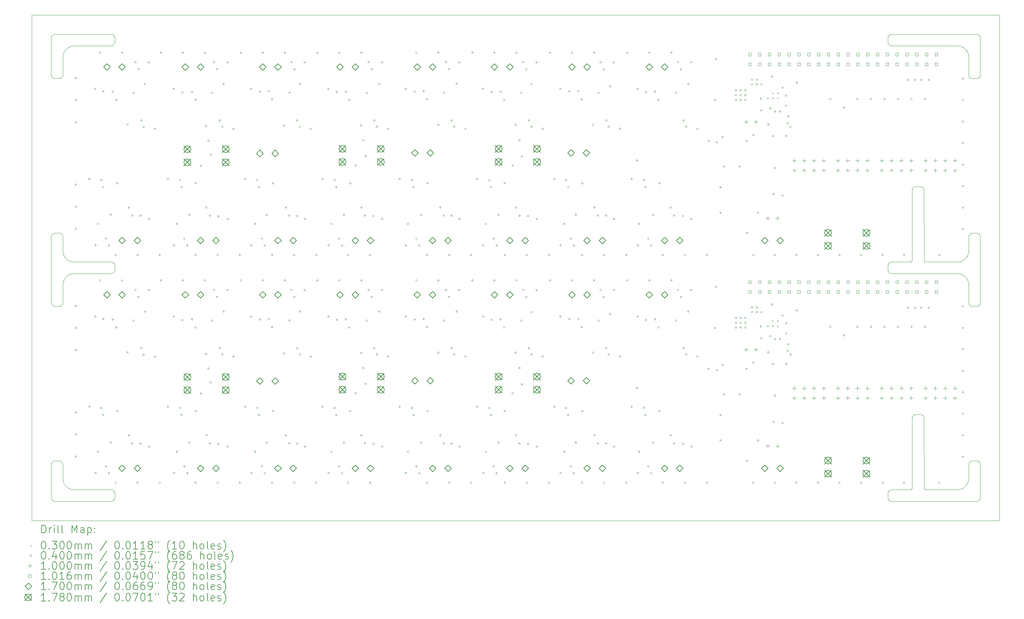
<source format=gbr>
%TF.GenerationSoftware,KiCad,Pcbnew,9.0.0+dfsg-1*%
%TF.CreationDate,2025-04-06T22:27:08+01:00*%
%TF.ProjectId,panel-16,70616e65-6c2d-4313-962e-6b696361645f,rev?*%
%TF.SameCoordinates,Original*%
%TF.FileFunction,Drillmap*%
%TF.FilePolarity,Positive*%
%FSLAX45Y45*%
G04 Gerber Fmt 4.5, Leading zero omitted, Abs format (unit mm)*
G04 Created by KiCad (PCBNEW 9.0.0+dfsg-1) date 2025-04-06 22:27:08*
%MOMM*%
%LPD*%
G01*
G04 APERTURE LIST*
%ADD10C,0.100000*%
%ADD11C,0.200000*%
%ADD12C,0.101600*%
%ADD13C,0.170000*%
%ADD14C,0.178000*%
G04 APERTURE END LIST*
D10*
X26585771Y-7694398D02*
X26588594Y-7690390D01*
X26793309Y-7652994D02*
X26798034Y-7654302D01*
X3144475Y-8188594D02*
X3145232Y-8191006D01*
X3271321Y-8353898D02*
X3273466Y-8355235D01*
X2892735Y-7657604D02*
X2897310Y-7655840D01*
X25417629Y-14268470D02*
X25417754Y-14268772D01*
X3248454Y-8762020D02*
X3246455Y-8763567D01*
X24480854Y-8619590D02*
X24480016Y-8614759D01*
X2831065Y-14500103D02*
X2831065Y-13649901D01*
X26843056Y-2532811D02*
X26846259Y-2536524D01*
X24498594Y-8659610D02*
X24495771Y-8655602D01*
X2860325Y-13579260D02*
X2863876Y-13575879D01*
X3140356Y-14073964D02*
X3140990Y-14076411D01*
X25144384Y-6469654D02*
X25148393Y-6466831D01*
X26497363Y-8294430D02*
X26505367Y-8284614D01*
X25090713Y-8383433D02*
X25091559Y-8382443D01*
X3111405Y-7690390D02*
X3114229Y-7694398D01*
X26342897Y-2809290D02*
X26330559Y-2806427D01*
X24559345Y-8698081D02*
X24554561Y-8697006D01*
X25102454Y-8360386D02*
X25102691Y-8359106D01*
X4477015Y-2580410D02*
X4477854Y-2585242D01*
X26426535Y-14255235D02*
X26428680Y-14253897D01*
X3140992Y-3023589D02*
X3140358Y-3026036D01*
X2888252Y-3640408D02*
X2883872Y-3638204D01*
X26269567Y-8700016D02*
X26268303Y-8700000D01*
X24559345Y-2501920D02*
X24564177Y-2501081D01*
X26839675Y-9520740D02*
X26836124Y-9524121D01*
X26601746Y-3624121D02*
X26598195Y-3620740D01*
X4446124Y-14325879D02*
X4449675Y-14329260D01*
X26555524Y-3011406D02*
X26554768Y-3008995D01*
X3168176Y-2955533D02*
X3162312Y-2966759D01*
X3134748Y-14046675D02*
X3136982Y-14059143D01*
X3258665Y-2854522D02*
X3248456Y-2862018D01*
X26630605Y-9542396D02*
X26626122Y-9540409D01*
X2901965Y-7654302D02*
X2906691Y-7652994D01*
X3399462Y-8398301D02*
X3401977Y-8398557D01*
X25318590Y-6450120D02*
X25323480Y-6450481D01*
X25066518Y-14298281D02*
X25067453Y-14297997D01*
X26861330Y-13611670D02*
X26863095Y-13616245D01*
X4474633Y-14370901D02*
X4475941Y-14375626D01*
X25108294Y-12420883D02*
X25109833Y-12416228D01*
X2860325Y-3620740D02*
X2856944Y-3617189D01*
X4467139Y-14547197D02*
X4464722Y-14551463D01*
X2911475Y-7651919D02*
X2916307Y-7651081D01*
X25457086Y-8399157D02*
X25457735Y-8399243D01*
X26605459Y-13572676D02*
X26609325Y-13569659D01*
X26863095Y-7716245D02*
X26864633Y-7720900D01*
X26868454Y-2590108D02*
X26868815Y-2594998D01*
X4456259Y-8436524D02*
X4459275Y-8440390D01*
X3134749Y-8953327D02*
X3134367Y-8955826D01*
X25452586Y-14298323D02*
X25453541Y-14298533D01*
X26568935Y-13999367D02*
X26568935Y-13649901D01*
X4388827Y-2500481D02*
X4393693Y-2501081D01*
X26580731Y-3597192D02*
X26578526Y-3592813D01*
X26565252Y-8953325D02*
X26563017Y-8940857D01*
X24554561Y-2502994D02*
X24559345Y-2501920D01*
X26568919Y-8100632D02*
X26568935Y-8099368D01*
X4398525Y-8401920D02*
X4403309Y-8402994D01*
X24578836Y-8400005D02*
X25052268Y-8400005D01*
X2867589Y-7672676D02*
X2871455Y-7669659D01*
X3121474Y-7707187D02*
X3123461Y-7711670D01*
X25074803Y-8395257D02*
X25075393Y-8394976D01*
X4459275Y-8659612D02*
X4456259Y-8663478D01*
X26865941Y-14524378D02*
X26864633Y-14529104D01*
X24559345Y-14301924D02*
X24564177Y-14301086D01*
X25415939Y-8363520D02*
X25416848Y-8366318D01*
X26505367Y-2915386D02*
X26497363Y-2905570D01*
X25089813Y-8384382D02*
X25090710Y-8383437D01*
X24486539Y-8461675D02*
X24488526Y-8457192D01*
X24573933Y-14300125D02*
X24578836Y-14300004D01*
X2926063Y-14599884D02*
X2921173Y-14599523D01*
X26505367Y-8815386D02*
X26497363Y-8805570D01*
X26852099Y-13594398D02*
X26854722Y-13598541D01*
X4467139Y-8452808D02*
X4469344Y-8457187D01*
X4434536Y-2516836D02*
X4438545Y-2519660D01*
X4459275Y-14559615D02*
X4456259Y-14563480D01*
X2863876Y-13575879D02*
X2867589Y-13572676D01*
X26374303Y-8380856D02*
X26386065Y-8376157D01*
X3212780Y-8794251D02*
X3204289Y-8803649D01*
X2853741Y-9513476D02*
X2850724Y-9509610D01*
X2842861Y-9497193D02*
X2840656Y-9492813D01*
X24478935Y-2599901D02*
X24479055Y-2594998D01*
X26846259Y-14563480D02*
X26843056Y-14567193D01*
X26820394Y-13564213D02*
X26824536Y-13566836D01*
X3194633Y-8284614D02*
X3202637Y-8294431D01*
X26630605Y-3642395D02*
X26626122Y-3640408D01*
X24501611Y-8436529D02*
X24504814Y-8432816D01*
X24578836Y-2500000D02*
X26769034Y-2500000D01*
X26852099Y-7694398D02*
X26854722Y-7698541D01*
X2842861Y-14547197D02*
X2840656Y-14542817D01*
X26863095Y-9483755D02*
X26861330Y-9488330D01*
X24498594Y-2540390D02*
X24501611Y-2536524D01*
X3386895Y-8396701D02*
X3399460Y-8398301D01*
X24578836Y-2800000D02*
X24573933Y-2799880D01*
X25184400Y-12351919D02*
X25189231Y-12351081D01*
X2867589Y-2522676D02*
X2871455Y-2519660D01*
X4379034Y-8400000D02*
X4383937Y-8400121D01*
X2840656Y-14542817D02*
X2838669Y-14538335D01*
X3150210Y-2994635D02*
X3149332Y-2997005D01*
X3069397Y-3642395D02*
X3064822Y-3644160D01*
X3036069Y-3649880D02*
X3031165Y-3650000D01*
X26769034Y-14600005D02*
X24578836Y-14600005D01*
X26798034Y-13554302D02*
X26802690Y-13555840D01*
X25457418Y-14299166D02*
X25458709Y-14299336D01*
X25417755Y-14268775D02*
X25418817Y-14271161D01*
X26371930Y-14281734D02*
X26374301Y-14280857D01*
X26852099Y-9505601D02*
X26849275Y-9509610D01*
X3155907Y-8219458D02*
X3161195Y-8230968D01*
X3193084Y-2917390D02*
X3185588Y-2927599D01*
X25118208Y-12398528D02*
X25120831Y-12394387D01*
X26580731Y-13602807D02*
X26583148Y-13598541D01*
X26783693Y-13551081D02*
X26788524Y-13551919D01*
X3131067Y-9450099D02*
X3130946Y-9455002D01*
X25113586Y-12407172D02*
X25115791Y-12402794D01*
X24508195Y-14329265D02*
X24511746Y-14325883D01*
X26820394Y-9535787D02*
X26816127Y-9538204D01*
X25415253Y-8360995D02*
X25415406Y-8361631D01*
X3417139Y-8399647D02*
X3430434Y-8399984D01*
X4467139Y-2552807D02*
X4469344Y-2557187D01*
X26639835Y-9545698D02*
X26635180Y-9544160D01*
X3129145Y-7730410D02*
X3129984Y-7735242D01*
X25073911Y-8395662D02*
X25074801Y-8395258D01*
X26451548Y-14237981D02*
X26453547Y-14236434D01*
X24569043Y-8699519D02*
X24564177Y-8698919D01*
X4442411Y-14322676D02*
X4446124Y-14325879D01*
X3286598Y-14262891D02*
X3297825Y-14268755D01*
X26578526Y-13607187D02*
X26580731Y-13602807D01*
X25360776Y-6461793D02*
X25365042Y-6464209D01*
X26345349Y-8390075D02*
X26357526Y-8386590D01*
X24536122Y-8690409D02*
X24531742Y-8688204D01*
X26857139Y-3597192D02*
X26854722Y-3601459D01*
X26282863Y-8700353D02*
X26269568Y-8700016D01*
X3082526Y-3635787D02*
X3078259Y-3638204D01*
X4462099Y-8655603D02*
X4459275Y-8659612D01*
X26300542Y-14298301D02*
X26313107Y-14296700D01*
X4469344Y-2557187D02*
X4471331Y-2561670D01*
X24511746Y-8425884D02*
X24515459Y-8422681D01*
X26569416Y-7740108D02*
X26570016Y-7735242D01*
X26569055Y-3555002D02*
X26568935Y-3550099D01*
X3325701Y-8380857D02*
X3328071Y-8381735D01*
X25356397Y-12359589D02*
X25360776Y-12361793D01*
X24554561Y-14597011D02*
X24549835Y-14595703D01*
X25100805Y-14266375D02*
X25101113Y-14265447D01*
X25103580Y-14248697D02*
X25103987Y-12449879D01*
X25133255Y-12379252D02*
X25136806Y-12375872D01*
X3131081Y-8100633D02*
X3131418Y-8113928D01*
X3045825Y-9548919D02*
X3040959Y-9549519D01*
X26487220Y-2894248D02*
X26485479Y-2892416D01*
X3090675Y-7669660D02*
X3094541Y-7672676D01*
X2842861Y-7702807D02*
X2845278Y-7698541D01*
X26598195Y-13579260D02*
X26601746Y-13575879D01*
X3225315Y-8781715D02*
X3223483Y-8783457D01*
X26854722Y-14551463D02*
X26852099Y-14555606D01*
X25083732Y-14289835D02*
X25086019Y-14287983D01*
X3098255Y-9524121D02*
X3094543Y-9527324D01*
X25090713Y-14283433D02*
X25091559Y-14282443D01*
X3300098Y-8730132D02*
X3297828Y-8731245D01*
X26538804Y-8869031D02*
X26537691Y-8866761D01*
X26609325Y-7669659D02*
X26613333Y-7666836D01*
X3128071Y-7725626D02*
X3129145Y-7730410D01*
X3431700Y-8400000D02*
X4379034Y-8400000D01*
X4478935Y-8499901D02*
X4478935Y-8600101D01*
X3130945Y-7744998D02*
X3131065Y-7749901D01*
X24480016Y-8485246D02*
X24480854Y-8480415D01*
X25136806Y-12375872D02*
X25140519Y-12372670D01*
X3050655Y-7651919D02*
X3055439Y-7652994D01*
X26328077Y-2805917D02*
X26315610Y-2803683D01*
X25422016Y-8376868D02*
X25422554Y-8377684D01*
X3168176Y-8855533D02*
X3162312Y-8866759D01*
X25103374Y-14253919D02*
X25103511Y-14251301D01*
X26282866Y-14299647D02*
X26285390Y-14299519D01*
X26864633Y-9479099D02*
X26863095Y-9483755D01*
X26598195Y-9520740D02*
X26594814Y-9517189D01*
X3342474Y-8713412D02*
X3340062Y-8714169D01*
X26506916Y-8817387D02*
X26505369Y-8815388D01*
X3078259Y-9538204D02*
X3073879Y-9540409D01*
X25070256Y-14297086D02*
X25071484Y-14296651D01*
X24504814Y-2532811D02*
X24508195Y-2529260D01*
X3169404Y-8246683D02*
X3175829Y-8257598D01*
X24559345Y-2798080D02*
X24554561Y-2797006D01*
X26832411Y-13572676D02*
X26836124Y-13575879D01*
X26798034Y-3645698D02*
X26793309Y-3647006D01*
X3108389Y-13586524D02*
X3111405Y-13590390D01*
X25365042Y-6464209D02*
X25369185Y-6466832D01*
X4475941Y-2724376D02*
X4474633Y-2729101D01*
X24495771Y-14555606D02*
X24493148Y-14551463D01*
X3225316Y-8318288D02*
X3234714Y-8326779D01*
X24495771Y-14344403D02*
X24498594Y-14340394D01*
X25079963Y-14292426D02*
X25080800Y-14291920D01*
X26824536Y-2516836D02*
X26828545Y-2519660D01*
X4417265Y-2507604D02*
X4421748Y-2509591D01*
X26839675Y-3620740D02*
X26836124Y-3624121D01*
X3130584Y-13640108D02*
X3130945Y-13644998D01*
X4464722Y-8448541D02*
X4467139Y-8452808D01*
X25369185Y-6466832D02*
X25373193Y-6469655D01*
X4456259Y-8663478D02*
X4453056Y-8667191D01*
X25072694Y-14296150D02*
X25075084Y-14295085D01*
X4421748Y-2790410D02*
X4417265Y-2792397D01*
X3371922Y-8705920D02*
X3369446Y-8706428D01*
X25156801Y-6461793D02*
X25161180Y-6459589D01*
X25390906Y-12386516D02*
X25393923Y-12390381D01*
X3162311Y-2966761D02*
X3161198Y-2969031D01*
X2850724Y-7690390D02*
X2853741Y-7686524D01*
X26563017Y-8159142D02*
X26565252Y-8146675D01*
X26769034Y-7650000D02*
X26773937Y-7650120D01*
X2838669Y-3588330D02*
X2836905Y-3583755D01*
X26816127Y-9538204D02*
X26811748Y-9540409D01*
X3273467Y-2844766D02*
X3271322Y-2846103D01*
X26549792Y-8205366D02*
X26550669Y-8202995D01*
X3125225Y-7716245D02*
X3126763Y-7720901D01*
X3149332Y-2997007D02*
X3145235Y-3008992D01*
X2911475Y-13551919D02*
X2916307Y-13551081D01*
X26567492Y-3070910D02*
X26567236Y-3068395D01*
X2832146Y-3564758D02*
X2831546Y-3559892D01*
X26453549Y-8336432D02*
X26463365Y-8328428D01*
X3225315Y-2881715D02*
X3223483Y-2883457D01*
X25170237Y-6455838D02*
X25174892Y-6454300D01*
X2892735Y-2507604D02*
X2897310Y-2505840D01*
X2875463Y-7666836D02*
X2879606Y-7664213D01*
X26867015Y-3569589D02*
X26865941Y-3574374D01*
X25318590Y-12350120D02*
X25323480Y-12350481D01*
X26415615Y-8738337D02*
X26413405Y-8737111D01*
X26626122Y-7659591D02*
X26630605Y-7657604D01*
X26836124Y-3624121D02*
X26832411Y-3627324D01*
X26453547Y-2863566D02*
X26451548Y-2862019D01*
X26802690Y-14594165D02*
X26798034Y-14595703D01*
X4417265Y-2792397D02*
X4412690Y-2794162D01*
X3162311Y-8866761D02*
X3161198Y-8869031D01*
X25429553Y-8385878D02*
X25430498Y-8386775D01*
X24490731Y-2747193D02*
X24488526Y-2742813D01*
X24486539Y-14361674D02*
X24488526Y-14357192D01*
X4473095Y-14533760D02*
X4471331Y-14538335D01*
X3258666Y-14245481D02*
X3260741Y-14246925D01*
X3194633Y-2915389D02*
X3193086Y-2917388D01*
X4471331Y-2561670D02*
X4473095Y-2566245D01*
X24515459Y-8677324D02*
X24511746Y-8674121D01*
X25384322Y-6479253D02*
X25387703Y-6482804D01*
X24569043Y-2799519D02*
X24564177Y-2798919D01*
X3284386Y-8361663D02*
X3286596Y-8362890D01*
X2831546Y-14509896D02*
X2831185Y-14505006D01*
X26868815Y-13644998D02*
X26868935Y-13649901D01*
X26371930Y-8381734D02*
X26374301Y-8380857D01*
X3193084Y-8817390D02*
X3185588Y-8827599D01*
X26342899Y-8390709D02*
X26345346Y-8390075D01*
X26854722Y-9501459D02*
X26852099Y-9505601D01*
X26550669Y-2997005D02*
X26549792Y-2994634D01*
X3236636Y-14228429D02*
X3246452Y-14236433D01*
X2832984Y-3569589D02*
X2832146Y-3564758D01*
X24488526Y-8457192D02*
X24490731Y-8452812D01*
X25120831Y-12394387D02*
X25123655Y-12390379D01*
X26570016Y-13635242D02*
X26570854Y-13630410D01*
X24488526Y-8642813D02*
X24486539Y-8638330D01*
X26857139Y-9497193D02*
X26854722Y-9501459D01*
X26574775Y-7716245D02*
X26576539Y-7711670D01*
X3248455Y-8337983D02*
X3258664Y-8345480D01*
X2901965Y-14595703D02*
X2897310Y-14594165D01*
X25096865Y-8374989D02*
X25097348Y-8374140D01*
X3126763Y-7720901D02*
X3128071Y-7725626D01*
X26559010Y-3023586D02*
X26555525Y-3011409D01*
X3140990Y-14076414D02*
X3144475Y-14088591D01*
X3223482Y-14216544D02*
X3225314Y-14218286D01*
X24540605Y-14307609D02*
X24545180Y-14305844D01*
X4388827Y-8400481D02*
X4393693Y-8401082D01*
X26859343Y-3592813D02*
X26857139Y-3597192D01*
X26514416Y-14172399D02*
X26515860Y-14170325D01*
X3260743Y-8346927D02*
X3271319Y-8353897D01*
X25085036Y-8388843D02*
X25085791Y-8388223D01*
X25104109Y-12444976D02*
X25104470Y-12440087D01*
X26313107Y-2803299D02*
X26300542Y-2801699D01*
X4474633Y-14529104D02*
X4473095Y-14533760D01*
X26594814Y-13582811D02*
X26598195Y-13579260D01*
X26374301Y-8719143D02*
X26371930Y-8718265D01*
X3132764Y-8131607D02*
X3134364Y-8144172D01*
X24478935Y-14399906D02*
X24479055Y-14395003D01*
X3194633Y-8815389D02*
X3193086Y-8817388D01*
X26867015Y-13630410D02*
X26867854Y-13635242D01*
X2916307Y-7651081D02*
X2921173Y-7650481D01*
X24488526Y-2742813D02*
X24486539Y-2738330D01*
X2916307Y-14598923D02*
X2911475Y-14598085D01*
X25415654Y-14262583D02*
X25415938Y-14263518D01*
X26861330Y-14538335D02*
X26859343Y-14542817D01*
X3430434Y-2800018D02*
X3417139Y-2800355D01*
X26605459Y-9527324D02*
X26601746Y-9524121D01*
X25456118Y-8399010D02*
X25457084Y-8399157D01*
X3126765Y-3579099D02*
X3125227Y-3583755D01*
X27367708Y-2000000D02*
X2332292Y-2000000D01*
X25085792Y-8388222D02*
X25086290Y-8387797D01*
X24519325Y-8680341D02*
X24515459Y-8677324D01*
X24531742Y-8411801D02*
X24536122Y-8409596D01*
X24511746Y-14325883D02*
X24515459Y-14322681D01*
X3260742Y-8753076D02*
X3258668Y-8754520D01*
X3105188Y-9517189D02*
X3101807Y-9520740D01*
X4475941Y-2575626D02*
X4477015Y-2580410D01*
X25405979Y-6511657D02*
X25407744Y-6516231D01*
X3069397Y-9542396D02*
X3064822Y-9544160D01*
X26568935Y-7749901D02*
X26569055Y-7744998D01*
X3131067Y-3550099D02*
X3130946Y-3555002D01*
X25096865Y-14274989D02*
X25097348Y-14274140D01*
X26554767Y-8908992D02*
X26550670Y-8897007D01*
X4398525Y-14598085D02*
X4393693Y-14598923D01*
X25413106Y-12440090D02*
X25413468Y-12444980D01*
X26854722Y-3601459D02*
X26852099Y-3605601D01*
X3340061Y-8385833D02*
X3342473Y-8386590D01*
X24508195Y-2529260D02*
X24511746Y-2525879D01*
X26836124Y-14574125D02*
X26832411Y-14577328D01*
X24564177Y-14301086D02*
X24569043Y-14300486D01*
X26811748Y-14590413D02*
X26807265Y-14592400D01*
X26668836Y-9550000D02*
X26663933Y-9549880D01*
X4478815Y-14505006D02*
X4478454Y-14509896D01*
X26839675Y-13579260D02*
X26843056Y-13582811D01*
X4449675Y-14329260D02*
X4453056Y-14332811D01*
X3134748Y-8146675D02*
X3136982Y-8159143D01*
X26828545Y-14580345D02*
X26824536Y-14583168D01*
X26788524Y-2501920D02*
X26793309Y-2502994D01*
X3128071Y-13625626D02*
X3129145Y-13630410D01*
X3108390Y-3613476D02*
X3105188Y-3617189D01*
X26659043Y-3649519D02*
X26654177Y-3648919D01*
X3162310Y-8233242D02*
X3168175Y-8244468D01*
X2831546Y-7740108D02*
X2832146Y-7735242D01*
X26428680Y-2846102D02*
X26426535Y-2844765D01*
X26617476Y-9535787D02*
X26613333Y-9533164D01*
X26487220Y-8794248D02*
X26485479Y-8792416D01*
X26555524Y-8911407D02*
X26554768Y-8908995D01*
X24523333Y-8416841D02*
X24527476Y-8414218D01*
X26463365Y-2871572D02*
X26453549Y-2863568D01*
X3145233Y-8191008D02*
X3149330Y-8202993D01*
X26555525Y-14088591D02*
X26559010Y-14076414D01*
X26816127Y-7661796D02*
X26820394Y-7664213D01*
X3031165Y-3650000D02*
X2930966Y-3650000D01*
X24527476Y-8685787D02*
X24523333Y-8683164D01*
X26654177Y-13551081D02*
X26659043Y-13550481D01*
X25451000Y-8397923D02*
X25451952Y-8398145D01*
X2847901Y-13594398D02*
X2850724Y-13590390D01*
X24578836Y-8700000D02*
X24573933Y-8699880D01*
X26868935Y-2599901D02*
X26868935Y-3550099D01*
X2901965Y-9545698D02*
X2897310Y-9544160D01*
X3175831Y-8257600D02*
X3177168Y-8259745D01*
X4393693Y-8401082D02*
X4398525Y-8401920D01*
X24480016Y-2714759D02*
X24479416Y-2709892D01*
X24480854Y-14519594D02*
X24480016Y-14514763D01*
X3136983Y-8159145D02*
X3137492Y-8161621D01*
X25435642Y-8390809D02*
X25437836Y-8392233D01*
X3131067Y-9000633D02*
X3131067Y-9450099D01*
X3126765Y-9479099D02*
X3125227Y-9483755D01*
X4398525Y-14301920D02*
X4403309Y-14302994D01*
X2863876Y-3624121D02*
X2860325Y-3620740D01*
X2831065Y-2599901D02*
X2831185Y-2594998D01*
X26868935Y-3550099D02*
X26868815Y-3555002D01*
X25060099Y-8399525D02*
X25062683Y-8399116D01*
X26537690Y-2966759D02*
X26531825Y-2955532D01*
X4456259Y-2536524D02*
X4459275Y-2540390D01*
X3223482Y-8316544D02*
X3225314Y-8318286D01*
X24501611Y-2536524D02*
X24504814Y-2532811D01*
X26788524Y-7651919D02*
X26793309Y-7652994D01*
X26863095Y-2566245D02*
X26864633Y-2570901D01*
X26807265Y-3642395D02*
X26802690Y-3644160D01*
X25123655Y-6490379D02*
X25126672Y-6486514D01*
X26601746Y-13575879D02*
X26605459Y-13572676D01*
X26345346Y-8709925D02*
X26342899Y-8709291D01*
X3078259Y-3638204D02*
X3073879Y-3640408D01*
X25098114Y-14272690D02*
X25098529Y-14271805D01*
X3128073Y-9474374D02*
X3126765Y-9479099D01*
X25442433Y-8394729D02*
X25443609Y-8395290D01*
X26788524Y-3648080D02*
X26783693Y-3648919D01*
X25448492Y-8397180D02*
X25449423Y-8397476D01*
X2331065Y-15098780D02*
X2331092Y-15099880D01*
X26832411Y-14577328D02*
X26828545Y-14580345D01*
X25109833Y-12416228D02*
X25111598Y-12411654D01*
X24554561Y-2797006D02*
X24549835Y-2795698D01*
X26588594Y-9509610D02*
X26585771Y-9505601D01*
X25451948Y-14298170D02*
X25452584Y-14298323D01*
X25446031Y-14296293D02*
X25447258Y-14296727D01*
X24531742Y-2511796D02*
X24536122Y-2509591D01*
X4412690Y-2505840D02*
X4417265Y-2507604D01*
X26574775Y-13616245D02*
X26576539Y-13611670D01*
X25174892Y-12354300D02*
X25179617Y-12352993D01*
X3168176Y-8244470D02*
X3169403Y-8246681D01*
X4478815Y-2705004D02*
X4478454Y-2709894D01*
X25435642Y-14290809D02*
X25438111Y-14292411D01*
X26285390Y-8700481D02*
X26282866Y-8700353D01*
X25108294Y-6520883D02*
X25109833Y-6516228D01*
X26573237Y-3579099D02*
X26571929Y-3574374D01*
X3212780Y-2894251D02*
X3204289Y-2903649D01*
X3154909Y-8217133D02*
X3155906Y-8219456D01*
X26828545Y-13569659D02*
X26832411Y-13572676D01*
X26330556Y-8706427D02*
X26328080Y-8705918D01*
X4464722Y-8651461D02*
X4462099Y-8655603D01*
X26585771Y-13594398D02*
X26588594Y-13590390D01*
X4426128Y-14588208D02*
X4421748Y-14590413D01*
X3137492Y-14061624D02*
X3140355Y-14073962D01*
X26617476Y-7664213D02*
X26621742Y-7661796D01*
X26626122Y-3640408D02*
X26621742Y-3638204D01*
X2911475Y-2501920D02*
X2916307Y-2501081D01*
X26530597Y-8246680D02*
X26531824Y-8244470D01*
X25407744Y-12416231D02*
X25409283Y-12420886D01*
X26820394Y-2514213D02*
X26824536Y-2516836D01*
X3369445Y-8393574D02*
X3371922Y-8394082D01*
X25465233Y-8399645D02*
X26268290Y-8400000D01*
X24483237Y-8470905D02*
X24484775Y-8466249D01*
X26621742Y-9538204D02*
X26617476Y-9535787D01*
X24490731Y-2552807D02*
X24493148Y-2548541D01*
X4474633Y-2570901D02*
X4475941Y-2575626D01*
X2831546Y-2590108D02*
X2832146Y-2585242D01*
X26568582Y-8113928D02*
X26568919Y-8100633D01*
X26567492Y-8129087D02*
X26568454Y-8116458D01*
X3371924Y-14294083D02*
X3384391Y-14296317D01*
X3130586Y-9459892D02*
X3129985Y-9464758D01*
X26626122Y-13559591D02*
X26630605Y-13557604D01*
X24536122Y-14590413D02*
X24531742Y-14588208D01*
X2906691Y-3647006D02*
X2901965Y-3645698D01*
X26474685Y-8781713D02*
X26465287Y-8773222D01*
X4383937Y-2799881D02*
X4379034Y-2800002D01*
X26544094Y-14119455D02*
X26545091Y-14117133D01*
X3234716Y-8326780D02*
X3236634Y-8328427D01*
X3131546Y-8116458D02*
X3132508Y-8129087D01*
X26868935Y-9450099D02*
X26868815Y-9455002D01*
X25086291Y-8387795D02*
X25087022Y-8387146D01*
X25401787Y-12402796D02*
X25403992Y-12407175D01*
X3130586Y-3559892D02*
X3129985Y-3564758D01*
X3090677Y-3630340D02*
X3086668Y-3633164D01*
X26485479Y-14207584D02*
X26487220Y-14205752D01*
X4462099Y-8444399D02*
X4464722Y-8448541D01*
X2840656Y-7707187D02*
X2842861Y-7702807D01*
X25390906Y-6486516D02*
X25393923Y-6490381D01*
X26654177Y-7651081D02*
X26659043Y-7650481D01*
X2834059Y-2575626D02*
X2835367Y-2570901D01*
X25104109Y-6544976D02*
X25104470Y-6540087D01*
X26330559Y-14293573D02*
X26342897Y-14290709D01*
X2921173Y-7650481D02*
X2926063Y-7650120D01*
X4478454Y-8490108D02*
X4478815Y-8494998D01*
X26811748Y-7659591D02*
X26816127Y-7661796D01*
X2853741Y-3613476D02*
X2850724Y-3609610D01*
X4421748Y-8690410D02*
X4417265Y-8692397D01*
X3040957Y-13550481D02*
X3045823Y-13551081D01*
X3069395Y-13557604D02*
X3073878Y-13559591D01*
X2906691Y-9547006D02*
X2901965Y-9545698D01*
X26859343Y-9492813D02*
X26857139Y-9497193D01*
X24495771Y-8655602D02*
X24493148Y-8651459D01*
X4421748Y-14590413D02*
X4417265Y-14592400D01*
X3169404Y-8853320D02*
X3168178Y-8855530D01*
X26868454Y-9459892D02*
X26867854Y-9464758D01*
X26485479Y-8307584D02*
X26487220Y-8305752D01*
X24478935Y-14500103D02*
X24478935Y-14399906D01*
X3036069Y-9549880D02*
X3031165Y-9550000D01*
X25410591Y-12425611D02*
X25411666Y-12430394D01*
X25184400Y-6451919D02*
X25189231Y-6451081D01*
X25333176Y-6451919D02*
X25337960Y-6452993D01*
X26506917Y-8282611D02*
X26514414Y-8272401D01*
X26864633Y-7720900D02*
X26865941Y-7725626D01*
X3114230Y-9505601D02*
X3111407Y-9509610D01*
X3311609Y-8724843D02*
X3300100Y-8730131D01*
X3101807Y-3620740D02*
X3098255Y-3624121D01*
X4393693Y-14301081D02*
X4398525Y-14301920D01*
X2879606Y-2514213D02*
X2883872Y-2511796D01*
X2930966Y-7650000D02*
X3031164Y-7650000D01*
X25099860Y-8368814D02*
X25100240Y-8367914D01*
X4477015Y-14519594D02*
X4475941Y-14524378D01*
X2867589Y-13572676D02*
X2871455Y-13569659D01*
X26594814Y-7682811D02*
X26598195Y-7679260D01*
X26857139Y-14547197D02*
X26854722Y-14551463D01*
X26867854Y-2585242D02*
X26868454Y-2590108D01*
X24569043Y-8400486D02*
X24573933Y-8400125D01*
X26576539Y-7711670D02*
X26578526Y-7707187D01*
X24531742Y-8688204D02*
X24527476Y-8685787D01*
X26824536Y-3633164D02*
X26820394Y-3635787D01*
X26342899Y-14290709D02*
X26345346Y-14290075D01*
X3144477Y-8911409D02*
X3140992Y-8923586D01*
X2888252Y-14590413D02*
X2883872Y-14588208D01*
X26578526Y-7707187D02*
X26580731Y-7702807D01*
X26854722Y-7698541D02*
X26857139Y-7702807D01*
X27368908Y-15099880D02*
X27368935Y-15098780D01*
X4467139Y-8647194D02*
X4464722Y-8651461D01*
X24578836Y-14600005D02*
X24573933Y-14599884D01*
X3131081Y-14000633D02*
X3131418Y-14013928D01*
X26554767Y-3008992D02*
X26550670Y-2997007D01*
X24481929Y-14375631D02*
X24483237Y-14370905D01*
X25098529Y-14271803D02*
X25099859Y-14268816D01*
X4464722Y-2751461D02*
X4462099Y-2755603D01*
X26836124Y-13575879D02*
X26839675Y-13579260D01*
X26465285Y-8773220D02*
X26463367Y-8771574D01*
X3098254Y-13575879D02*
X3101805Y-13579260D01*
X4473095Y-2733757D02*
X4471331Y-2738332D01*
X26571929Y-9474374D02*
X26570854Y-9469590D01*
X26342897Y-8709290D02*
X26330559Y-8706427D01*
X3175831Y-14157600D02*
X3177168Y-14159745D01*
X26328080Y-8394082D02*
X26330556Y-8393573D01*
X26778827Y-9549519D02*
X26773937Y-9549880D01*
X24540605Y-8692396D02*
X24536122Y-8690409D01*
X3234716Y-14226780D02*
X3236634Y-14228427D01*
X26613333Y-9533164D02*
X26609325Y-9530340D01*
X3401977Y-8701445D02*
X3399462Y-8701701D01*
X26485477Y-8792414D02*
X26476521Y-8783458D01*
X3214524Y-8307586D02*
X3223480Y-8316543D01*
X25103272Y-8355220D02*
X25103374Y-8353922D01*
X2845278Y-3601459D02*
X2842861Y-3597192D01*
X24549835Y-2795698D02*
X24545180Y-2794160D01*
X26828545Y-2519660D02*
X26832411Y-2522676D01*
X24498594Y-2759610D02*
X24495771Y-2755602D01*
X25084253Y-8389435D02*
X25085032Y-8388845D01*
X3055439Y-13552994D02*
X3060164Y-13554302D01*
X26269567Y-2800016D02*
X26268303Y-2800000D01*
X24479055Y-2594998D02*
X24479416Y-2590108D01*
X25387703Y-12382804D02*
X25390906Y-12386516D01*
X4473095Y-2566245D02*
X4474633Y-2570901D01*
X3260742Y-2853076D02*
X3258668Y-2854520D01*
X25413106Y-6540090D02*
X25413468Y-6544980D01*
X25434567Y-8390070D02*
X25435640Y-8390807D01*
X3297826Y-8731246D02*
X3286599Y-8737111D01*
X25102149Y-14261658D02*
X25102453Y-14260391D01*
X3140357Y-3026038D02*
X3137494Y-3038376D01*
X2853741Y-2536524D02*
X2856944Y-2532811D01*
X4475941Y-14524378D02*
X4474633Y-14529104D01*
X25062685Y-8399116D02*
X25063966Y-8398878D01*
X25077130Y-8394062D02*
X25079678Y-8392590D01*
X26570854Y-7730410D02*
X26571929Y-7725626D01*
X26269579Y-14299984D02*
X26282863Y-14299647D01*
X25103511Y-14251299D02*
X25103580Y-14248699D01*
X3271320Y-8746105D02*
X3260744Y-8753075D01*
X4477015Y-2719591D02*
X4475941Y-2724376D01*
X24527476Y-14314217D02*
X24531742Y-14311801D01*
X3116852Y-7698541D02*
X3119269Y-7702807D01*
X4412690Y-14305840D02*
X4417265Y-14307605D01*
X25097663Y-8373561D02*
X25098112Y-8372694D01*
X2897310Y-3644160D02*
X2892735Y-3642395D01*
X3123461Y-13611670D02*
X3125225Y-13616245D01*
X25387703Y-6482804D02*
X25390906Y-6486516D01*
X2901965Y-13554302D02*
X2906691Y-13552994D01*
X25426803Y-14283080D02*
X25427700Y-14284025D01*
X24483237Y-14529104D02*
X24481929Y-14524378D01*
X3130945Y-13644998D02*
X3131065Y-13649901D01*
X26591611Y-3613476D02*
X26588594Y-3609610D01*
X3101805Y-13579260D02*
X3105186Y-13582811D01*
X25203888Y-6450000D02*
X25313688Y-6450000D01*
X26867015Y-7730410D02*
X26867854Y-7735242D01*
X3040959Y-3649519D02*
X3036069Y-3649880D01*
X26524170Y-2942400D02*
X26522832Y-2940255D01*
X2331190Y-15099977D02*
X2332290Y-15100004D01*
X26816127Y-13561796D02*
X26820394Y-13564213D01*
X26568454Y-8116455D02*
X26568582Y-8113931D01*
X2901965Y-2504302D02*
X2906691Y-2502994D01*
X2845278Y-14551463D02*
X2842861Y-14547197D01*
X24540605Y-2792396D02*
X24536122Y-2790409D01*
X26268302Y-2800000D02*
X24578836Y-2800000D01*
X26769034Y-3650000D02*
X26668836Y-3650000D01*
X26313107Y-8703299D02*
X26300542Y-8701699D01*
X2901965Y-3645698D02*
X2897310Y-3644160D01*
X4412690Y-2794162D02*
X4408034Y-2795700D01*
X24531742Y-14311801D02*
X24536122Y-14309596D01*
X26867854Y-7735242D02*
X26868454Y-7740108D01*
X4434536Y-2783166D02*
X4430394Y-2785789D01*
X3311611Y-14275160D02*
X3313934Y-14276157D01*
X24479055Y-14395003D02*
X24479416Y-14390113D01*
X26330559Y-8393573D02*
X26342897Y-8390710D01*
X26505369Y-14184612D02*
X26506916Y-14182613D01*
X25054889Y-14299936D02*
X25057499Y-14299799D01*
X26359943Y-8385832D02*
X26371928Y-8381735D01*
X27368810Y-2000027D02*
X27367710Y-2000000D01*
X3131418Y-8113931D02*
X3131546Y-8116455D01*
X25054889Y-8399936D02*
X25057499Y-8399799D01*
X25407744Y-6516231D02*
X25409283Y-6520886D01*
X24501611Y-14336529D02*
X24504814Y-14332816D01*
X3140990Y-8176414D02*
X3144475Y-8188591D01*
X3082524Y-7664213D02*
X3086667Y-7666836D01*
X25152535Y-12364209D02*
X25156801Y-12361793D01*
X26538805Y-8230967D02*
X26544093Y-8219458D01*
X26570854Y-13630410D02*
X26571929Y-13625626D01*
X4477854Y-14385242D02*
X4478454Y-14390108D01*
X26487222Y-14205750D02*
X26495713Y-14196352D01*
X3169404Y-2953320D02*
X3168178Y-2955530D01*
X3225316Y-14218288D02*
X3234714Y-14226779D01*
X2888252Y-13559591D02*
X2892735Y-13557604D01*
X4412690Y-8694162D02*
X4408034Y-8695700D01*
X26861330Y-7711670D02*
X26863095Y-7716245D01*
X26402176Y-8368755D02*
X26413403Y-8362890D01*
X3284385Y-8738340D02*
X3273470Y-8744765D01*
X24481929Y-14524378D02*
X24480854Y-14519594D01*
X2853741Y-14563480D02*
X2850724Y-14559615D01*
X26413403Y-8737109D02*
X26402176Y-8731245D01*
X4477854Y-8485242D02*
X4478454Y-8490108D01*
X25454509Y-14298706D02*
X25457415Y-14299166D01*
X2835367Y-3579099D02*
X2834059Y-3574374D01*
X25450054Y-8397663D02*
X25450996Y-8397922D01*
X26588594Y-7690390D02*
X26591611Y-7686524D01*
X25082959Y-14290436D02*
X25083731Y-14289836D01*
X2930966Y-2500000D02*
X4379034Y-2500000D01*
X4453056Y-8432811D02*
X4456259Y-8436524D01*
X3399460Y-8701701D02*
X3386895Y-8703301D01*
X3417136Y-8700355D02*
X3414612Y-8700483D01*
X3149331Y-8202996D02*
X3150208Y-8205366D01*
X26569055Y-13644998D02*
X26569416Y-13640108D01*
X4467139Y-2747194D02*
X4464722Y-2751461D01*
X26451546Y-2862017D02*
X26441336Y-2854521D01*
X26783693Y-2501081D02*
X26788524Y-2501920D01*
X3145234Y-8908995D02*
X3144477Y-8911407D01*
X25420036Y-8373478D02*
X25421508Y-8376027D01*
X24508195Y-14570744D02*
X24504814Y-14567193D01*
X25203888Y-12350000D02*
X25313688Y-12350000D01*
X3131065Y-13649901D02*
X3131065Y-13999366D01*
X4383937Y-2500120D02*
X4388827Y-2500481D01*
X26585771Y-3605601D02*
X26583148Y-3601459D01*
X3155907Y-14119458D02*
X3161195Y-14130968D01*
X25093209Y-14280406D02*
X25094001Y-14279372D01*
X26559644Y-8173962D02*
X26562508Y-8161624D01*
X24519325Y-2780341D02*
X24515459Y-2777324D01*
X2871455Y-9530340D02*
X2867589Y-9527324D01*
X26573237Y-13620900D02*
X26574775Y-13616245D01*
X26550670Y-14102993D02*
X26554767Y-14091008D01*
X26769034Y-13550000D02*
X26773937Y-13550120D01*
X2838669Y-2561670D02*
X2840656Y-2557187D01*
X4383937Y-14599884D02*
X4379034Y-14600005D01*
X2834059Y-3574374D02*
X2832984Y-3569589D01*
X3114229Y-13594398D02*
X3116852Y-13598541D01*
X26863095Y-3583755D02*
X26861330Y-3588330D01*
X25415939Y-14263520D02*
X25416949Y-14266630D01*
X26621742Y-13561796D02*
X26626122Y-13559591D01*
X3340059Y-2814169D02*
X3328074Y-2818266D01*
X2842861Y-2552807D02*
X2845278Y-2548541D01*
X3050656Y-3648080D02*
X3045825Y-3648919D01*
X26832411Y-3627324D02*
X26828545Y-3630340D01*
X24498594Y-14340394D02*
X24501611Y-14336529D01*
X26773937Y-3649880D02*
X26769034Y-3650000D01*
X25416950Y-14266632D02*
X25417270Y-14267555D01*
X3131083Y-3099368D02*
X3131067Y-3100632D01*
X26605459Y-7672676D02*
X26609325Y-7669659D01*
X24480854Y-14380415D02*
X24481929Y-14375631D01*
X25328346Y-6451081D02*
X25333176Y-6451919D01*
X24504814Y-8432816D02*
X24508195Y-8429265D01*
X24573933Y-8699880D02*
X24569043Y-8699519D01*
X3055439Y-7652994D02*
X3060164Y-7654302D01*
X2835367Y-13620900D02*
X2836905Y-13616245D01*
X3136984Y-3040857D02*
X3134750Y-3053325D01*
X3064820Y-13555840D02*
X3069395Y-13557604D01*
X25179617Y-12352993D02*
X25184400Y-12351919D01*
X4403309Y-2797008D02*
X4398525Y-2798082D01*
X25179617Y-6452993D02*
X25184400Y-6451919D01*
X2847901Y-9505601D02*
X2845278Y-9501459D01*
X3140992Y-8923589D02*
X3140358Y-8926036D01*
X25422927Y-14278227D02*
X25423496Y-14279021D01*
X25425954Y-8382086D02*
X25426800Y-8383077D01*
X4473095Y-8466245D02*
X4474633Y-8470901D01*
X26549792Y-14105366D02*
X26550669Y-14102995D01*
X24523333Y-14583168D02*
X24519325Y-14580345D01*
X3417136Y-2800355D02*
X3414612Y-2800483D01*
X2863876Y-7675879D02*
X2867589Y-7672676D01*
X25071488Y-14296649D02*
X25072692Y-14296151D01*
X26578526Y-9492813D02*
X26576539Y-9488330D01*
X24554561Y-8697006D02*
X24549835Y-8695698D01*
X2883872Y-7661796D02*
X2888252Y-7659591D01*
X4421748Y-2509591D02*
X4426128Y-2511796D01*
X3125225Y-13616245D02*
X3126763Y-13620901D01*
X3125227Y-9483755D02*
X3123462Y-9488330D01*
X24554561Y-14302998D02*
X24559345Y-14301924D01*
X26811748Y-3640408D02*
X26807265Y-3642395D01*
X25414136Y-14253567D02*
X25414238Y-14254865D01*
X25427701Y-14284027D02*
X25429551Y-14285877D01*
X3060166Y-3645698D02*
X3055440Y-3647006D01*
X24527476Y-2785787D02*
X24523333Y-2783164D01*
X2845278Y-13598541D02*
X2847901Y-13594398D01*
X26298025Y-8398557D02*
X26300540Y-8398301D01*
X24559345Y-8401924D02*
X24564177Y-8401086D01*
X26439258Y-8753074D02*
X26428682Y-8746104D01*
X25417286Y-8367553D02*
X25417784Y-8368757D01*
X2860325Y-9520740D02*
X2856944Y-9517189D01*
X3340061Y-14285833D02*
X3342473Y-14286590D01*
X26386068Y-8376156D02*
X26388390Y-8375159D01*
X4478454Y-2590108D02*
X4478815Y-2594998D01*
X3129984Y-13635242D02*
X3130584Y-13640108D01*
X4438545Y-8680342D02*
X4434536Y-8683166D01*
X4388827Y-14300481D02*
X4393693Y-14301081D01*
X26783693Y-14598923D02*
X26778827Y-14599523D01*
X25418960Y-14271460D02*
X25419398Y-14272334D01*
X26300540Y-8701699D02*
X26298025Y-8701443D01*
X25101115Y-14265444D02*
X25101386Y-14264505D01*
X3193084Y-14182613D02*
X3194632Y-14184612D01*
X2921173Y-13550481D02*
X2926063Y-13550120D01*
X3260743Y-14246927D02*
X3271319Y-14253897D01*
X25424100Y-14279797D02*
X25425952Y-14282084D01*
X2926063Y-7650120D02*
X2930966Y-7650000D01*
X25455155Y-8398825D02*
X25456114Y-8399010D01*
X26562508Y-3038376D02*
X26559644Y-3026038D01*
X2871455Y-13569659D02*
X2875463Y-13566836D01*
X2834059Y-7725626D02*
X2835367Y-7720900D01*
X26861330Y-3588330D02*
X26859343Y-3592813D01*
X24486539Y-14538335D02*
X24484775Y-14533760D01*
X3149332Y-8897007D02*
X3145235Y-8908993D01*
X25447261Y-14296728D02*
X25450060Y-14297638D01*
X3328074Y-8381736D02*
X3340059Y-8385832D01*
X26609325Y-13569659D02*
X26613333Y-13566836D01*
X26569055Y-9455002D02*
X26568935Y-9450099D01*
X25449425Y-8397476D02*
X25450052Y-8397662D01*
X3399462Y-14298301D02*
X3401977Y-14298557D01*
X3271320Y-2846105D02*
X3260744Y-2853075D01*
X25414136Y-8353567D02*
X25414238Y-8354865D01*
X25433529Y-8389274D02*
X25434562Y-8390066D01*
X25422927Y-8378227D02*
X25423496Y-8379021D01*
X3177169Y-8840256D02*
X3175832Y-8842401D01*
X4464722Y-2548541D02*
X4467139Y-2552807D01*
X2834059Y-14524378D02*
X2832984Y-14519594D01*
X26573237Y-9479099D02*
X26571929Y-9474374D01*
X4421748Y-14309592D02*
X4426128Y-14311796D01*
X3371924Y-8394083D02*
X3384391Y-8396317D01*
X4474633Y-2729101D02*
X4473095Y-2733757D01*
X26609325Y-9530340D02*
X26605459Y-9527324D01*
X26798034Y-9545698D02*
X26793309Y-9547006D01*
X25409283Y-12420886D02*
X25410591Y-12425611D01*
X3175831Y-8842403D02*
X3169406Y-8853318D01*
X2840656Y-9492813D02*
X2838669Y-9488330D01*
X24486539Y-2738330D02*
X24484775Y-2733755D01*
X26568919Y-3099367D02*
X26568582Y-3086072D01*
X25437838Y-8392235D02*
X25438949Y-8392915D01*
X24536122Y-2509591D02*
X24540605Y-2507604D01*
X24486539Y-2561670D02*
X24488526Y-2557187D01*
X26386068Y-14276156D02*
X26388390Y-14275159D01*
X24493148Y-2548541D02*
X24495771Y-2544399D01*
X3040957Y-7650481D02*
X3045823Y-7651081D01*
X4449675Y-2529260D02*
X4453056Y-2532811D01*
X4477015Y-8480411D02*
X4477854Y-8485242D01*
X26601746Y-7675879D02*
X26605459Y-7672676D01*
X26639835Y-13554302D02*
X26644561Y-13552994D01*
X26601746Y-9524121D02*
X26598195Y-9520740D01*
X25100242Y-14267910D02*
X25100586Y-14266995D01*
X24564177Y-8401086D02*
X24569043Y-8400486D01*
X24554561Y-8402998D02*
X24559345Y-8401924D01*
X3313934Y-8723845D02*
X3311611Y-8724842D01*
X26868454Y-13640108D02*
X26868815Y-13644998D01*
X3313936Y-14276158D02*
X3325698Y-14280856D01*
X4430394Y-2785789D02*
X4426128Y-2788206D01*
X2831185Y-9455002D02*
X2831065Y-9450099D01*
X2863876Y-9524121D02*
X2860325Y-9520740D01*
X24495771Y-8444403D02*
X24498594Y-8440394D01*
X24483237Y-14370905D02*
X24484775Y-14366249D01*
X26843056Y-14567193D02*
X26839675Y-14570744D01*
X2911475Y-14598085D02*
X2906691Y-14597011D01*
X26635180Y-13555840D02*
X26639835Y-13554302D01*
X25103101Y-8356517D02*
X25103271Y-8355226D01*
X26849275Y-7690390D02*
X26852099Y-7694398D01*
X4459275Y-8440390D02*
X4462099Y-8444399D01*
X24490731Y-8647193D02*
X24488526Y-8642813D01*
X25103511Y-8351299D02*
X25103580Y-8348699D01*
X25415406Y-14261633D02*
X25415653Y-14262579D01*
X26594814Y-9517189D02*
X26591611Y-9513476D01*
X3132508Y-8129090D02*
X3132764Y-8131605D01*
X25136806Y-6475872D02*
X25140519Y-6472670D01*
X4430394Y-8685789D02*
X4426128Y-8688206D01*
X26820394Y-7664213D02*
X26824536Y-7666836D01*
X26798034Y-14595703D02*
X26793309Y-14597011D01*
X26846259Y-3613476D02*
X26843056Y-3617189D01*
X3223481Y-2883459D02*
X3214525Y-2892415D01*
X4408034Y-8695700D02*
X4403309Y-8697008D01*
X24478935Y-8600099D02*
X24478935Y-8499906D01*
X2906691Y-7652994D02*
X2911475Y-7651919D01*
X3313934Y-2823845D02*
X3311611Y-2824842D01*
X26583148Y-3601459D02*
X26580731Y-3597192D01*
X26345349Y-14290075D02*
X26357526Y-14286590D01*
X26793309Y-14597011D02*
X26788524Y-14598085D01*
X26441336Y-8345479D02*
X26451546Y-8337982D01*
X26497361Y-8805568D02*
X26495715Y-8803650D01*
X24501611Y-14563480D02*
X24498594Y-14559615D01*
X24523333Y-8683164D02*
X24519325Y-8680341D01*
X26565252Y-14046673D02*
X26565635Y-14044174D01*
X26439260Y-8346925D02*
X26441334Y-8345481D01*
X3094541Y-13572676D02*
X3098254Y-13575879D01*
X25415406Y-8361633D02*
X25415653Y-8362579D01*
X4475941Y-8624376D02*
X4474633Y-8629101D01*
X4453056Y-8667191D02*
X4449675Y-8670742D01*
X26386065Y-8723843D02*
X26374303Y-8719144D01*
X24478935Y-2700099D02*
X24478935Y-2599901D01*
X25065240Y-8398572D02*
X25067766Y-8397895D01*
X25411666Y-12430394D02*
X25412505Y-12435225D01*
X26565635Y-3055826D02*
X26565252Y-3053327D01*
X26839675Y-2529260D02*
X26843056Y-2532811D01*
X26591611Y-13586524D02*
X26594814Y-13582811D01*
X3105186Y-13582811D02*
X3108389Y-13586524D01*
X3430435Y-14299984D02*
X3431699Y-14300000D01*
X25337960Y-12352993D02*
X25342685Y-12354301D01*
X26388393Y-8375158D02*
X26399902Y-8369870D01*
X3144477Y-3011409D02*
X3140992Y-3023586D01*
X25365042Y-12364209D02*
X25369185Y-12366832D01*
X26328080Y-14294082D02*
X26330556Y-14293573D01*
X3060164Y-7654302D02*
X3064820Y-7655840D01*
X26865941Y-9474374D02*
X26864633Y-9479099D01*
X25430502Y-14286778D02*
X25431492Y-14287624D01*
X25073002Y-8396031D02*
X25073907Y-8395663D01*
X2842861Y-3597192D02*
X2840656Y-3592813D01*
X25403992Y-6507175D02*
X25405979Y-6511657D01*
X26386065Y-2823843D02*
X26374303Y-2819144D01*
X25417785Y-8368759D02*
X25418849Y-8371149D01*
X26453549Y-14236432D02*
X26463365Y-14228428D01*
X26867015Y-9469590D02*
X26865941Y-9474374D01*
X3431699Y-8700002D02*
X3430435Y-8700018D01*
X4430394Y-14314213D02*
X4434536Y-14316836D01*
X4398525Y-2798082D02*
X4393693Y-2798921D01*
X26828545Y-3630340D02*
X26824536Y-3633164D01*
X4449675Y-14570744D02*
X4446124Y-14574125D01*
X25447569Y-8396846D02*
X25448488Y-8397179D01*
X4434536Y-8416836D02*
X4438545Y-8419660D01*
X25152535Y-6464209D02*
X25156801Y-6461793D01*
X26644561Y-13552994D02*
X26649345Y-13551919D01*
X3342475Y-8386591D02*
X3354653Y-8390075D01*
X26567492Y-8970910D02*
X26567236Y-8968395D01*
X3121475Y-3592813D02*
X3119271Y-3597192D01*
X25052271Y-8400005D02*
X25054887Y-8399936D01*
X24480854Y-2719590D02*
X24480016Y-2714759D01*
X3246453Y-8763569D02*
X3236637Y-8771573D01*
X2871455Y-2519660D02*
X2875463Y-2516836D01*
X26559644Y-14073962D02*
X26562508Y-14061624D01*
X26371928Y-2818265D02*
X26359943Y-2814168D01*
X26802690Y-3644160D02*
X26798034Y-3645698D01*
X26562508Y-14061621D02*
X26563017Y-14059145D01*
X24549835Y-2504302D02*
X24554561Y-2502994D01*
X4478935Y-2700101D02*
X4478815Y-2705004D01*
X26568935Y-3550099D02*
X26568935Y-3100633D01*
X25129874Y-6482802D02*
X25133255Y-6479252D01*
X25342685Y-12354301D02*
X25347340Y-12355838D01*
X25170237Y-12355838D02*
X25174892Y-12354300D01*
X26282863Y-2800353D02*
X26269568Y-2800016D01*
X3414611Y-14299519D02*
X3417136Y-14299647D01*
X4388827Y-2799521D02*
X4383937Y-2799881D01*
X25075395Y-8394975D02*
X25076269Y-8394537D01*
X2921173Y-9549519D02*
X2916307Y-9548919D01*
X3384392Y-2803685D02*
X3371924Y-2805919D01*
X4442411Y-8677326D02*
X4438545Y-8680342D01*
X3078258Y-7661796D02*
X3082524Y-7664213D01*
X2831065Y-13649901D02*
X2831185Y-13644998D01*
X24519325Y-2519660D02*
X24523333Y-2516836D01*
X26413405Y-14262889D02*
X26415615Y-14261662D01*
X25094004Y-8379368D02*
X25094742Y-8378295D01*
X25103272Y-14255220D02*
X25103374Y-14253922D01*
X2921173Y-3649519D02*
X2916307Y-3648919D01*
X25412505Y-6535225D02*
X25413106Y-6540090D01*
X26583148Y-9501459D02*
X26580731Y-9497193D01*
X26824536Y-7666836D02*
X26828545Y-7669659D01*
X25097349Y-14274138D02*
X25097662Y-14273563D01*
X3132510Y-3070913D02*
X3131548Y-3083542D01*
X4438545Y-8419660D02*
X4442411Y-8422676D01*
X25419873Y-14273195D02*
X25421508Y-14276027D01*
X26807265Y-2507604D02*
X26811748Y-2509591D01*
X25351915Y-6457603D02*
X25356397Y-6459589D01*
X4446124Y-14574125D02*
X4442411Y-14577328D01*
X26778827Y-14599523D02*
X26773937Y-14599884D01*
X3185586Y-8827601D02*
X3184142Y-8829676D01*
X26849275Y-2540390D02*
X26852099Y-2544399D01*
X3105186Y-7682811D02*
X3108389Y-7686524D01*
X26559010Y-8923586D02*
X26555525Y-8911409D01*
X24515459Y-14577328D02*
X24511746Y-14574125D01*
X26402174Y-8731244D02*
X26399904Y-8730131D01*
X25077413Y-14293898D02*
X25079962Y-14292427D01*
X26852099Y-14555606D02*
X26849275Y-14559615D01*
X26474687Y-8318285D02*
X26476519Y-8316544D01*
X3101807Y-9520740D02*
X3098255Y-9524121D01*
X26315610Y-14296317D02*
X26328077Y-14294082D01*
X26574775Y-3583755D02*
X26573237Y-3579099D01*
X3134365Y-8144174D02*
X3134748Y-8146673D01*
X26328077Y-8705918D02*
X26315610Y-8703683D01*
X26549791Y-8894632D02*
X26545092Y-8882870D01*
X25080803Y-14291918D02*
X25081619Y-14291381D01*
X25413930Y-14248341D02*
X25413999Y-14250947D01*
X26515861Y-14170323D02*
X26522831Y-14159747D01*
X26426532Y-2844764D02*
X26415617Y-2838339D01*
X3045823Y-7651081D02*
X3050655Y-7651919D01*
X24508195Y-8429265D02*
X24511746Y-8425884D01*
X25403992Y-12407175D02*
X25405979Y-12411657D01*
X3129985Y-9464758D02*
X3129147Y-9469590D01*
X24490731Y-14352812D02*
X24493148Y-14348546D01*
X25419414Y-8372331D02*
X25420035Y-8373476D01*
X24490731Y-14547197D02*
X24488526Y-14542817D01*
X26576539Y-9488330D02*
X26574775Y-9483755D01*
X25313688Y-6450000D02*
X25318590Y-6450120D01*
X25444822Y-14295792D02*
X25446026Y-14296291D01*
X25414870Y-14259073D02*
X25415042Y-14260035D01*
X2883872Y-9538204D02*
X2879606Y-9535787D01*
X3177169Y-14159747D02*
X3184139Y-14170323D01*
X25063971Y-8398877D02*
X25065237Y-8398573D01*
X3134749Y-3053327D02*
X3134367Y-3055826D01*
X26832411Y-7672676D02*
X26836124Y-7675879D01*
X26820394Y-3635787D02*
X26816127Y-3638204D01*
X24508195Y-8670740D02*
X24504814Y-8667189D01*
X4408034Y-14304302D02*
X4412690Y-14305840D01*
X26865941Y-3574374D02*
X26864633Y-3579099D01*
X26578526Y-3592813D02*
X26576539Y-3588330D01*
X3137492Y-8161624D02*
X3140355Y-8173962D01*
X26399902Y-8730130D02*
X26388393Y-8724842D01*
X25396746Y-6494389D02*
X25399370Y-6498530D01*
X3246453Y-2863569D02*
X3236637Y-2871573D01*
X26537691Y-8233239D02*
X26538804Y-8230969D01*
X2831185Y-3555002D02*
X2831065Y-3550099D01*
X26571929Y-13625626D02*
X26573237Y-13620900D01*
X3086667Y-7666836D02*
X3090675Y-7669660D01*
X25091561Y-8382441D02*
X25093207Y-8380408D01*
X3040959Y-9549519D02*
X3036069Y-9549880D01*
X25410591Y-6525611D02*
X25411666Y-6530394D01*
X24504814Y-2767189D02*
X24501611Y-2763476D01*
X2831185Y-7744998D02*
X2831546Y-7740108D01*
X3121475Y-9492813D02*
X3119271Y-9497193D01*
X3328072Y-8718267D02*
X3325701Y-8719145D01*
X25104470Y-12440087D02*
X25105072Y-12435221D01*
X25103987Y-6549879D02*
X25104109Y-6544976D01*
X26300540Y-2801699D02*
X26298025Y-2801443D01*
X25351915Y-12357603D02*
X25356397Y-12359589D01*
X25377059Y-6472671D02*
X25380771Y-6475873D01*
X25438945Y-14292930D02*
X25439795Y-14293413D01*
X3090677Y-9530340D02*
X3086668Y-9533164D01*
X3184141Y-14170325D02*
X3185585Y-14172400D01*
X3150209Y-8205368D02*
X3154908Y-8217131D01*
X25328346Y-12351081D02*
X25333176Y-12351919D01*
X24481929Y-2575626D02*
X24483237Y-2570901D01*
X3111407Y-3609610D02*
X3108390Y-3613476D01*
X26663933Y-3649880D02*
X26659043Y-3649519D01*
X4438545Y-14580345D02*
X4434536Y-14583168D01*
X26555525Y-8188591D02*
X26559010Y-8176414D01*
X3431700Y-14300000D02*
X4379034Y-14300000D01*
X26828545Y-9530340D02*
X26824536Y-9533164D01*
X24527476Y-14585792D02*
X24523333Y-14583168D01*
X2850724Y-9509610D02*
X2847901Y-9505601D01*
X2916307Y-13551081D02*
X2921173Y-13550481D01*
X25133255Y-6479252D02*
X25136806Y-6475872D01*
X2921173Y-2500481D02*
X2926063Y-2500120D01*
X26778827Y-3649519D02*
X26773937Y-3649880D01*
X3313936Y-8376158D02*
X3325698Y-8380856D01*
X3036067Y-13550120D02*
X3040957Y-13550481D01*
X2331092Y-2000124D02*
X2331065Y-2001225D01*
X3248455Y-14237983D02*
X3258664Y-14245480D01*
X3064820Y-7655840D02*
X3069395Y-7657604D01*
X4426128Y-8688206D02*
X4421748Y-8690410D01*
X4438545Y-14319660D02*
X4442411Y-14322676D01*
X26839675Y-7679260D02*
X26843056Y-7682811D01*
X26568935Y-9000632D02*
X26568919Y-8999368D01*
X26868935Y-7749901D02*
X26868935Y-9450099D01*
X26285393Y-8399519D02*
X26298022Y-8398557D01*
X2879606Y-7664213D02*
X2883872Y-7661796D01*
X3214523Y-8792417D02*
X3212782Y-8794249D01*
X3090675Y-13569660D02*
X3094541Y-13572676D01*
X26630605Y-13557604D02*
X26635180Y-13555840D01*
X4471331Y-8638332D02*
X4469344Y-8642815D01*
X3193084Y-8282613D02*
X3194632Y-8284612D01*
X3369443Y-2806429D02*
X3357105Y-2809292D01*
X24564177Y-14598923D02*
X24559345Y-14598085D01*
X25414239Y-14254870D02*
X25414409Y-14256161D01*
X3273469Y-8355237D02*
X3284384Y-8361662D01*
X26463367Y-14228426D02*
X26465285Y-14226780D01*
X26374301Y-2819143D02*
X26371930Y-2818265D01*
X26568935Y-8099367D02*
X26568935Y-7749901D01*
X26570016Y-7735242D02*
X26570854Y-7730410D01*
X25075086Y-14295084D02*
X25076262Y-14294524D01*
X3130946Y-9455002D02*
X3130586Y-9459892D01*
X3055440Y-9547006D02*
X3050656Y-9548080D01*
X3246454Y-8336434D02*
X3248453Y-8337982D01*
X4446124Y-2774123D02*
X4442411Y-2777326D01*
X26485477Y-2892414D02*
X26476521Y-2883458D01*
X3098255Y-3624121D02*
X3094543Y-3627324D01*
X2838669Y-14538335D02*
X2836905Y-14533760D01*
X25413468Y-6544980D02*
X25413589Y-6549882D01*
X3131420Y-8986072D02*
X3131083Y-8999367D01*
X24480016Y-2585242D02*
X24480854Y-2580410D01*
X26832411Y-9527324D02*
X26828545Y-9530340D01*
X26357526Y-2813410D02*
X26345349Y-2809925D01*
X26576539Y-3588330D02*
X26574775Y-3583755D01*
X26654177Y-3648919D02*
X26649345Y-3648080D01*
X26514414Y-2927598D02*
X26506917Y-2917389D01*
X2850724Y-3609610D02*
X2847901Y-3605601D01*
X3430434Y-8700018D02*
X3417139Y-8700355D01*
X3131083Y-8999368D02*
X3131067Y-9000632D01*
X3399460Y-2801701D02*
X3386895Y-2803301D01*
X26451546Y-8762017D02*
X26441336Y-8754521D01*
X4426128Y-2788206D02*
X4421748Y-2790410D01*
X25140519Y-6472670D02*
X25144384Y-6469654D01*
X26583148Y-13598541D02*
X26585771Y-13594398D01*
X24484775Y-14533760D02*
X24483237Y-14529104D01*
X26545092Y-14117130D02*
X26549791Y-14105368D01*
X26268302Y-8700000D02*
X24578836Y-8700000D01*
X26659043Y-7650481D02*
X26663933Y-7650120D01*
X3130584Y-7740108D02*
X3130945Y-7744998D01*
X3214523Y-2892417D02*
X3212782Y-2894249D01*
X26868935Y-13649901D02*
X26868935Y-14500103D01*
X3131067Y-3100633D02*
X3131067Y-3550099D01*
X25443614Y-8395292D02*
X25444817Y-8395790D01*
X2834059Y-13625626D02*
X2835367Y-13620900D01*
X4478815Y-8494998D02*
X4478935Y-8499901D01*
X2850724Y-2540390D02*
X2853741Y-2536524D01*
X26769034Y-2500000D02*
X26773937Y-2500120D01*
X25067769Y-8397894D02*
X25069018Y-8397524D01*
X25057502Y-8399799D02*
X25058800Y-8399696D01*
X26544093Y-8880542D02*
X26538805Y-8869033D01*
X26568935Y-3100632D02*
X26568919Y-3099368D01*
X24495771Y-2544399D02*
X24498594Y-2540390D01*
X25462641Y-8399577D02*
X25465230Y-8399645D01*
X25093209Y-8380406D02*
X25094001Y-8379372D01*
X26426532Y-8744764D02*
X26415617Y-8738339D01*
X2888252Y-9540409D02*
X2883872Y-9538204D01*
X3386893Y-2803301D02*
X3384394Y-2803684D01*
X26816127Y-2511796D02*
X26820394Y-2514213D01*
X4469344Y-14357187D02*
X4471331Y-14361670D01*
X26849275Y-9509610D02*
X26846259Y-9513476D01*
X3116854Y-3601459D02*
X3114230Y-3605601D01*
X26863095Y-14533760D02*
X26861330Y-14538335D01*
X26649345Y-7651919D02*
X26654177Y-7651081D01*
X26644561Y-9547006D02*
X26639835Y-9545698D01*
X3357103Y-2809293D02*
X3354656Y-2809926D01*
X26788524Y-13551919D02*
X26793309Y-13552994D01*
X24549835Y-14304306D02*
X24554561Y-14302998D01*
X3031164Y-7650000D02*
X3036067Y-7650120D01*
X26269579Y-8399984D02*
X26282863Y-8399647D01*
X4467139Y-14352808D02*
X4469344Y-14357187D01*
X4398525Y-2501920D02*
X4403309Y-2502994D01*
X2867589Y-3627324D02*
X2863876Y-3624121D01*
X24493148Y-14551463D02*
X24490731Y-14547197D01*
X24504814Y-14332816D02*
X24508195Y-14329265D01*
X3129147Y-3569589D02*
X3128073Y-3574374D01*
X3050656Y-9548080D02*
X3045825Y-9548919D01*
X24480016Y-8614759D02*
X24479416Y-8609892D01*
X3144475Y-14088594D02*
X3145232Y-14091006D01*
X4478935Y-14399901D02*
X4478935Y-14500103D01*
X26868815Y-3555002D02*
X26868454Y-3559892D01*
X26522832Y-8259745D02*
X26524170Y-8257600D01*
X25103580Y-8348697D02*
X25103987Y-6549879D01*
X4469344Y-14542817D02*
X4467139Y-14547197D01*
X25414409Y-8356164D02*
X25414870Y-8359071D01*
X26621742Y-7661796D02*
X26626122Y-7659591D01*
X4478815Y-14394998D02*
X4478935Y-14399901D01*
X3036067Y-7650120D02*
X3040957Y-7650481D01*
X25412505Y-12435225D02*
X25413106Y-12440090D01*
X26357528Y-8386589D02*
X26359940Y-8385833D01*
X3234715Y-8773223D02*
X3225317Y-8781714D01*
X24479416Y-14509896D02*
X24479055Y-14505006D01*
X26868454Y-7740108D02*
X26868815Y-7744998D01*
X26524170Y-8842400D02*
X26522832Y-8840255D01*
X3204287Y-2903651D02*
X3202641Y-2905569D01*
X2838669Y-13611670D02*
X2840656Y-13607187D01*
X25087962Y-14286233D02*
X25089812Y-14284384D01*
X26802690Y-7655840D02*
X26807265Y-7657604D01*
X3129985Y-3564758D02*
X3129147Y-3569589D01*
X4388827Y-14599523D02*
X4383937Y-14599884D01*
X3131418Y-14013931D02*
X3131546Y-14016455D01*
X3354653Y-8709927D02*
X3342476Y-8713411D01*
X26839675Y-14570744D02*
X26836124Y-14574125D01*
X3212780Y-14205753D02*
X3214522Y-14207585D01*
X2871455Y-7669659D02*
X2875463Y-7666836D01*
X26778827Y-2500481D02*
X26783693Y-2501081D01*
X24511746Y-2525879D02*
X24515459Y-2522676D01*
X3161197Y-8869033D02*
X3155909Y-8880542D01*
X26868454Y-3559892D02*
X26867854Y-3564758D01*
X4453056Y-2532811D02*
X4456259Y-2536524D01*
X26570854Y-9469590D02*
X26570016Y-9464758D01*
X26530597Y-14146680D02*
X26531824Y-14144470D01*
X3328072Y-2818267D02*
X3325701Y-2819145D01*
X24511746Y-2774121D02*
X24508195Y-2770740D01*
X25105911Y-6530391D02*
X25106986Y-6525608D01*
X25106986Y-12425608D02*
X25108294Y-12420883D01*
X4434536Y-14316836D02*
X4438545Y-14319660D01*
X3325699Y-8719146D02*
X3313937Y-8723844D01*
X2836905Y-13616245D02*
X2838669Y-13611670D01*
X25080795Y-8391906D02*
X25081869Y-8391168D01*
X26268292Y-14300000D02*
X26269578Y-14299984D01*
X25087025Y-8387143D02*
X25087729Y-8386466D01*
X26515860Y-8829675D02*
X26514416Y-8827600D01*
X24490731Y-8452812D02*
X24493148Y-8448546D01*
X26588594Y-3609610D02*
X26585771Y-3605601D01*
X4456259Y-14336524D02*
X4459275Y-14340390D01*
X3155907Y-8880545D02*
X3154911Y-8882868D01*
X26659043Y-13550481D02*
X26663933Y-13550120D01*
X3300099Y-14269871D02*
X3311608Y-14275159D01*
X26868815Y-7744998D02*
X26868935Y-7749901D01*
X3185586Y-2927601D02*
X3184142Y-2929676D01*
X3273467Y-8744766D02*
X3271322Y-8746104D01*
X26778827Y-13550481D02*
X26783693Y-13551081D01*
X26846259Y-13586524D02*
X26849275Y-13590390D01*
X26415617Y-14261661D02*
X26426532Y-14255236D01*
X3123462Y-3588330D02*
X3121475Y-3592813D01*
X24511746Y-14574125D02*
X24508195Y-14570744D01*
X25100805Y-8366375D02*
X25101113Y-8365447D01*
X26495715Y-14196350D02*
X26497361Y-14194432D01*
X24481929Y-8475631D02*
X24483237Y-8470905D01*
X26474685Y-2881713D02*
X26465287Y-2873222D01*
X4434536Y-8683166D02*
X4430394Y-8685789D01*
X26811748Y-13559591D02*
X26816127Y-13561796D01*
X3417139Y-14299647D02*
X3430434Y-14299984D01*
X26798034Y-7654302D02*
X26802690Y-7655840D01*
X26506916Y-2917387D02*
X26505369Y-2915388D01*
X4459275Y-14340390D02*
X4462099Y-14344399D01*
X26865941Y-7725626D02*
X26867015Y-7730410D01*
X25113586Y-6507172D02*
X25115791Y-6502794D01*
X26441334Y-2854519D02*
X26439260Y-2853075D01*
X26613333Y-7666836D02*
X26617476Y-7664213D01*
X26545091Y-8882867D02*
X26544094Y-8880544D01*
X26580731Y-9497193D02*
X26578526Y-9492813D01*
X26554768Y-14091005D02*
X26555524Y-14088593D01*
X3094541Y-7672676D02*
X3098254Y-7675879D01*
X2832146Y-9464758D02*
X2831546Y-9459892D01*
X3078258Y-13561796D02*
X3082524Y-13564213D01*
X26506917Y-14182611D02*
X26514414Y-14172401D01*
X2875463Y-14583168D02*
X2871455Y-14580345D01*
X26549791Y-2994632D02*
X26545092Y-2982870D01*
X3177169Y-8259747D02*
X3184139Y-8270323D01*
X26402176Y-14268755D02*
X26413403Y-14262890D01*
X3401979Y-8398557D02*
X3414609Y-8399519D01*
X4471331Y-14538335D02*
X4469344Y-14542817D01*
X2883872Y-2511796D02*
X2888252Y-2509591D01*
X2831546Y-9459892D02*
X2831185Y-9455002D01*
X2860325Y-7679260D02*
X2863876Y-7675879D01*
X3108389Y-7686524D02*
X3111405Y-7690390D01*
X26846259Y-7686524D02*
X26849275Y-7690390D01*
X3130946Y-3555002D02*
X3130586Y-3559892D01*
X2911475Y-3648080D02*
X2906691Y-3647006D01*
X26554768Y-8191005D02*
X26555524Y-8188593D01*
X26562508Y-8938376D02*
X26559644Y-8926038D01*
X26357528Y-14286589D02*
X26359940Y-14285833D01*
X25439797Y-14293414D02*
X25440372Y-14293727D01*
X24488526Y-14542817D02*
X24486539Y-14538335D01*
X4446124Y-2525879D02*
X4449675Y-2529260D01*
X26495713Y-8803648D02*
X26487222Y-8794250D01*
X26588594Y-13590390D02*
X26591611Y-13586524D01*
X26807265Y-14592400D02*
X26802690Y-14594165D01*
X26415617Y-8361661D02*
X26426532Y-8355236D01*
X25459689Y-8399422D02*
X25462639Y-8399577D01*
X25094004Y-14279368D02*
X25094742Y-14278295D01*
X25194097Y-6450481D02*
X25198986Y-6450120D01*
X26476519Y-8783456D02*
X26474687Y-8781715D01*
X3132510Y-8970913D02*
X3131548Y-8983542D01*
X24479055Y-14505006D02*
X24478935Y-14500103D01*
X25111598Y-6511654D02*
X25113586Y-6507172D01*
X3119269Y-13602807D02*
X3121474Y-13607187D01*
X24540605Y-14592400D02*
X24536122Y-14590413D01*
X4462099Y-2755603D02*
X4459275Y-2759612D01*
X24493148Y-14348546D02*
X24495771Y-14344403D01*
X3119269Y-7702807D02*
X3121474Y-7707187D01*
X4462099Y-14344399D02*
X4464722Y-14348541D01*
X25458712Y-8399352D02*
X25459687Y-8399422D01*
X26465285Y-2873220D02*
X26463367Y-2871574D01*
X26567236Y-8131605D02*
X26567492Y-8129090D01*
X26867015Y-2580410D02*
X26867854Y-2585242D01*
X3246454Y-14236434D02*
X3248453Y-14237982D01*
X2892735Y-13557604D02*
X2897310Y-13555840D01*
X4478935Y-2599901D02*
X4478935Y-2700101D01*
X26783693Y-7651081D02*
X26788524Y-7651919D01*
X25097349Y-8374138D02*
X25097662Y-8373563D01*
X2930966Y-13550000D02*
X3031164Y-13550000D01*
X24569043Y-2500481D02*
X24573933Y-2500120D01*
X3286597Y-2837112D02*
X3284387Y-2838338D01*
X26465287Y-14226778D02*
X26474685Y-14218287D01*
X24536122Y-8409596D02*
X24540605Y-8407609D01*
X25060099Y-14299525D02*
X25063006Y-14299065D01*
X25337960Y-6452993D02*
X25342685Y-6454301D01*
X25465233Y-14299645D02*
X26268290Y-14300000D01*
X3175831Y-2942403D02*
X3169406Y-2953318D01*
X26802690Y-9544160D02*
X26798034Y-9545698D01*
X4473095Y-14366245D02*
X4474633Y-14370901D01*
X4453056Y-14332811D02*
X4456259Y-14336524D01*
X25313688Y-12350000D02*
X25318590Y-12350120D01*
X24481929Y-2724374D02*
X24480854Y-2719590D01*
X3098254Y-7675879D02*
X3101805Y-7679260D01*
X26820394Y-14585792D02*
X26816127Y-14588208D01*
X24483237Y-8629100D02*
X24481929Y-8624374D01*
X25396746Y-12394389D02*
X25399370Y-12398530D01*
X4408034Y-2795700D02*
X4403309Y-2797008D01*
X4442411Y-2777326D02*
X4438545Y-2780342D01*
X3184141Y-2929678D02*
X3177171Y-2940253D01*
X3204287Y-8803651D02*
X3202641Y-8805569D01*
X26854722Y-2548541D02*
X26857139Y-2552807D01*
X25081871Y-8391166D02*
X25084252Y-8389436D01*
X3060164Y-13554302D02*
X3064820Y-13555840D01*
X25423499Y-8379024D02*
X25424099Y-8379796D01*
X3185586Y-8272402D02*
X3193083Y-8282611D01*
X26868815Y-9455002D02*
X26868454Y-9459892D01*
X25105072Y-6535221D02*
X25105911Y-6530391D01*
X25115791Y-6502794D02*
X25118208Y-6498528D01*
X24545180Y-14594165D02*
X24540605Y-14592400D01*
X4477015Y-8619591D02*
X4475941Y-8624376D01*
X3045823Y-13551081D02*
X3050655Y-13551919D01*
X26654177Y-9548919D02*
X26649345Y-9548080D01*
X25413999Y-14250949D02*
X25414136Y-14253564D01*
X2850724Y-14559615D02*
X2847901Y-14555606D01*
X24484775Y-14366249D02*
X24486539Y-14361674D01*
X25458714Y-14299337D02*
X25460013Y-14299439D01*
X2916307Y-2501081D02*
X2921173Y-2500481D01*
X2840656Y-2557187D02*
X2842861Y-2552807D01*
X4471331Y-8461670D02*
X4473095Y-8466245D01*
X2836905Y-2566245D02*
X2838669Y-2561670D01*
X2879606Y-14585792D02*
X2875463Y-14583168D01*
X4464722Y-14348541D02*
X4467139Y-14352808D01*
X26868454Y-14509896D02*
X26867854Y-14514763D01*
X24480854Y-8480415D02*
X24481929Y-8475631D01*
X26371928Y-8718265D02*
X26359943Y-8714168D01*
X4393693Y-8698921D02*
X4388827Y-8699521D01*
X26783693Y-9548919D02*
X26778827Y-9549519D01*
X2832146Y-7735242D02*
X2832984Y-7730410D01*
X3129147Y-9469590D02*
X3128073Y-9474374D01*
X3086668Y-9533164D02*
X3082526Y-9535787D01*
X26769034Y-9550000D02*
X26668836Y-9550000D01*
X26567236Y-14031605D02*
X26567492Y-14029090D01*
X25103101Y-14256517D02*
X25103271Y-14255226D01*
X3131065Y-13999368D02*
X3131081Y-14000632D01*
X2831546Y-13640108D02*
X2832146Y-13635242D01*
X26859343Y-2557187D02*
X26861330Y-2561670D01*
X3414611Y-8399519D02*
X3417136Y-8399647D01*
X26854722Y-13598541D02*
X26857139Y-13602807D01*
X4403309Y-8697008D02*
X4398525Y-8698082D01*
X25111598Y-12411654D02*
X25113586Y-12407172D01*
X26487222Y-8305750D02*
X26495713Y-8296352D01*
X2836905Y-9483755D02*
X2835367Y-9479099D01*
X2897310Y-2505840D02*
X2901965Y-2504302D01*
X26863095Y-13616245D02*
X26864633Y-13620900D01*
X3134365Y-14044174D02*
X3134748Y-14046673D01*
X2832146Y-14514763D02*
X2831546Y-14509896D01*
X25380771Y-12375873D02*
X25384322Y-12379253D01*
X2860325Y-14570744D02*
X2856944Y-14567193D01*
X3414609Y-2800483D02*
X3401980Y-2801445D01*
X3357105Y-14290710D02*
X3369443Y-14293573D01*
X2832146Y-13635242D02*
X2832984Y-13630410D01*
X26836124Y-7675879D02*
X26839675Y-7679260D01*
X2831185Y-14505006D02*
X2831065Y-14500103D01*
X26663933Y-13550120D02*
X26668836Y-13550000D01*
X26428682Y-14253896D02*
X26439258Y-14246926D01*
X26524171Y-14157597D02*
X26530596Y-14146682D01*
X26668836Y-7650000D02*
X26769034Y-7650000D01*
X26635180Y-9544160D02*
X26630605Y-9542396D01*
X26567236Y-3068393D02*
X26565635Y-3055828D01*
X2831065Y-7749901D02*
X2831185Y-7744998D01*
X26315608Y-8703683D02*
X26313109Y-8703300D01*
X2832146Y-2585242D02*
X2832984Y-2580410D01*
X26413403Y-2837109D02*
X26402176Y-2831245D01*
X3354653Y-2809927D02*
X3342476Y-2813411D01*
X26402174Y-2831244D02*
X26399904Y-2830131D01*
X4478454Y-2709894D02*
X4477854Y-2714760D01*
X26531824Y-8855530D02*
X26530597Y-8853320D01*
X26515861Y-8270323D02*
X26522831Y-8259747D01*
X25174892Y-6454300D02*
X25179617Y-6452993D01*
X26544093Y-2980542D02*
X26538805Y-2969033D01*
X3169404Y-14146683D02*
X3175829Y-14157598D01*
X26598195Y-7679260D02*
X26601746Y-7675879D01*
X26330556Y-2806427D02*
X26328080Y-2805918D01*
X26282866Y-8399647D02*
X26285390Y-8399519D01*
X26843056Y-13582811D02*
X26846259Y-13586524D01*
X3149331Y-14102996D02*
X3150208Y-14105366D01*
X26668836Y-13550000D02*
X26769034Y-13550000D01*
X3073879Y-9540409D02*
X3069397Y-9542396D01*
X3105188Y-3617189D02*
X3101807Y-3620740D01*
X3384392Y-8703685D02*
X3371924Y-8705919D01*
X4408034Y-2504302D02*
X4412690Y-2505840D01*
X26298022Y-8701443D02*
X26285393Y-8700481D01*
X3131420Y-3086072D02*
X3131083Y-3099367D01*
X26524171Y-8257597D02*
X26530596Y-8246682D01*
X26591611Y-7686524D02*
X26594814Y-7682811D01*
X4403309Y-8402994D02*
X4408034Y-8404302D01*
X3045825Y-3648919D02*
X3040959Y-3649519D01*
X3031165Y-9550000D02*
X2930966Y-9550000D01*
X4426128Y-14311796D02*
X4430394Y-14314213D01*
X26530596Y-8853318D02*
X26524171Y-8842403D01*
X25144384Y-12369654D02*
X25148393Y-12366831D01*
X26465287Y-8326778D02*
X26474685Y-8318287D01*
X25413930Y-8348341D02*
X25413999Y-8350947D01*
X25140519Y-12372670D02*
X25144384Y-12369654D01*
X2332290Y-2000000D02*
X2331190Y-2000027D01*
X24527476Y-2514213D02*
X24531742Y-2511796D01*
X26537690Y-8866759D02*
X26531825Y-8855532D01*
X26315610Y-8396317D02*
X26328077Y-8394082D01*
X25424100Y-8379797D02*
X25425952Y-8382084D01*
X24519325Y-8419664D02*
X24523333Y-8416841D01*
X25076272Y-8394535D02*
X25077128Y-8394063D01*
X3431699Y-2800002D02*
X3430435Y-2800018D01*
X4477854Y-14514763D02*
X4477015Y-14519594D01*
X2892735Y-3642395D02*
X2888252Y-3640408D01*
X26441334Y-8754519D02*
X26439260Y-8753075D01*
X25100586Y-8366994D02*
X25100805Y-8366377D01*
X2892735Y-9542396D02*
X2888252Y-9540409D01*
X25451954Y-8398145D02*
X25455153Y-8398825D01*
X4477854Y-2585242D02*
X4478454Y-2590108D01*
X4379034Y-14300000D02*
X4383937Y-14300120D01*
X24508195Y-2770740D02*
X24504814Y-2767189D01*
X4379034Y-14600005D02*
X2930966Y-14600005D01*
X26399902Y-2830130D02*
X26388393Y-2824841D01*
X25415043Y-14260039D02*
X25415253Y-14260993D01*
X3131065Y-8099368D02*
X3131081Y-8100632D01*
X4478454Y-8609894D02*
X4477854Y-8614760D01*
X4469344Y-8642815D02*
X4467139Y-8647194D01*
X2875463Y-2516836D02*
X2879606Y-2514213D01*
X25393923Y-12390381D02*
X25396746Y-12394389D01*
X25198986Y-6450120D02*
X25203888Y-6450000D01*
X4398525Y-8698082D02*
X4393693Y-8698921D01*
X2875463Y-9533164D02*
X2871455Y-9530340D01*
X25099860Y-14268814D02*
X25100240Y-14267914D01*
X25096347Y-14275823D02*
X25096863Y-14274993D01*
X26649345Y-3648080D02*
X26644561Y-3647006D01*
X3204287Y-14196352D02*
X3212778Y-14205751D01*
X26832411Y-2522676D02*
X26836124Y-2525879D01*
X26388393Y-14275158D02*
X26399902Y-14269870D01*
X25427701Y-8384027D02*
X25429551Y-8385877D01*
X26591611Y-9513476D02*
X26588594Y-9509610D01*
X4462099Y-2544399D02*
X4464722Y-2548541D01*
X2832984Y-7730410D02*
X2834059Y-7725626D01*
X26562508Y-8161621D02*
X26563017Y-8159145D01*
X26550669Y-8897005D02*
X26549792Y-8894634D01*
X26426535Y-8355235D02*
X26428680Y-8353897D01*
X3155907Y-2980545D02*
X3154911Y-2982868D01*
X2926063Y-9549880D02*
X2921173Y-9549519D01*
X26663933Y-9549880D02*
X26659043Y-9549519D01*
X24519325Y-14580345D02*
X24515459Y-14577328D01*
X4430394Y-8414213D02*
X4434536Y-8416836D01*
X25373193Y-12369655D02*
X25377059Y-12372671D01*
X26537691Y-14133239D02*
X26538804Y-14130969D01*
X25079681Y-8392589D02*
X25080791Y-8391909D01*
X26285393Y-14299519D02*
X26298022Y-14298557D01*
X24559345Y-14598085D02*
X24554561Y-14597011D01*
X26522831Y-2940253D02*
X26515861Y-2929677D01*
X24564177Y-8698919D02*
X24559345Y-8698081D01*
X3300098Y-2830132D02*
X3297828Y-2831245D01*
X3214524Y-14207586D02*
X3223480Y-14216543D01*
X25451001Y-14297923D02*
X25451946Y-14298170D01*
X3371922Y-2805920D02*
X3369446Y-2806428D01*
X3073878Y-7659591D02*
X3078258Y-7661796D01*
X24484775Y-2566245D02*
X24486539Y-2561670D01*
X3202639Y-8294432D02*
X3204286Y-8296350D01*
X25115791Y-12402794D02*
X25118208Y-12398528D01*
X2835367Y-7720900D02*
X2836905Y-7716245D01*
X25333176Y-12351919D02*
X25337960Y-12352993D01*
X25165662Y-12357602D02*
X25170237Y-12355838D01*
X25426803Y-8383080D02*
X25427700Y-8384025D01*
X25118208Y-6498528D02*
X25120831Y-6494387D01*
X3123462Y-9488330D02*
X3121475Y-9492813D01*
X25440373Y-14293728D02*
X25441241Y-14294177D01*
X26559010Y-8176411D02*
X26559644Y-8173964D01*
X2847901Y-14555606D02*
X2845278Y-14551463D01*
X4434536Y-14583168D02*
X4430394Y-14585792D01*
X25126672Y-6486514D02*
X25129874Y-6482802D01*
X2838669Y-7711670D02*
X2840656Y-7707187D01*
X3236635Y-2871574D02*
X3234717Y-2873221D01*
X4379034Y-2800002D02*
X3431700Y-2800002D01*
X26793309Y-3647006D02*
X26788524Y-3648080D01*
X4453056Y-2767191D02*
X4449675Y-2770742D01*
X25373193Y-6469655D02*
X25377059Y-6472671D01*
X26773937Y-9549880D02*
X26769034Y-9550000D01*
X3342475Y-14286591D02*
X3354653Y-14290075D01*
X3111407Y-9509610D02*
X3108390Y-9513476D01*
X26576539Y-13611670D02*
X26578526Y-13607187D01*
X26313109Y-14296700D02*
X26315608Y-14296317D01*
X26538804Y-2969031D02*
X26537691Y-2966761D01*
X4442411Y-2522676D02*
X4446124Y-2525879D01*
X4442411Y-14577328D02*
X4438545Y-14580345D01*
X3202639Y-8805571D02*
X3194635Y-8815387D01*
X24486539Y-8638330D02*
X24484775Y-8633755D01*
X2836905Y-3583755D02*
X2835367Y-3579099D01*
X26565252Y-3053325D02*
X26563017Y-3040857D01*
X26574775Y-9483755D02*
X26573237Y-9479099D01*
X2831065Y-3550099D02*
X2831065Y-2599901D01*
X26359943Y-14285832D02*
X26371928Y-14281735D01*
X26811748Y-9540409D02*
X26807265Y-9542396D01*
X3114229Y-7694398D02*
X3116852Y-7698541D01*
X4471331Y-14361670D02*
X4473095Y-14366245D01*
X3342474Y-2813412D02*
X3340062Y-2814168D01*
X3168176Y-14144470D02*
X3169403Y-14146681D01*
X26773937Y-14599884D02*
X26769034Y-14600005D01*
X3136983Y-14059145D02*
X3137492Y-14061621D01*
X3154909Y-14117133D02*
X3155906Y-14119456D01*
X26298022Y-2801443D02*
X26285393Y-2800481D01*
X3328074Y-14281736D02*
X3340059Y-14285832D01*
X2860325Y-2529260D02*
X2863876Y-2525879D01*
X25189231Y-12351081D02*
X25194097Y-12350481D01*
X25393923Y-6490381D02*
X25396746Y-6494389D01*
X4478935Y-14500103D02*
X4478815Y-14505006D01*
X26849275Y-13590390D02*
X26852099Y-13594398D01*
X25105911Y-12430391D02*
X25106986Y-12425608D01*
X24545180Y-8694160D02*
X24540605Y-8692396D01*
X3234715Y-2873223D02*
X3225317Y-2881714D01*
X3082524Y-13564213D02*
X3086667Y-13566836D01*
X26538805Y-14130967D02*
X26544093Y-14119458D01*
X26568935Y-13649901D02*
X26569055Y-13644998D01*
X26563017Y-3040855D02*
X26562508Y-3038379D01*
X24480016Y-14514763D02*
X24479416Y-14509896D01*
X25089813Y-14284382D02*
X25090710Y-14283437D01*
X24578836Y-14300004D02*
X25052268Y-14300005D01*
X26359940Y-8714167D02*
X26357528Y-8713410D01*
X3073879Y-3640408D02*
X3069397Y-3642395D01*
X4412690Y-14594165D02*
X4408034Y-14595703D01*
X26846259Y-9513476D02*
X26843056Y-9517189D01*
X25356397Y-6459589D02*
X25360776Y-6461793D01*
X2850724Y-13590390D02*
X2853741Y-13586524D01*
X2842861Y-13602807D02*
X2845278Y-13598541D01*
X26531825Y-14144468D02*
X26537690Y-14133241D01*
X26315608Y-2803682D02*
X26313109Y-2803300D01*
X26428680Y-8746102D02*
X26426535Y-8744765D01*
X3401979Y-14298557D02*
X3414609Y-14299519D01*
X26463367Y-8328426D02*
X26465285Y-8326780D01*
X26773937Y-13550120D02*
X26778827Y-13550481D01*
X26617476Y-3635787D02*
X26613333Y-3633164D01*
X3384394Y-14296318D02*
X3386893Y-14296700D01*
X24484775Y-2733755D02*
X24483237Y-2729100D01*
X2897310Y-14594165D02*
X2892735Y-14592400D01*
X3116852Y-13598541D02*
X3119269Y-13602807D01*
X2906691Y-2502994D02*
X2911475Y-2501920D01*
X3129145Y-13630410D02*
X3129984Y-13635242D01*
X2847901Y-2544399D02*
X2850724Y-2540390D01*
X25194097Y-12350481D02*
X25198986Y-12350120D01*
X4388827Y-8699521D02*
X4383937Y-8699882D01*
X26565252Y-8146673D02*
X26565635Y-8144174D01*
X24484775Y-8633755D02*
X24483237Y-8629100D01*
X24479055Y-8605002D02*
X24478935Y-8600099D01*
X3384394Y-8396318D02*
X3386893Y-8396700D01*
X26798034Y-2504302D02*
X26802690Y-2505840D01*
X26778827Y-7650481D02*
X26783693Y-7651081D01*
X25444819Y-8395791D02*
X25447567Y-8396846D01*
X24515459Y-2522676D02*
X24519325Y-2519660D01*
X25109833Y-6516228D02*
X25111598Y-6511654D01*
X4475941Y-14375626D02*
X4477015Y-14380411D01*
X25414239Y-8354870D02*
X25414409Y-8356161D01*
X2930966Y-9550000D02*
X2926063Y-9549880D01*
X25102149Y-8361658D02*
X25102453Y-8360391D01*
X2831185Y-13644998D02*
X2831546Y-13640108D01*
X3055440Y-3647006D02*
X3050656Y-3648080D01*
X24479416Y-8609892D02*
X24479055Y-8605002D01*
X25399370Y-12398530D02*
X25401787Y-12402796D01*
X3069395Y-7657604D02*
X3073878Y-7659591D01*
X25189231Y-6451081D02*
X25194097Y-6450481D01*
X4469344Y-2742815D02*
X4467139Y-2747194D01*
X3177169Y-2940256D02*
X3175832Y-2942401D01*
X25102692Y-8359103D02*
X25103101Y-8356519D01*
X3064822Y-9544160D02*
X3060166Y-9545698D01*
X3132766Y-8968395D02*
X3132510Y-8970910D01*
X25102692Y-14259103D02*
X25103101Y-14256519D01*
X25126672Y-12386514D02*
X25129874Y-12382802D01*
X26773937Y-2500120D02*
X26778827Y-2500481D01*
X25052271Y-14300005D02*
X25054887Y-14299936D01*
X4383937Y-8699882D02*
X4379034Y-8700002D01*
X25442131Y-14294594D02*
X25444820Y-14295791D01*
X25082162Y-14291008D02*
X25082956Y-14290439D01*
X26868935Y-14500103D02*
X26868815Y-14505006D01*
X3258665Y-8754522D02*
X3248456Y-8762018D01*
X26497361Y-2905568D02*
X26495715Y-2903650D01*
X25450062Y-14297638D02*
X25450997Y-14297922D01*
X2879606Y-13564213D02*
X2883872Y-13561796D01*
X24515459Y-2777324D02*
X24511746Y-2774121D01*
X24549835Y-14595703D02*
X24545180Y-14594165D01*
X3137494Y-3038379D02*
X3136985Y-3040855D01*
X4417265Y-8692397D02*
X4412690Y-8694162D01*
X25058805Y-8399696D02*
X25060096Y-8399526D01*
X26453547Y-8763566D02*
X26451548Y-8762019D01*
X3297827Y-14268756D02*
X3300097Y-14269870D01*
X26793309Y-13552994D02*
X26798034Y-13554302D01*
X2831546Y-3559892D02*
X2831185Y-3555002D01*
X26530596Y-2953318D02*
X26524171Y-2942402D01*
X25156801Y-12361793D02*
X25161180Y-12359589D01*
X26867854Y-14514763D02*
X26867015Y-14519594D01*
X3150209Y-14105368D02*
X3154908Y-14117131D01*
X27368935Y-2001225D02*
X27368908Y-2000124D01*
X3060166Y-9545698D02*
X3055440Y-9547006D01*
X24573933Y-2500120D02*
X24578836Y-2500000D01*
X24483237Y-2729100D02*
X24481929Y-2724374D01*
X26864633Y-14529104D02*
X26863095Y-14533760D01*
X4453056Y-14567193D02*
X4449675Y-14570744D01*
X25148393Y-12366831D02*
X25152535Y-12364209D01*
X3202639Y-14194432D02*
X3204286Y-14196350D01*
X3134366Y-8955828D02*
X3132766Y-8968393D01*
X3204287Y-8296352D02*
X3212778Y-8305751D01*
X25104470Y-6540087D02*
X25105072Y-6535221D01*
X26545091Y-2982867D02*
X26544094Y-2980544D01*
X26639835Y-3645698D02*
X26635180Y-3644160D01*
X3161196Y-14130970D02*
X3162309Y-14133239D01*
X26864633Y-2570901D02*
X26865941Y-2575626D01*
X25429553Y-14285878D02*
X25430498Y-14286775D01*
X24488526Y-14357192D02*
X24490731Y-14352812D01*
X26505369Y-8284612D02*
X26506916Y-8282613D01*
X25101387Y-14264503D02*
X25102148Y-14261660D01*
X26565635Y-8955826D02*
X26565252Y-8953327D01*
X3094543Y-3627324D02*
X3090677Y-3630340D01*
X24545180Y-2505840D02*
X24549835Y-2504302D01*
X26476521Y-8316542D02*
X26485477Y-8307586D01*
X2836905Y-7716245D02*
X2838669Y-7711670D01*
X26544094Y-8219455D02*
X26545091Y-8217133D01*
X26463365Y-8771572D02*
X26453549Y-8763568D01*
X26867854Y-9464758D02*
X26867015Y-9469590D01*
X25100586Y-14266994D02*
X25100805Y-14266377D01*
X2916307Y-3648919D02*
X2911475Y-3648080D01*
X25148393Y-6466831D02*
X25152535Y-6464209D01*
X4446124Y-8674123D02*
X4442411Y-8677326D01*
X2892735Y-14592400D02*
X2888252Y-14590413D01*
X24495771Y-2755602D02*
X24493148Y-2751459D01*
X4459275Y-2540390D02*
X4462099Y-2544399D01*
X25064930Y-14298682D02*
X25065566Y-14298529D01*
X26811748Y-2509591D02*
X26816127Y-2511796D01*
X26807265Y-7657604D02*
X26811748Y-7659591D01*
X24564177Y-2798919D02*
X24559345Y-2798080D01*
X26497363Y-14194430D02*
X26505367Y-14184614D01*
X27368935Y-15098777D02*
X27368935Y-2001227D01*
X3223481Y-8783459D02*
X3214525Y-8792415D01*
X4383937Y-14300120D02*
X4388827Y-14300481D01*
X24484775Y-8466249D02*
X24486539Y-8461675D01*
X3286597Y-8737112D02*
X3284387Y-8738339D01*
X25087015Y-14287132D02*
X25087960Y-14286235D01*
X25100242Y-8367910D02*
X25100586Y-8366995D01*
X2897310Y-7655840D02*
X2901965Y-7654302D01*
X26565635Y-14044172D02*
X26567236Y-14031607D01*
X24479416Y-2709892D02*
X24479055Y-2705002D01*
X24549835Y-8404306D02*
X24554561Y-8402998D01*
X26843056Y-9517189D02*
X26839675Y-9520740D01*
X3369445Y-14293573D02*
X3371922Y-14294082D01*
X26559644Y-8926036D02*
X26559010Y-8923589D01*
X25380771Y-6475873D02*
X25384322Y-6479253D01*
X3114230Y-3605601D02*
X3111407Y-3609610D01*
X24483237Y-2570901D02*
X24484775Y-2566245D01*
X26474687Y-14218285D02*
X26476519Y-14216544D01*
X25414409Y-14256164D02*
X25414870Y-14259071D01*
X3145233Y-14091008D02*
X3149330Y-14102993D01*
X3430435Y-8399984D02*
X3431699Y-8400000D01*
X26621742Y-3638204D02*
X26617476Y-3635787D01*
X24523333Y-2516836D02*
X24527476Y-2514213D01*
X24479416Y-14390113D02*
X24480016Y-14385246D01*
X4462099Y-14555606D02*
X4459275Y-14559615D01*
X3325701Y-14280857D02*
X3328071Y-14281735D01*
X24504814Y-8667189D02*
X24501611Y-8663476D01*
X3414609Y-8700483D02*
X3401980Y-8701445D01*
X2883872Y-13561796D02*
X2888252Y-13559591D01*
X26569416Y-13640108D02*
X26570016Y-13635242D01*
X3129984Y-7735242D02*
X3130584Y-7740108D01*
X26567492Y-14029087D02*
X26568454Y-14016458D01*
X2888252Y-2509591D02*
X2892735Y-2507604D01*
X3086668Y-3633164D02*
X3082526Y-3635787D01*
X4459275Y-2759612D02*
X4456259Y-2763478D01*
X3236636Y-8328429D02*
X3246452Y-8336433D01*
X2888252Y-7659591D02*
X2892735Y-7657604D01*
X2867589Y-9527324D02*
X2863876Y-9524121D01*
X26626122Y-9540409D02*
X26621742Y-9538204D01*
X26583148Y-7698541D02*
X26585771Y-7694398D01*
X2853741Y-7686524D02*
X2856944Y-7682811D01*
X4403309Y-14302994D02*
X4408034Y-14304302D01*
X25438112Y-14292412D02*
X25438942Y-14292928D01*
X4478454Y-14509896D02*
X4477854Y-14514763D01*
X3300099Y-8369871D02*
X3311608Y-8375159D01*
X26388390Y-2824840D02*
X26386068Y-2823844D01*
X25440100Y-8393540D02*
X25442431Y-8394728D01*
X3132764Y-14031607D02*
X3134364Y-14044172D01*
X3340059Y-8714169D02*
X3328074Y-8718266D01*
X25347340Y-6455838D02*
X25351915Y-6457603D01*
X3154910Y-8882870D02*
X3150211Y-8894632D01*
X26857139Y-7702807D02*
X26859343Y-7707187D01*
X26313109Y-8396700D02*
X26315608Y-8396317D01*
X4383937Y-8400121D02*
X4388827Y-8400481D01*
X25323480Y-12350481D02*
X25328346Y-12351081D01*
X26816127Y-3638204D02*
X26811748Y-3640408D01*
X3119271Y-9497193D02*
X3116854Y-9501459D01*
X26514414Y-8827598D02*
X26506917Y-8817389D01*
X26570854Y-3569589D02*
X26570016Y-3564758D01*
X2845278Y-2548541D02*
X2847901Y-2544399D01*
X26388390Y-8724841D02*
X26386068Y-8723844D01*
X26568454Y-8983542D02*
X26567492Y-8970913D01*
X24545180Y-8405844D02*
X24549835Y-8404306D01*
X3126763Y-13620901D02*
X3128071Y-13625626D01*
X26545092Y-8217130D02*
X26549791Y-8205368D01*
X26635180Y-7655840D02*
X26639835Y-7654302D01*
X2847901Y-3605601D02*
X2845278Y-3601459D01*
X3140357Y-8926038D02*
X3137494Y-8938377D01*
X24531742Y-14588208D02*
X24527476Y-14585792D01*
X4474633Y-8629101D02*
X4473095Y-8633757D01*
X2834059Y-9474374D02*
X2832984Y-9469590D01*
X26867854Y-3564758D02*
X26867015Y-3569589D01*
X26345346Y-2809925D02*
X26342899Y-2809291D01*
X25069023Y-8397523D02*
X25070250Y-8397088D01*
X26451548Y-8337981D02*
X26453547Y-8336434D01*
X25070253Y-8397087D02*
X25073000Y-8396032D01*
X3248454Y-2862020D02*
X3246455Y-2863567D01*
X26568919Y-14000632D02*
X26568935Y-13999368D01*
X2897310Y-9544160D02*
X2892735Y-9542396D01*
X2838669Y-9488330D02*
X2836905Y-9483755D01*
X3132766Y-3068395D02*
X3132510Y-3070910D01*
X25438953Y-8392918D02*
X25440098Y-8393539D01*
X25101387Y-8364503D02*
X25102148Y-8361660D01*
X2835367Y-14529104D02*
X2834059Y-14524378D01*
X26357526Y-8713410D02*
X26345349Y-8709925D01*
X26550670Y-8202993D02*
X26554767Y-8191008D01*
X25415253Y-14260995D02*
X25415406Y-14261631D01*
X3271321Y-14253898D02*
X3273466Y-14255235D01*
X26807265Y-9542396D02*
X26802690Y-9544160D01*
X2871455Y-3630340D02*
X2867589Y-3627324D01*
X25425954Y-14282086D02*
X25426800Y-14283077D01*
X3185586Y-14172402D02*
X3193083Y-14182611D01*
X2867589Y-14577328D02*
X2863876Y-14574125D01*
X25462641Y-14299577D02*
X25465230Y-14299645D01*
X26514416Y-8272399D02*
X26515860Y-8270325D01*
X25431494Y-14287626D02*
X25433527Y-14289272D01*
X26568582Y-3086069D02*
X26568454Y-3083544D01*
X25094744Y-8378293D02*
X25096346Y-8375824D01*
X24540605Y-8407609D02*
X24545180Y-8405844D01*
X4446124Y-8425879D02*
X4449675Y-8429260D01*
X26836124Y-9524121D02*
X26832411Y-9527324D01*
X24488526Y-2557187D02*
X24490731Y-2552807D01*
X3064822Y-3644160D02*
X3060166Y-3645698D01*
X26635180Y-3644160D02*
X26630605Y-3642395D01*
X4456259Y-14563480D02*
X4453056Y-14567193D01*
X3108390Y-9513476D02*
X3105188Y-9517189D01*
X25434567Y-14290069D02*
X25435640Y-14290807D01*
X24569043Y-14599523D02*
X24564177Y-14598923D01*
X3297826Y-2831246D02*
X3286599Y-2837110D01*
X4403309Y-2502994D02*
X4408034Y-2504302D01*
X3145234Y-3008995D02*
X3144477Y-3011407D01*
X2926063Y-2500120D02*
X2930966Y-2500000D01*
X26374303Y-14280856D02*
X26386065Y-14276157D01*
X3297827Y-8368756D02*
X3300097Y-8369870D01*
X26852099Y-3605601D02*
X26849275Y-3609610D01*
X26788524Y-9548080D02*
X26783693Y-9548919D01*
X25415043Y-8360039D02*
X25415253Y-8360993D01*
X24479055Y-2705002D02*
X24478935Y-2700099D01*
X4417265Y-8407605D02*
X4421748Y-8409592D01*
X25399370Y-6498530D02*
X25401787Y-6502796D01*
X4478454Y-14390108D02*
X4478815Y-14394998D01*
X24479055Y-8495003D02*
X24479416Y-8490113D01*
X25097663Y-14273561D02*
X25098112Y-14272694D01*
X26298025Y-14298557D02*
X26300540Y-14298301D01*
X3131548Y-3083545D02*
X3131420Y-3086069D01*
X4430394Y-2514213D02*
X4434536Y-2516836D01*
X26857139Y-13602807D02*
X26859343Y-13607187D01*
X25347340Y-12355838D02*
X25351915Y-12357603D01*
X24549835Y-8695698D02*
X24545180Y-8694160D01*
X24481929Y-8624374D02*
X24480854Y-8619590D01*
X2883872Y-3638204D02*
X2879606Y-3635787D01*
X3119271Y-3597192D02*
X3116854Y-3601459D01*
X25342685Y-6454301D02*
X25347340Y-6455838D01*
X3111405Y-13590390D02*
X3114229Y-13594398D01*
X25377059Y-12372671D02*
X25380771Y-12375873D01*
X2835367Y-9479099D02*
X2834059Y-9474374D01*
X3121474Y-13607187D02*
X3123461Y-13611670D01*
X26568935Y-9450099D02*
X26568935Y-9000633D01*
X2856944Y-14567193D02*
X2853741Y-14563480D01*
X26846259Y-2536524D02*
X26849275Y-2540390D01*
X26849275Y-14559615D02*
X26846259Y-14563480D01*
X4393693Y-14598923D02*
X4388827Y-14599523D01*
X24536122Y-2790409D02*
X24531742Y-2788204D01*
X3357105Y-8390710D02*
X3369443Y-8393573D01*
X24498594Y-8440394D02*
X24501611Y-8436529D01*
X4408034Y-14595703D02*
X4403309Y-14597011D01*
X25401787Y-6502796D02*
X25403992Y-6507175D01*
X26663933Y-7650120D02*
X26668836Y-7650000D01*
X26568919Y-8999367D02*
X26568582Y-8986072D01*
X4417265Y-14307605D02*
X4421748Y-14309592D01*
X3086667Y-13566836D02*
X3090675Y-13569660D01*
X26428682Y-8353896D02*
X26439258Y-8346926D01*
X26816127Y-14588208D02*
X26811748Y-14590413D01*
X26495715Y-8296350D02*
X26497361Y-8294432D01*
X2845278Y-9501459D02*
X2842861Y-9497193D01*
X26639835Y-7654302D02*
X26644561Y-7652994D01*
X3073878Y-13559591D02*
X3078258Y-13561796D01*
X3132508Y-14029090D02*
X3132764Y-14031605D01*
X2832984Y-14519594D02*
X2832146Y-14514763D01*
X3101805Y-7679260D02*
X3105186Y-7682811D01*
X2911475Y-9548080D02*
X2906691Y-9547006D01*
X2856944Y-2532811D02*
X2860325Y-2529260D01*
X26522832Y-14159745D02*
X26524170Y-14157600D01*
X25417272Y-14267559D02*
X25417628Y-14268468D01*
X3354655Y-14290076D02*
X3357102Y-14290709D01*
X25453545Y-14298533D02*
X25454507Y-14298705D01*
X24501611Y-2763476D02*
X24498594Y-2759610D01*
X3161196Y-8230970D02*
X3162309Y-8233239D01*
X25415654Y-8362583D02*
X25415938Y-8363518D01*
X25430502Y-8386778D02*
X25431492Y-8387624D01*
X26580731Y-7702807D02*
X26583148Y-7698541D01*
X2863876Y-2525879D02*
X2867589Y-2522676D01*
X26859343Y-14542817D02*
X26857139Y-14547197D01*
X4438545Y-2519660D02*
X4442411Y-2522676D01*
X24479416Y-2590108D02*
X24480016Y-2585242D01*
X25101115Y-8365444D02*
X25101386Y-8364505D01*
X26559010Y-14076411D02*
X26559644Y-14073964D01*
X24515459Y-14322681D02*
X24519325Y-14319664D01*
X26441336Y-14245479D02*
X26451546Y-14237982D01*
X26867015Y-14519594D02*
X26865941Y-14524378D01*
X2831065Y-9450099D02*
X2831065Y-7749901D01*
X25431494Y-8387626D02*
X25433527Y-8389272D01*
X25421509Y-8376028D02*
X25422014Y-8376865D01*
X24545180Y-14305844D02*
X24549835Y-14304306D01*
X25165662Y-6457602D02*
X25170237Y-6455838D01*
X4475941Y-8475626D02*
X4477015Y-8480411D01*
X4403309Y-14597011D02*
X4398525Y-14598085D01*
X26807265Y-13557604D02*
X26811748Y-13559591D01*
X25065568Y-14298528D02*
X25066514Y-14298282D01*
X26531825Y-8244468D02*
X26537690Y-8233241D01*
X26399904Y-8369869D02*
X26402174Y-8368756D01*
X2930966Y-3650000D02*
X2926063Y-3649880D01*
X3131548Y-8983545D02*
X3131420Y-8986069D01*
X26399904Y-14269869D02*
X26402174Y-14268756D01*
X26573237Y-7720900D02*
X26574775Y-7716245D01*
X26857139Y-2552807D02*
X26859343Y-2557187D01*
X2875463Y-3633164D02*
X2871455Y-3630340D01*
X25422555Y-14277686D02*
X25422926Y-14278225D01*
X26617476Y-13564213D02*
X26621742Y-13561796D01*
X26569416Y-9459892D02*
X26569055Y-9455002D01*
X4477854Y-2714760D02*
X4477015Y-2719591D01*
X24501611Y-8663476D02*
X24498594Y-8659610D01*
X2875463Y-13566836D02*
X2879606Y-13564213D01*
X25076266Y-14294521D02*
X25077411Y-14293900D01*
X26563017Y-14059142D02*
X26565252Y-14046675D01*
X25421509Y-14276028D02*
X25422014Y-14276865D01*
X4426128Y-8411796D02*
X4430394Y-8414213D01*
X24564177Y-2501081D02*
X24569043Y-2500481D01*
X3137494Y-8938379D02*
X3136985Y-8940855D01*
X26864633Y-3579099D02*
X26863095Y-3583755D01*
X25419400Y-14272337D02*
X25419872Y-14273193D01*
X25091561Y-14282441D02*
X25093207Y-14280408D01*
X24523333Y-14316841D02*
X24527476Y-14314217D01*
X26783693Y-3648919D02*
X26778827Y-3649519D01*
X26802690Y-2505840D02*
X26807265Y-2507604D01*
X3131546Y-14016458D02*
X3132508Y-14029087D01*
X4478815Y-2594998D02*
X4478935Y-2599901D01*
X26828545Y-7669659D02*
X26832411Y-7672676D01*
X4456259Y-2763478D02*
X4453056Y-2767191D01*
X3386893Y-8703302D02*
X3384394Y-8703684D01*
X26824536Y-9533164D02*
X26820394Y-9535787D01*
X3031164Y-13550000D02*
X3036067Y-13550120D01*
X25411666Y-6530394D02*
X25412505Y-6535225D01*
X4412690Y-8405840D02*
X4417265Y-8407605D01*
X4474633Y-8470901D02*
X4475941Y-8475626D01*
X26644561Y-3647006D02*
X26639835Y-3645698D01*
X24480854Y-2580410D02*
X24481929Y-2575626D01*
X25106986Y-6525608D02*
X25108294Y-6520883D01*
X2832984Y-2580410D02*
X2834059Y-2575626D01*
X26613333Y-3633164D02*
X26609325Y-3630340D01*
X4393693Y-2501081D02*
X4398525Y-2501920D01*
X25098114Y-8372690D02*
X25098529Y-8371805D01*
X24569043Y-14300486D02*
X24573933Y-14300125D01*
X3354655Y-8390076D02*
X3357102Y-8390709D01*
X24531742Y-2788204D02*
X24527476Y-2785787D01*
X26571929Y-3574374D02*
X26570854Y-3569589D01*
X26788524Y-14598085D02*
X26783693Y-14598923D01*
X3184141Y-8829678D02*
X3177171Y-8840253D01*
X26864633Y-13620900D02*
X26865941Y-13625626D01*
X24515459Y-8422681D02*
X24519325Y-8419664D01*
X25441245Y-14294179D02*
X25442130Y-14294594D01*
X25460015Y-14299439D02*
X25462639Y-14299577D01*
X4408034Y-8404302D02*
X4412690Y-8405840D01*
X26613333Y-13566836D02*
X26617476Y-13564213D01*
X24519325Y-14319664D02*
X24523333Y-14316841D01*
X2926063Y-3649880D02*
X2921173Y-3649519D01*
X26359940Y-2814167D02*
X26357528Y-2813410D01*
X25433529Y-14289274D02*
X25434562Y-14290066D01*
X26285390Y-2800481D02*
X26282866Y-2800353D01*
X2853741Y-13586524D02*
X2856944Y-13582811D01*
X26569416Y-3559892D02*
X26569055Y-3555002D01*
X26300542Y-8398301D02*
X26313107Y-8396701D01*
X26630605Y-7657604D02*
X26635180Y-7655840D01*
X3123461Y-7711670D02*
X3125225Y-7716245D01*
X2845278Y-7698541D02*
X2847901Y-7694398D01*
X26793309Y-9547006D02*
X26788524Y-9548080D01*
X26861330Y-9488330D02*
X26859343Y-9492813D01*
X25103987Y-12449879D02*
X25104109Y-12444976D01*
X26849275Y-3609610D02*
X26846259Y-3613476D01*
X3284386Y-14261663D02*
X3286596Y-14262890D01*
X3134366Y-3055828D02*
X3132766Y-3068393D01*
X26836124Y-2525879D02*
X26839675Y-2529260D01*
X2863876Y-14574125D02*
X2860325Y-14570744D01*
X2856944Y-3617189D02*
X2853741Y-3613476D01*
X2926063Y-13550120D02*
X2930966Y-13550000D01*
X4438545Y-2780342D02*
X4434536Y-2783166D01*
X26567236Y-8968393D02*
X26565635Y-8955828D01*
X25422016Y-14276868D02*
X25422554Y-14277684D01*
X26476521Y-14216542D02*
X26485477Y-14207586D01*
X25063008Y-14299064D02*
X25063970Y-14298892D01*
X26565635Y-8144172D02*
X26567236Y-8131607D01*
X24540605Y-2507604D02*
X24545180Y-2505840D01*
X24536122Y-14309596D02*
X24540605Y-14307609D01*
X26563017Y-8940855D02*
X26562508Y-8938379D01*
X26649345Y-9548080D02*
X26644561Y-9547006D01*
X2331065Y-2001227D02*
X2331065Y-15098777D01*
X25057502Y-14299799D02*
X25058800Y-14299696D01*
X26598195Y-3620740D02*
X26594814Y-3617189D01*
X25418818Y-14271163D02*
X25418959Y-14271458D01*
X3357103Y-8709293D02*
X3354656Y-8709926D01*
X26571929Y-7725626D02*
X26573237Y-7720900D01*
X24493148Y-8448546D02*
X24495771Y-8444403D01*
X3125227Y-3583755D02*
X3123462Y-3588330D01*
X2835367Y-2570901D02*
X2836905Y-2566245D01*
X3116854Y-9501459D02*
X3114230Y-9505601D01*
X26773937Y-7650120D02*
X26778827Y-7650481D01*
X26865941Y-13625626D02*
X26867015Y-13630410D01*
X26668836Y-3650000D02*
X26663933Y-3649880D01*
X3131065Y-7749901D02*
X3131065Y-8099366D01*
X4477015Y-14380411D02*
X4477854Y-14385242D01*
X2879606Y-3635787D02*
X2875463Y-3633164D01*
X3311611Y-8375160D02*
X3313934Y-8376157D01*
X25409283Y-6520886D02*
X25410591Y-6525611D01*
X26522831Y-8840253D02*
X26515861Y-8829677D01*
X4379034Y-2500000D02*
X4383937Y-2500120D01*
X25198986Y-12350120D02*
X25203888Y-12350000D01*
X26413405Y-8362889D02*
X26415615Y-8361662D01*
X3258666Y-8345481D02*
X3260741Y-8346925D01*
X2840656Y-3592813D02*
X2838669Y-3588330D01*
X25414870Y-8359073D02*
X25415042Y-8360035D01*
X26644561Y-7652994D02*
X26649345Y-7651919D01*
X25413589Y-6549882D02*
X25413930Y-8348338D01*
X3212780Y-8305753D02*
X3214522Y-8307585D01*
X4449675Y-8670742D02*
X4446124Y-8674123D01*
X4473095Y-8633757D02*
X4471331Y-8638332D01*
X2897310Y-13555840D02*
X2901965Y-13554302D01*
X25423499Y-14279024D02*
X25424099Y-14279796D01*
X25067455Y-14297996D02*
X25070253Y-14297087D01*
X4379034Y-8700002D02*
X3431700Y-8700002D01*
X26793309Y-2502994D02*
X26798034Y-2504302D01*
X3154910Y-2982870D02*
X3150211Y-2994632D01*
X26859343Y-13607187D02*
X26861330Y-13611670D01*
X26439258Y-2853074D02*
X26428682Y-2846104D01*
X3311609Y-2824843D02*
X3300100Y-2830131D01*
X2832984Y-13630410D02*
X2834059Y-13625626D01*
X4393693Y-2798921D02*
X4388827Y-2799521D01*
X25384322Y-12379253D02*
X25387703Y-12382804D01*
X25369185Y-12366832D02*
X25373193Y-12369655D01*
X2916307Y-9548919D02*
X2911475Y-9548080D01*
X3140356Y-8173964D02*
X3140990Y-8176411D01*
X24573933Y-8400125D02*
X24578836Y-8400005D01*
X26605459Y-3627324D02*
X26601746Y-3624121D01*
X24493148Y-8651459D02*
X24490731Y-8647193D01*
X3050655Y-13551919D02*
X3055439Y-13552994D01*
X26868815Y-2594998D02*
X26868935Y-2599901D01*
X2856944Y-13582811D02*
X2860325Y-13579260D01*
X25129874Y-12382802D02*
X25133255Y-12379252D01*
X26859343Y-7707187D02*
X26861330Y-7711670D01*
X25094744Y-14278293D02*
X25096346Y-14275824D01*
X3401977Y-2801445D02*
X3399462Y-2801701D01*
X4430394Y-14585792D02*
X4426128Y-14588208D01*
X26495713Y-2903648D02*
X26487222Y-2894250D01*
X24523333Y-2783164D02*
X24519325Y-2780341D01*
X3284385Y-2838340D02*
X3273470Y-2844765D01*
X3162310Y-14133242D02*
X3168175Y-14144468D01*
X25413589Y-12449882D02*
X25413930Y-14248338D01*
X25413999Y-8350949D02*
X25414136Y-8353564D01*
X4442411Y-8422676D02*
X4446124Y-8425879D01*
X3236635Y-8771574D02*
X3234717Y-8773221D01*
X26570016Y-9464758D02*
X26569416Y-9459892D01*
X26515860Y-2929675D02*
X26514416Y-2927600D01*
X25422555Y-8377686D02*
X25422926Y-8378225D01*
X26843056Y-7682811D02*
X26846259Y-7686524D01*
X26268292Y-8400000D02*
X26269578Y-8399984D01*
X3386895Y-14296701D02*
X3399460Y-14298301D01*
X26594814Y-3617189D02*
X26591611Y-3613476D01*
X2856944Y-7682811D02*
X2860325Y-7679260D01*
X26568582Y-8986069D02*
X26568454Y-8983545D01*
X24573933Y-14599884D02*
X24569043Y-14599523D01*
X26531824Y-2955530D02*
X26530597Y-2953320D01*
X25103374Y-8353919D02*
X25103511Y-8351301D01*
X3094543Y-9527324D02*
X3090677Y-9530340D01*
X25161180Y-12359589D02*
X25165662Y-12357602D01*
X25323480Y-6450481D02*
X25328346Y-6451081D01*
X4478815Y-8605004D02*
X4478454Y-8609894D01*
X25360776Y-12361793D02*
X25365042Y-12364209D01*
X26570016Y-3564758D02*
X26569416Y-3559892D01*
X25096347Y-8375823D02*
X25096863Y-8374993D01*
X2831185Y-2594998D02*
X2831546Y-2590108D01*
X26865941Y-2575626D02*
X26867015Y-2580410D01*
X26568582Y-14013928D02*
X26568919Y-14000633D01*
X26824536Y-13566836D02*
X26828545Y-13569659D01*
X26802690Y-13555840D02*
X26807265Y-13557604D01*
X2832984Y-9469590D02*
X2832146Y-9464758D01*
X25081621Y-14291380D02*
X25082160Y-14291009D01*
X3202639Y-2905571D02*
X3194635Y-2915387D01*
X3273469Y-14255237D02*
X3284384Y-14261662D01*
X4471331Y-2738332D02*
X4469344Y-2742815D01*
X4477854Y-8614760D02*
X4477015Y-8619591D01*
X25405979Y-12411657D02*
X25407744Y-12416231D01*
X24493148Y-2751459D02*
X24490731Y-2747193D01*
X25063974Y-14298892D02*
X25064928Y-14298682D01*
X4421748Y-8409592D02*
X4426128Y-8411796D01*
X25086021Y-14287981D02*
X25087012Y-14287135D01*
X24479416Y-8490113D02*
X24480016Y-8485246D01*
X24545180Y-2794160D02*
X24540605Y-2792396D01*
X24573933Y-2799880D02*
X24569043Y-2799519D01*
X3128073Y-3574374D02*
X3126765Y-3579099D01*
X4469344Y-8457187D02*
X4471331Y-8461670D01*
X26843056Y-3617189D02*
X26839675Y-3620740D01*
X2840656Y-13607187D02*
X2842861Y-13602807D01*
X26568454Y-14016455D02*
X26568582Y-14013931D01*
X24527476Y-8414218D02*
X24531742Y-8411801D01*
X26568454Y-3083542D02*
X26567492Y-3070913D01*
X25418850Y-8371151D02*
X25419411Y-8372327D01*
X3369443Y-8706429D02*
X3357105Y-8709292D01*
X26824536Y-14583168D02*
X26820394Y-14585792D01*
X25098529Y-8371803D02*
X25099859Y-8368816D01*
X26415615Y-2838337D02*
X26413405Y-2837111D01*
X25058805Y-14299696D02*
X25060096Y-14299526D01*
X25416849Y-8366321D02*
X25417284Y-8367549D01*
X24480016Y-14385246D02*
X24480854Y-14380415D01*
X26559644Y-3026036D02*
X26559010Y-3023589D01*
X25102454Y-14260386D02*
X25102691Y-14259106D01*
X2879606Y-9535787D02*
X2875463Y-9533164D01*
X25457737Y-8399243D02*
X25458708Y-8399351D01*
X26852099Y-2544399D02*
X26854722Y-2548541D01*
X25413468Y-12444980D02*
X25413589Y-12449882D01*
X24511746Y-8674121D02*
X24508195Y-8670740D01*
X26868815Y-14505006D02*
X26868454Y-14509896D01*
X26649345Y-13551919D02*
X26654177Y-13551081D01*
X26569055Y-7744998D02*
X26569416Y-7740108D01*
X24498594Y-14559615D02*
X24495771Y-14555606D01*
X3184141Y-8270325D02*
X3185585Y-8272400D01*
X26867854Y-13635242D02*
X26868454Y-13640108D01*
X26609325Y-3630340D02*
X26605459Y-3627324D01*
X25120831Y-6494387D02*
X25123655Y-6490379D01*
X2871455Y-14580345D02*
X2867589Y-14577328D01*
X4478935Y-8600101D02*
X4478815Y-8605004D01*
X3161197Y-2969033D02*
X3155909Y-2980542D01*
X4464722Y-14551463D02*
X4462099Y-14555606D01*
X3194633Y-14184614D02*
X3202637Y-14194431D01*
X2921173Y-14599523D02*
X2916307Y-14598923D01*
X25123655Y-12390379D02*
X25126672Y-12386514D01*
X4417265Y-14592400D02*
X4412690Y-14594165D01*
X4449675Y-8429260D02*
X4453056Y-8432811D01*
X2332292Y-15100005D02*
X27367708Y-15100005D01*
X4449675Y-2770742D02*
X4446124Y-2774123D01*
X2836905Y-14533760D02*
X2835367Y-14529104D01*
X2883872Y-14588208D02*
X2879606Y-14585792D01*
X24504814Y-14567193D02*
X24501611Y-14563480D01*
X3325699Y-2819146D02*
X3313937Y-2823844D01*
X25105072Y-12435221D02*
X25105911Y-12430391D01*
X4426128Y-2511796D02*
X4430394Y-2514213D01*
X26659043Y-9549519D02*
X26654177Y-9548919D01*
X3082526Y-9535787D02*
X3078259Y-9538204D01*
X2906691Y-14597011D02*
X2901965Y-14595703D01*
X24478935Y-8499906D02*
X24479055Y-8495003D01*
X25087731Y-8386465D02*
X25089812Y-8384384D01*
X26861330Y-2561670D02*
X26863095Y-2566245D01*
X26439260Y-14246925D02*
X26441334Y-14245481D01*
X2847901Y-7694398D02*
X2850724Y-7690390D01*
X27367710Y-15100004D02*
X27368810Y-15099977D01*
X2906691Y-13552994D02*
X2911475Y-13551919D01*
X3150210Y-8894635D02*
X3149332Y-8897005D01*
X2856944Y-9517189D02*
X2853741Y-9513476D01*
X26585771Y-9505601D02*
X26583148Y-9501459D01*
X26476519Y-2883456D02*
X26474687Y-2881715D01*
X25161180Y-6459589D02*
X25165662Y-6457602D01*
X3286598Y-8362891D02*
X3297825Y-8368755D01*
X2930966Y-14600005D02*
X2926063Y-14599884D01*
X3136984Y-8940858D02*
X3134750Y-8953325D01*
D11*
D10*
X21353935Y-4145000D02*
X21383935Y-4175000D01*
X21383935Y-4145000D02*
X21353935Y-4175000D01*
X21353935Y-10045000D02*
X21383935Y-10075000D01*
X21383935Y-10045000D02*
X21353935Y-10075000D01*
X21483935Y-4015000D02*
X21513935Y-4045000D01*
X21513935Y-4015000D02*
X21483935Y-4045000D01*
X21483935Y-4145000D02*
X21513935Y-4175000D01*
X21513935Y-4145000D02*
X21483935Y-4175000D01*
X21483935Y-9915000D02*
X21513935Y-9945000D01*
X21513935Y-9915000D02*
X21483935Y-9945000D01*
X21483935Y-10045000D02*
X21513935Y-10075000D01*
X21513935Y-10045000D02*
X21483935Y-10075000D01*
X21613935Y-4015000D02*
X21643935Y-4045000D01*
X21643935Y-4015000D02*
X21613935Y-4045000D01*
X21613935Y-4145000D02*
X21643935Y-4175000D01*
X21643935Y-4145000D02*
X21613935Y-4175000D01*
X21613935Y-9915000D02*
X21643935Y-9945000D01*
X21643935Y-9915000D02*
X21613935Y-9945000D01*
X21613935Y-10045000D02*
X21643935Y-10075000D01*
X21643935Y-10045000D02*
X21613935Y-10075000D01*
X3488935Y-3640000D02*
G75*
G02*
X3448935Y-3640000I-20000J0D01*
G01*
X3448935Y-3640000D02*
G75*
G02*
X3488935Y-3640000I20000J0D01*
G01*
X3488935Y-4210000D02*
G75*
G02*
X3448935Y-4210000I-20000J0D01*
G01*
X3448935Y-4210000D02*
G75*
G02*
X3488935Y-4210000I20000J0D01*
G01*
X3488935Y-4780000D02*
G75*
G02*
X3448935Y-4780000I-20000J0D01*
G01*
X3448935Y-4780000D02*
G75*
G02*
X3488935Y-4780000I20000J0D01*
G01*
X3488935Y-6400000D02*
G75*
G02*
X3448935Y-6400000I-20000J0D01*
G01*
X3448935Y-6400000D02*
G75*
G02*
X3488935Y-6400000I20000J0D01*
G01*
X3488935Y-6970000D02*
G75*
G02*
X3448935Y-6970000I-20000J0D01*
G01*
X3448935Y-6970000D02*
G75*
G02*
X3488935Y-6970000I20000J0D01*
G01*
X3488935Y-7540000D02*
G75*
G02*
X3448935Y-7540000I-20000J0D01*
G01*
X3448935Y-7540000D02*
G75*
G02*
X3488935Y-7540000I20000J0D01*
G01*
X3488935Y-9540000D02*
G75*
G02*
X3448935Y-9540000I-20000J0D01*
G01*
X3448935Y-9540000D02*
G75*
G02*
X3488935Y-9540000I20000J0D01*
G01*
X3488935Y-10110000D02*
G75*
G02*
X3448935Y-10110000I-20000J0D01*
G01*
X3448935Y-10110000D02*
G75*
G02*
X3488935Y-10110000I20000J0D01*
G01*
X3488935Y-10680000D02*
G75*
G02*
X3448935Y-10680000I-20000J0D01*
G01*
X3448935Y-10680000D02*
G75*
G02*
X3488935Y-10680000I20000J0D01*
G01*
X3488935Y-12300000D02*
G75*
G02*
X3448935Y-12300000I-20000J0D01*
G01*
X3448935Y-12300000D02*
G75*
G02*
X3488935Y-12300000I20000J0D01*
G01*
X3488935Y-12870000D02*
G75*
G02*
X3448935Y-12870000I-20000J0D01*
G01*
X3448935Y-12870000D02*
G75*
G02*
X3488935Y-12870000I20000J0D01*
G01*
X3488935Y-13440000D02*
G75*
G02*
X3448935Y-13440000I-20000J0D01*
G01*
X3448935Y-13440000D02*
G75*
G02*
X3488935Y-13440000I20000J0D01*
G01*
X3843935Y-6250000D02*
G75*
G02*
X3803935Y-6250000I-20000J0D01*
G01*
X3803935Y-6250000D02*
G75*
G02*
X3843935Y-6250000I20000J0D01*
G01*
X3843935Y-12150000D02*
G75*
G02*
X3803935Y-12150000I-20000J0D01*
G01*
X3803935Y-12150000D02*
G75*
G02*
X3843935Y-12150000I20000J0D01*
G01*
X3993185Y-3915000D02*
G75*
G02*
X3953185Y-3915000I-20000J0D01*
G01*
X3953185Y-3915000D02*
G75*
G02*
X3993185Y-3915000I20000J0D01*
G01*
X3993185Y-9815000D02*
G75*
G02*
X3953185Y-9815000I-20000J0D01*
G01*
X3953185Y-9815000D02*
G75*
G02*
X3993185Y-9815000I20000J0D01*
G01*
X3999685Y-7970000D02*
G75*
G02*
X3959685Y-7970000I-20000J0D01*
G01*
X3959685Y-7970000D02*
G75*
G02*
X3999685Y-7970000I20000J0D01*
G01*
X3999685Y-13870000D02*
G75*
G02*
X3959685Y-13870000I-20000J0D01*
G01*
X3959685Y-13870000D02*
G75*
G02*
X3999685Y-13870000I20000J0D01*
G01*
X4058935Y-7415000D02*
G75*
G02*
X4018935Y-7415000I-20000J0D01*
G01*
X4018935Y-7415000D02*
G75*
G02*
X4058935Y-7415000I20000J0D01*
G01*
X4058935Y-13315000D02*
G75*
G02*
X4018935Y-13315000I-20000J0D01*
G01*
X4018935Y-13315000D02*
G75*
G02*
X4058935Y-13315000I20000J0D01*
G01*
X4118185Y-2980000D02*
G75*
G02*
X4078185Y-2980000I-20000J0D01*
G01*
X4078185Y-2980000D02*
G75*
G02*
X4118185Y-2980000I20000J0D01*
G01*
X4118185Y-8880000D02*
G75*
G02*
X4078185Y-8880000I-20000J0D01*
G01*
X4078185Y-8880000D02*
G75*
G02*
X4118185Y-8880000I20000J0D01*
G01*
X4148935Y-6280000D02*
G75*
G02*
X4108935Y-6280000I-20000J0D01*
G01*
X4108935Y-6280000D02*
G75*
G02*
X4148935Y-6280000I20000J0D01*
G01*
X4148935Y-12180000D02*
G75*
G02*
X4108935Y-12180000I-20000J0D01*
G01*
X4108935Y-12180000D02*
G75*
G02*
X4148935Y-12180000I20000J0D01*
G01*
X4195647Y-6465000D02*
G75*
G02*
X4155647Y-6465000I-20000J0D01*
G01*
X4155647Y-6465000D02*
G75*
G02*
X4195647Y-6465000I20000J0D01*
G01*
X4195647Y-12365000D02*
G75*
G02*
X4155647Y-12365000I-20000J0D01*
G01*
X4155647Y-12365000D02*
G75*
G02*
X4195647Y-12365000I20000J0D01*
G01*
X4198935Y-3980000D02*
G75*
G02*
X4158935Y-3980000I-20000J0D01*
G01*
X4158935Y-3980000D02*
G75*
G02*
X4198935Y-3980000I20000J0D01*
G01*
X4198935Y-9880000D02*
G75*
G02*
X4158935Y-9880000I-20000J0D01*
G01*
X4158935Y-9880000D02*
G75*
G02*
X4198935Y-9880000I20000J0D01*
G01*
X4266686Y-7794875D02*
G75*
G02*
X4226686Y-7794875I-20000J0D01*
G01*
X4226686Y-7794875D02*
G75*
G02*
X4266686Y-7794875I20000J0D01*
G01*
X4266686Y-13694875D02*
G75*
G02*
X4226686Y-13694875I-20000J0D01*
G01*
X4226686Y-13694875D02*
G75*
G02*
X4266686Y-13694875I20000J0D01*
G01*
X4344685Y-7975000D02*
G75*
G02*
X4304685Y-7975000I-20000J0D01*
G01*
X4304685Y-7975000D02*
G75*
G02*
X4344685Y-7975000I20000J0D01*
G01*
X4344685Y-13875000D02*
G75*
G02*
X4304685Y-13875000I-20000J0D01*
G01*
X4304685Y-13875000D02*
G75*
G02*
X4344685Y-13875000I20000J0D01*
G01*
X4394685Y-7180000D02*
G75*
G02*
X4354685Y-7180000I-20000J0D01*
G01*
X4354685Y-7180000D02*
G75*
G02*
X4394685Y-7180000I20000J0D01*
G01*
X4394685Y-13080000D02*
G75*
G02*
X4354685Y-13080000I-20000J0D01*
G01*
X4354685Y-13080000D02*
G75*
G02*
X4394685Y-13080000I20000J0D01*
G01*
X4448935Y-3990000D02*
G75*
G02*
X4408935Y-3990000I-20000J0D01*
G01*
X4408935Y-3990000D02*
G75*
G02*
X4448935Y-3990000I20000J0D01*
G01*
X4448935Y-9890000D02*
G75*
G02*
X4408935Y-9890000I-20000J0D01*
G01*
X4408935Y-9890000D02*
G75*
G02*
X4448935Y-9890000I20000J0D01*
G01*
X4518935Y-8220000D02*
G75*
G02*
X4478935Y-8220000I-20000J0D01*
G01*
X4478935Y-8220000D02*
G75*
G02*
X4518935Y-8220000I20000J0D01*
G01*
X4518935Y-14120000D02*
G75*
G02*
X4478935Y-14120000I-20000J0D01*
G01*
X4478935Y-14120000D02*
G75*
G02*
X4518935Y-14120000I20000J0D01*
G01*
X4538935Y-4200000D02*
G75*
G02*
X4498935Y-4200000I-20000J0D01*
G01*
X4498935Y-4200000D02*
G75*
G02*
X4538935Y-4200000I20000J0D01*
G01*
X4538935Y-10100000D02*
G75*
G02*
X4498935Y-10100000I-20000J0D01*
G01*
X4498935Y-10100000D02*
G75*
G02*
X4538935Y-10100000I20000J0D01*
G01*
X4564781Y-6364347D02*
G75*
G02*
X4524781Y-6364347I-20000J0D01*
G01*
X4524781Y-6364347D02*
G75*
G02*
X4564781Y-6364347I20000J0D01*
G01*
X4564781Y-12264347D02*
G75*
G02*
X4524781Y-12264347I-20000J0D01*
G01*
X4524781Y-12264347D02*
G75*
G02*
X4564781Y-12264347I20000J0D01*
G01*
X4688185Y-2980000D02*
G75*
G02*
X4648185Y-2980000I-20000J0D01*
G01*
X4648185Y-2980000D02*
G75*
G02*
X4688185Y-2980000I20000J0D01*
G01*
X4688185Y-8880000D02*
G75*
G02*
X4648185Y-8880000I-20000J0D01*
G01*
X4648185Y-8880000D02*
G75*
G02*
X4688185Y-8880000I20000J0D01*
G01*
X4828935Y-4840000D02*
G75*
G02*
X4788935Y-4840000I-20000J0D01*
G01*
X4788935Y-4840000D02*
G75*
G02*
X4828935Y-4840000I20000J0D01*
G01*
X4828935Y-10740000D02*
G75*
G02*
X4788935Y-10740000I-20000J0D01*
G01*
X4788935Y-10740000D02*
G75*
G02*
X4828935Y-10740000I20000J0D01*
G01*
X4858935Y-6990000D02*
G75*
G02*
X4818935Y-6990000I-20000J0D01*
G01*
X4818935Y-6990000D02*
G75*
G02*
X4858935Y-6990000I20000J0D01*
G01*
X4858935Y-12890000D02*
G75*
G02*
X4818935Y-12890000I-20000J0D01*
G01*
X4818935Y-12890000D02*
G75*
G02*
X4858935Y-12890000I20000J0D01*
G01*
X4948935Y-7200000D02*
G75*
G02*
X4908935Y-7200000I-20000J0D01*
G01*
X4908935Y-7200000D02*
G75*
G02*
X4948935Y-7200000I20000J0D01*
G01*
X4948935Y-13100000D02*
G75*
G02*
X4908935Y-13100000I-20000J0D01*
G01*
X4908935Y-13100000D02*
G75*
G02*
X4948935Y-13100000I20000J0D01*
G01*
X4983185Y-4020000D02*
G75*
G02*
X4943185Y-4020000I-20000J0D01*
G01*
X4943185Y-4020000D02*
G75*
G02*
X4983185Y-4020000I20000J0D01*
G01*
X4983185Y-9920000D02*
G75*
G02*
X4943185Y-9920000I-20000J0D01*
G01*
X4943185Y-9920000D02*
G75*
G02*
X4983185Y-9920000I20000J0D01*
G01*
X5033185Y-3225000D02*
G75*
G02*
X4993185Y-3225000I-20000J0D01*
G01*
X4993185Y-3225000D02*
G75*
G02*
X5033185Y-3225000I20000J0D01*
G01*
X5033185Y-9125000D02*
G75*
G02*
X4993185Y-9125000I-20000J0D01*
G01*
X4993185Y-9125000D02*
G75*
G02*
X5033185Y-9125000I20000J0D01*
G01*
X5088935Y-8220000D02*
G75*
G02*
X5048935Y-8220000I-20000J0D01*
G01*
X5048935Y-8220000D02*
G75*
G02*
X5088935Y-8220000I20000J0D01*
G01*
X5088935Y-14120000D02*
G75*
G02*
X5048935Y-14120000I-20000J0D01*
G01*
X5048935Y-14120000D02*
G75*
G02*
X5088935Y-14120000I20000J0D01*
G01*
X5111184Y-3407500D02*
G75*
G02*
X5071184Y-3407500I-20000J0D01*
G01*
X5071184Y-3407500D02*
G75*
G02*
X5111184Y-3407500I20000J0D01*
G01*
X5111184Y-9307500D02*
G75*
G02*
X5071184Y-9307500I-20000J0D01*
G01*
X5071184Y-9307500D02*
G75*
G02*
X5111184Y-9307500I20000J0D01*
G01*
X5163935Y-7205000D02*
G75*
G02*
X5123935Y-7205000I-20000J0D01*
G01*
X5123935Y-7205000D02*
G75*
G02*
X5163935Y-7205000I20000J0D01*
G01*
X5163935Y-13105000D02*
G75*
G02*
X5123935Y-13105000I-20000J0D01*
G01*
X5123935Y-13105000D02*
G75*
G02*
X5163935Y-13105000I20000J0D01*
G01*
X5182223Y-4735000D02*
G75*
G02*
X5142223Y-4735000I-20000J0D01*
G01*
X5142223Y-4735000D02*
G75*
G02*
X5182223Y-4735000I20000J0D01*
G01*
X5182223Y-10635000D02*
G75*
G02*
X5142223Y-10635000I-20000J0D01*
G01*
X5142223Y-10635000D02*
G75*
G02*
X5182223Y-10635000I20000J0D01*
G01*
X5243935Y-4905000D02*
G75*
G02*
X5203935Y-4905000I-20000J0D01*
G01*
X5203935Y-4905000D02*
G75*
G02*
X5243935Y-4905000I20000J0D01*
G01*
X5243935Y-10805000D02*
G75*
G02*
X5203935Y-10805000I-20000J0D01*
G01*
X5203935Y-10805000D02*
G75*
G02*
X5243935Y-10805000I20000J0D01*
G01*
X5278935Y-3785000D02*
G75*
G02*
X5238935Y-3785000I-20000J0D01*
G01*
X5238935Y-3785000D02*
G75*
G02*
X5278935Y-3785000I20000J0D01*
G01*
X5278935Y-9685000D02*
G75*
G02*
X5238935Y-9685000I-20000J0D01*
G01*
X5238935Y-9685000D02*
G75*
G02*
X5278935Y-9685000I20000J0D01*
G01*
X5378185Y-3230000D02*
G75*
G02*
X5338185Y-3230000I-20000J0D01*
G01*
X5338185Y-3230000D02*
G75*
G02*
X5378185Y-3230000I20000J0D01*
G01*
X5378185Y-9130000D02*
G75*
G02*
X5338185Y-9130000I-20000J0D01*
G01*
X5338185Y-9130000D02*
G75*
G02*
X5378185Y-9130000I20000J0D01*
G01*
X5384685Y-7285000D02*
G75*
G02*
X5344685Y-7285000I-20000J0D01*
G01*
X5344685Y-7285000D02*
G75*
G02*
X5384685Y-7285000I20000J0D01*
G01*
X5384685Y-13185000D02*
G75*
G02*
X5344685Y-13185000I-20000J0D01*
G01*
X5344685Y-13185000D02*
G75*
G02*
X5384685Y-13185000I20000J0D01*
G01*
X5538935Y-4950000D02*
G75*
G02*
X5498935Y-4950000I-20000J0D01*
G01*
X5498935Y-4950000D02*
G75*
G02*
X5538935Y-4950000I20000J0D01*
G01*
X5538935Y-10850000D02*
G75*
G02*
X5498935Y-10850000I-20000J0D01*
G01*
X5498935Y-10850000D02*
G75*
G02*
X5538935Y-10850000I20000J0D01*
G01*
X5658935Y-8220000D02*
G75*
G02*
X5618935Y-8220000I-20000J0D01*
G01*
X5618935Y-8220000D02*
G75*
G02*
X5658935Y-8220000I20000J0D01*
G01*
X5658935Y-14120000D02*
G75*
G02*
X5618935Y-14120000I-20000J0D01*
G01*
X5618935Y-14120000D02*
G75*
G02*
X5658935Y-14120000I20000J0D01*
G01*
X5688935Y-2980000D02*
G75*
G02*
X5648935Y-2980000I-20000J0D01*
G01*
X5648935Y-2980000D02*
G75*
G02*
X5688935Y-2980000I20000J0D01*
G01*
X5688935Y-8880000D02*
G75*
G02*
X5648935Y-8880000I-20000J0D01*
G01*
X5648935Y-8880000D02*
G75*
G02*
X5688935Y-8880000I20000J0D01*
G01*
X5868935Y-6250000D02*
G75*
G02*
X5828935Y-6250000I-20000J0D01*
G01*
X5828935Y-6250000D02*
G75*
G02*
X5868935Y-6250000I20000J0D01*
G01*
X5868935Y-12150000D02*
G75*
G02*
X5828935Y-12150000I-20000J0D01*
G01*
X5828935Y-12150000D02*
G75*
G02*
X5868935Y-12150000I20000J0D01*
G01*
X6024684Y-3915000D02*
G75*
G02*
X5984684Y-3915000I-20000J0D01*
G01*
X5984684Y-3915000D02*
G75*
G02*
X6024684Y-3915000I20000J0D01*
G01*
X6024684Y-9815000D02*
G75*
G02*
X5984684Y-9815000I-20000J0D01*
G01*
X5984684Y-9815000D02*
G75*
G02*
X6024684Y-9815000I20000J0D01*
G01*
X6031184Y-7970000D02*
G75*
G02*
X5991184Y-7970000I-20000J0D01*
G01*
X5991184Y-7970000D02*
G75*
G02*
X6031184Y-7970000I20000J0D01*
G01*
X6031184Y-13870000D02*
G75*
G02*
X5991184Y-13870000I-20000J0D01*
G01*
X5991184Y-13870000D02*
G75*
G02*
X6031184Y-13870000I20000J0D01*
G01*
X6103935Y-7415000D02*
G75*
G02*
X6063935Y-7415000I-20000J0D01*
G01*
X6063935Y-7415000D02*
G75*
G02*
X6103935Y-7415000I20000J0D01*
G01*
X6103935Y-13315000D02*
G75*
G02*
X6063935Y-13315000I-20000J0D01*
G01*
X6063935Y-13315000D02*
G75*
G02*
X6103935Y-13315000I20000J0D01*
G01*
X6183935Y-6280000D02*
G75*
G02*
X6143935Y-6280000I-20000J0D01*
G01*
X6143935Y-6280000D02*
G75*
G02*
X6183935Y-6280000I20000J0D01*
G01*
X6183935Y-12180000D02*
G75*
G02*
X6143935Y-12180000I-20000J0D01*
G01*
X6143935Y-12180000D02*
G75*
G02*
X6183935Y-12180000I20000J0D01*
G01*
X6227146Y-6465000D02*
G75*
G02*
X6187146Y-6465000I-20000J0D01*
G01*
X6187146Y-6465000D02*
G75*
G02*
X6227146Y-6465000I20000J0D01*
G01*
X6227146Y-12365000D02*
G75*
G02*
X6187146Y-12365000I-20000J0D01*
G01*
X6187146Y-12365000D02*
G75*
G02*
X6227146Y-12365000I20000J0D01*
G01*
X6243935Y-4010000D02*
G75*
G02*
X6203935Y-4010000I-20000J0D01*
G01*
X6203935Y-4010000D02*
G75*
G02*
X6243935Y-4010000I20000J0D01*
G01*
X6243935Y-9910000D02*
G75*
G02*
X6203935Y-9910000I-20000J0D01*
G01*
X6203935Y-9910000D02*
G75*
G02*
X6243935Y-9910000I20000J0D01*
G01*
X6258935Y-2980000D02*
G75*
G02*
X6218935Y-2980000I-20000J0D01*
G01*
X6218935Y-2980000D02*
G75*
G02*
X6258935Y-2980000I20000J0D01*
G01*
X6258935Y-8880000D02*
G75*
G02*
X6218935Y-8880000I-20000J0D01*
G01*
X6218935Y-8880000D02*
G75*
G02*
X6258935Y-8880000I20000J0D01*
G01*
X6296686Y-7794875D02*
G75*
G02*
X6256686Y-7794875I-20000J0D01*
G01*
X6256686Y-7794875D02*
G75*
G02*
X6296686Y-7794875I20000J0D01*
G01*
X6296686Y-13694875D02*
G75*
G02*
X6256686Y-13694875I-20000J0D01*
G01*
X6256686Y-13694875D02*
G75*
G02*
X6296686Y-13694875I20000J0D01*
G01*
X6376184Y-7975000D02*
G75*
G02*
X6336184Y-7975000I-20000J0D01*
G01*
X6336184Y-7975000D02*
G75*
G02*
X6376184Y-7975000I20000J0D01*
G01*
X6376184Y-13875000D02*
G75*
G02*
X6336184Y-13875000I-20000J0D01*
G01*
X6336184Y-13875000D02*
G75*
G02*
X6376184Y-13875000I20000J0D01*
G01*
X6426184Y-7180000D02*
G75*
G02*
X6386184Y-7180000I-20000J0D01*
G01*
X6386184Y-7180000D02*
G75*
G02*
X6426184Y-7180000I20000J0D01*
G01*
X6426184Y-13080000D02*
G75*
G02*
X6386184Y-13080000I-20000J0D01*
G01*
X6386184Y-13080000D02*
G75*
G02*
X6426184Y-13080000I20000J0D01*
G01*
X6495185Y-3988750D02*
G75*
G02*
X6455185Y-3988750I-20000J0D01*
G01*
X6455185Y-3988750D02*
G75*
G02*
X6495185Y-3988750I20000J0D01*
G01*
X6495185Y-9888750D02*
G75*
G02*
X6455185Y-9888750I-20000J0D01*
G01*
X6455185Y-9888750D02*
G75*
G02*
X6495185Y-9888750I20000J0D01*
G01*
X6585185Y-4198750D02*
G75*
G02*
X6545185Y-4198750I-20000J0D01*
G01*
X6545185Y-4198750D02*
G75*
G02*
X6585185Y-4198750I20000J0D01*
G01*
X6585185Y-10098750D02*
G75*
G02*
X6545185Y-10098750I-20000J0D01*
G01*
X6545185Y-10098750D02*
G75*
G02*
X6585185Y-10098750I20000J0D01*
G01*
X6588935Y-6360000D02*
G75*
G02*
X6548935Y-6360000I-20000J0D01*
G01*
X6548935Y-6360000D02*
G75*
G02*
X6588935Y-6360000I20000J0D01*
G01*
X6588935Y-8220000D02*
G75*
G02*
X6548935Y-8220000I-20000J0D01*
G01*
X6548935Y-8220000D02*
G75*
G02*
X6588935Y-8220000I20000J0D01*
G01*
X6588935Y-12260000D02*
G75*
G02*
X6548935Y-12260000I-20000J0D01*
G01*
X6548935Y-12260000D02*
G75*
G02*
X6588935Y-12260000I20000J0D01*
G01*
X6588935Y-14120000D02*
G75*
G02*
X6548935Y-14120000I-20000J0D01*
G01*
X6548935Y-14120000D02*
G75*
G02*
X6588935Y-14120000I20000J0D01*
G01*
X6728935Y-5910000D02*
G75*
G02*
X6688935Y-5910000I-20000J0D01*
G01*
X6688935Y-5910000D02*
G75*
G02*
X6728935Y-5910000I20000J0D01*
G01*
X6728935Y-11810000D02*
G75*
G02*
X6688935Y-11810000I-20000J0D01*
G01*
X6688935Y-11810000D02*
G75*
G02*
X6728935Y-11810000I20000J0D01*
G01*
X6828935Y-2980000D02*
G75*
G02*
X6788935Y-2980000I-20000J0D01*
G01*
X6788935Y-2980000D02*
G75*
G02*
X6828935Y-2980000I20000J0D01*
G01*
X6828935Y-8880000D02*
G75*
G02*
X6788935Y-8880000I-20000J0D01*
G01*
X6788935Y-8880000D02*
G75*
G02*
X6828935Y-8880000I20000J0D01*
G01*
X6858935Y-4885000D02*
G75*
G02*
X6818935Y-4885000I-20000J0D01*
G01*
X6818935Y-4885000D02*
G75*
G02*
X6858935Y-4885000I20000J0D01*
G01*
X6858935Y-10785000D02*
G75*
G02*
X6818935Y-10785000I-20000J0D01*
G01*
X6818935Y-10785000D02*
G75*
G02*
X6858935Y-10785000I20000J0D01*
G01*
X6868935Y-6990000D02*
G75*
G02*
X6828935Y-6990000I-20000J0D01*
G01*
X6828935Y-6990000D02*
G75*
G02*
X6868935Y-6990000I20000J0D01*
G01*
X6868935Y-12890000D02*
G75*
G02*
X6828935Y-12890000I-20000J0D01*
G01*
X6828935Y-12890000D02*
G75*
G02*
X6868935Y-12890000I20000J0D01*
G01*
X6918935Y-5260000D02*
G75*
G02*
X6878935Y-5260000I-20000J0D01*
G01*
X6878935Y-5260000D02*
G75*
G02*
X6918935Y-5260000I20000J0D01*
G01*
X6918935Y-11160000D02*
G75*
G02*
X6878935Y-11160000I-20000J0D01*
G01*
X6878935Y-11160000D02*
G75*
G02*
X6918935Y-11160000I20000J0D01*
G01*
X6958935Y-7200000D02*
G75*
G02*
X6918935Y-7200000I-20000J0D01*
G01*
X6918935Y-7200000D02*
G75*
G02*
X6958935Y-7200000I20000J0D01*
G01*
X6958935Y-13100000D02*
G75*
G02*
X6918935Y-13100000I-20000J0D01*
G01*
X6918935Y-13100000D02*
G75*
G02*
X6958935Y-13100000I20000J0D01*
G01*
X6978935Y-5620000D02*
G75*
G02*
X6938935Y-5620000I-20000J0D01*
G01*
X6938935Y-5620000D02*
G75*
G02*
X6978935Y-5620000I20000J0D01*
G01*
X6978935Y-11520000D02*
G75*
G02*
X6938935Y-11520000I-20000J0D01*
G01*
X6938935Y-11520000D02*
G75*
G02*
X6978935Y-11520000I20000J0D01*
G01*
X7014684Y-4020000D02*
G75*
G02*
X6974684Y-4020000I-20000J0D01*
G01*
X6974684Y-4020000D02*
G75*
G02*
X7014684Y-4020000I20000J0D01*
G01*
X7014684Y-9920000D02*
G75*
G02*
X6974684Y-9920000I-20000J0D01*
G01*
X6974684Y-9920000D02*
G75*
G02*
X7014684Y-9920000I20000J0D01*
G01*
X7064684Y-3225000D02*
G75*
G02*
X7024684Y-3225000I-20000J0D01*
G01*
X7024684Y-3225000D02*
G75*
G02*
X7064684Y-3225000I20000J0D01*
G01*
X7064684Y-9125000D02*
G75*
G02*
X7024684Y-9125000I-20000J0D01*
G01*
X7024684Y-9125000D02*
G75*
G02*
X7064684Y-9125000I20000J0D01*
G01*
X7141184Y-3407500D02*
G75*
G02*
X7101184Y-3407500I-20000J0D01*
G01*
X7101184Y-3407500D02*
G75*
G02*
X7141184Y-3407500I20000J0D01*
G01*
X7141184Y-9307500D02*
G75*
G02*
X7101184Y-9307500I-20000J0D01*
G01*
X7101184Y-9307500D02*
G75*
G02*
X7141184Y-9307500I20000J0D01*
G01*
X7158935Y-8220000D02*
G75*
G02*
X7118935Y-8220000I-20000J0D01*
G01*
X7118935Y-8220000D02*
G75*
G02*
X7158935Y-8220000I20000J0D01*
G01*
X7158935Y-14120000D02*
G75*
G02*
X7118935Y-14120000I-20000J0D01*
G01*
X7118935Y-14120000D02*
G75*
G02*
X7158935Y-14120000I20000J0D01*
G01*
X7178935Y-7220000D02*
G75*
G02*
X7138935Y-7220000I-20000J0D01*
G01*
X7138935Y-7220000D02*
G75*
G02*
X7178935Y-7220000I20000J0D01*
G01*
X7178935Y-13120000D02*
G75*
G02*
X7138935Y-13120000I-20000J0D01*
G01*
X7138935Y-13120000D02*
G75*
G02*
X7178935Y-13120000I20000J0D01*
G01*
X7213722Y-4735000D02*
G75*
G02*
X7173722Y-4735000I-20000J0D01*
G01*
X7173722Y-4735000D02*
G75*
G02*
X7213722Y-4735000I20000J0D01*
G01*
X7213722Y-10635000D02*
G75*
G02*
X7173722Y-10635000I-20000J0D01*
G01*
X7173722Y-10635000D02*
G75*
G02*
X7213722Y-10635000I20000J0D01*
G01*
X7283935Y-4900000D02*
G75*
G02*
X7243935Y-4900000I-20000J0D01*
G01*
X7243935Y-4900000D02*
G75*
G02*
X7283935Y-4900000I20000J0D01*
G01*
X7283935Y-10800000D02*
G75*
G02*
X7243935Y-10800000I-20000J0D01*
G01*
X7243935Y-10800000D02*
G75*
G02*
X7283935Y-10800000I20000J0D01*
G01*
X7313935Y-3785000D02*
G75*
G02*
X7273935Y-3785000I-20000J0D01*
G01*
X7273935Y-3785000D02*
G75*
G02*
X7313935Y-3785000I20000J0D01*
G01*
X7313935Y-9685000D02*
G75*
G02*
X7273935Y-9685000I-20000J0D01*
G01*
X7273935Y-9685000D02*
G75*
G02*
X7313935Y-9685000I20000J0D01*
G01*
X7409684Y-3230000D02*
G75*
G02*
X7369684Y-3230000I-20000J0D01*
G01*
X7369684Y-3230000D02*
G75*
G02*
X7409684Y-3230000I20000J0D01*
G01*
X7409684Y-9130000D02*
G75*
G02*
X7369684Y-9130000I-20000J0D01*
G01*
X7369684Y-9130000D02*
G75*
G02*
X7409684Y-9130000I20000J0D01*
G01*
X7416184Y-7285000D02*
G75*
G02*
X7376184Y-7285000I-20000J0D01*
G01*
X7376184Y-7285000D02*
G75*
G02*
X7416184Y-7285000I20000J0D01*
G01*
X7416184Y-13185000D02*
G75*
G02*
X7376184Y-13185000I-20000J0D01*
G01*
X7376184Y-13185000D02*
G75*
G02*
X7416184Y-13185000I20000J0D01*
G01*
X7568935Y-4950000D02*
G75*
G02*
X7528935Y-4950000I-20000J0D01*
G01*
X7528935Y-4950000D02*
G75*
G02*
X7568935Y-4950000I20000J0D01*
G01*
X7568935Y-10850000D02*
G75*
G02*
X7528935Y-10850000I-20000J0D01*
G01*
X7528935Y-10850000D02*
G75*
G02*
X7568935Y-10850000I20000J0D01*
G01*
X7728935Y-8220000D02*
G75*
G02*
X7688935Y-8220000I-20000J0D01*
G01*
X7688935Y-8220000D02*
G75*
G02*
X7728935Y-8220000I20000J0D01*
G01*
X7728935Y-14120000D02*
G75*
G02*
X7688935Y-14120000I-20000J0D01*
G01*
X7688935Y-14120000D02*
G75*
G02*
X7728935Y-14120000I20000J0D01*
G01*
X7758935Y-2980000D02*
G75*
G02*
X7718935Y-2980000I-20000J0D01*
G01*
X7718935Y-2980000D02*
G75*
G02*
X7758935Y-2980000I20000J0D01*
G01*
X7758935Y-8880000D02*
G75*
G02*
X7718935Y-8880000I-20000J0D01*
G01*
X7718935Y-8880000D02*
G75*
G02*
X7758935Y-8880000I20000J0D01*
G01*
X7873935Y-6250000D02*
G75*
G02*
X7833935Y-6250000I-20000J0D01*
G01*
X7833935Y-6250000D02*
G75*
G02*
X7873935Y-6250000I20000J0D01*
G01*
X7873935Y-12150000D02*
G75*
G02*
X7833935Y-12150000I-20000J0D01*
G01*
X7833935Y-12150000D02*
G75*
G02*
X7873935Y-12150000I20000J0D01*
G01*
X8024684Y-3915000D02*
G75*
G02*
X7984684Y-3915000I-20000J0D01*
G01*
X7984684Y-3915000D02*
G75*
G02*
X8024684Y-3915000I20000J0D01*
G01*
X8024684Y-9815000D02*
G75*
G02*
X7984684Y-9815000I-20000J0D01*
G01*
X7984684Y-9815000D02*
G75*
G02*
X8024684Y-9815000I20000J0D01*
G01*
X8031184Y-7970000D02*
G75*
G02*
X7991184Y-7970000I-20000J0D01*
G01*
X7991184Y-7970000D02*
G75*
G02*
X8031184Y-7970000I20000J0D01*
G01*
X8031184Y-13870000D02*
G75*
G02*
X7991184Y-13870000I-20000J0D01*
G01*
X7991184Y-13870000D02*
G75*
G02*
X8031184Y-13870000I20000J0D01*
G01*
X8128935Y-7415000D02*
G75*
G02*
X8088935Y-7415000I-20000J0D01*
G01*
X8088935Y-7415000D02*
G75*
G02*
X8128935Y-7415000I20000J0D01*
G01*
X8128935Y-13315000D02*
G75*
G02*
X8088935Y-13315000I-20000J0D01*
G01*
X8088935Y-13315000D02*
G75*
G02*
X8128935Y-13315000I20000J0D01*
G01*
X8173935Y-6280000D02*
G75*
G02*
X8133935Y-6280000I-20000J0D01*
G01*
X8133935Y-6280000D02*
G75*
G02*
X8173935Y-6280000I20000J0D01*
G01*
X8173935Y-12180000D02*
G75*
G02*
X8133935Y-12180000I-20000J0D01*
G01*
X8133935Y-12180000D02*
G75*
G02*
X8173935Y-12180000I20000J0D01*
G01*
X8227146Y-6465000D02*
G75*
G02*
X8187146Y-6465000I-20000J0D01*
G01*
X8187146Y-6465000D02*
G75*
G02*
X8227146Y-6465000I20000J0D01*
G01*
X8227146Y-12365000D02*
G75*
G02*
X8187146Y-12365000I-20000J0D01*
G01*
X8187146Y-12365000D02*
G75*
G02*
X8227146Y-12365000I20000J0D01*
G01*
X8258935Y-3990000D02*
G75*
G02*
X8218935Y-3990000I-20000J0D01*
G01*
X8218935Y-3990000D02*
G75*
G02*
X8258935Y-3990000I20000J0D01*
G01*
X8258935Y-9890000D02*
G75*
G02*
X8218935Y-9890000I-20000J0D01*
G01*
X8218935Y-9890000D02*
G75*
G02*
X8258935Y-9890000I20000J0D01*
G01*
X8301686Y-7794875D02*
G75*
G02*
X8261686Y-7794875I-20000J0D01*
G01*
X8261686Y-7794875D02*
G75*
G02*
X8301686Y-7794875I20000J0D01*
G01*
X8301686Y-13694875D02*
G75*
G02*
X8261686Y-13694875I-20000J0D01*
G01*
X8261686Y-13694875D02*
G75*
G02*
X8301686Y-13694875I20000J0D01*
G01*
X8328935Y-2980000D02*
G75*
G02*
X8288935Y-2980000I-20000J0D01*
G01*
X8288935Y-2980000D02*
G75*
G02*
X8328935Y-2980000I20000J0D01*
G01*
X8328935Y-8880000D02*
G75*
G02*
X8288935Y-8880000I-20000J0D01*
G01*
X8288935Y-8880000D02*
G75*
G02*
X8328935Y-8880000I20000J0D01*
G01*
X8376184Y-7975000D02*
G75*
G02*
X8336184Y-7975000I-20000J0D01*
G01*
X8336184Y-7975000D02*
G75*
G02*
X8376184Y-7975000I20000J0D01*
G01*
X8376184Y-13875000D02*
G75*
G02*
X8336184Y-13875000I-20000J0D01*
G01*
X8336184Y-13875000D02*
G75*
G02*
X8376184Y-13875000I20000J0D01*
G01*
X8426184Y-7180000D02*
G75*
G02*
X8386184Y-7180000I-20000J0D01*
G01*
X8386184Y-7180000D02*
G75*
G02*
X8426184Y-7180000I20000J0D01*
G01*
X8426184Y-13080000D02*
G75*
G02*
X8386184Y-13080000I-20000J0D01*
G01*
X8386184Y-13080000D02*
G75*
G02*
X8426184Y-13080000I20000J0D01*
G01*
X8478935Y-3977500D02*
G75*
G02*
X8438935Y-3977500I-20000J0D01*
G01*
X8438935Y-3977500D02*
G75*
G02*
X8478935Y-3977500I20000J0D01*
G01*
X8478935Y-9877500D02*
G75*
G02*
X8438935Y-9877500I-20000J0D01*
G01*
X8438935Y-9877500D02*
G75*
G02*
X8478935Y-9877500I20000J0D01*
G01*
X8568935Y-4187500D02*
G75*
G02*
X8528935Y-4187500I-20000J0D01*
G01*
X8528935Y-4187500D02*
G75*
G02*
X8568935Y-4187500I20000J0D01*
G01*
X8568935Y-8220000D02*
G75*
G02*
X8528935Y-8220000I-20000J0D01*
G01*
X8528935Y-8220000D02*
G75*
G02*
X8568935Y-8220000I20000J0D01*
G01*
X8568935Y-10087500D02*
G75*
G02*
X8528935Y-10087500I-20000J0D01*
G01*
X8528935Y-10087500D02*
G75*
G02*
X8568935Y-10087500I20000J0D01*
G01*
X8568935Y-14120000D02*
G75*
G02*
X8528935Y-14120000I-20000J0D01*
G01*
X8528935Y-14120000D02*
G75*
G02*
X8568935Y-14120000I20000J0D01*
G01*
X8590846Y-6362632D02*
G75*
G02*
X8550846Y-6362632I-20000J0D01*
G01*
X8550846Y-6362632D02*
G75*
G02*
X8590846Y-6362632I20000J0D01*
G01*
X8590846Y-12262632D02*
G75*
G02*
X8550846Y-12262632I-20000J0D01*
G01*
X8550846Y-12262632D02*
G75*
G02*
X8590846Y-12262632I20000J0D01*
G01*
X8878935Y-4870000D02*
G75*
G02*
X8838935Y-4870000I-20000J0D01*
G01*
X8838935Y-4870000D02*
G75*
G02*
X8878935Y-4870000I20000J0D01*
G01*
X8878935Y-10770000D02*
G75*
G02*
X8838935Y-10770000I-20000J0D01*
G01*
X8838935Y-10770000D02*
G75*
G02*
X8878935Y-10770000I20000J0D01*
G01*
X8898935Y-2980000D02*
G75*
G02*
X8858935Y-2980000I-20000J0D01*
G01*
X8858935Y-2980000D02*
G75*
G02*
X8898935Y-2980000I20000J0D01*
G01*
X8898935Y-8880000D02*
G75*
G02*
X8858935Y-8880000I-20000J0D01*
G01*
X8858935Y-8880000D02*
G75*
G02*
X8898935Y-8880000I20000J0D01*
G01*
X8923935Y-6990000D02*
G75*
G02*
X8883935Y-6990000I-20000J0D01*
G01*
X8883935Y-6990000D02*
G75*
G02*
X8923935Y-6990000I20000J0D01*
G01*
X8923935Y-12890000D02*
G75*
G02*
X8883935Y-12890000I-20000J0D01*
G01*
X8883935Y-12890000D02*
G75*
G02*
X8923935Y-12890000I20000J0D01*
G01*
X9013935Y-7200000D02*
G75*
G02*
X8973935Y-7200000I-20000J0D01*
G01*
X8973935Y-7200000D02*
G75*
G02*
X9013935Y-7200000I20000J0D01*
G01*
X9013935Y-13100000D02*
G75*
G02*
X8973935Y-13100000I-20000J0D01*
G01*
X8973935Y-13100000D02*
G75*
G02*
X9013935Y-13100000I20000J0D01*
G01*
X9018935Y-4015000D02*
G75*
G02*
X8978935Y-4015000I-20000J0D01*
G01*
X8978935Y-4015000D02*
G75*
G02*
X9018935Y-4015000I20000J0D01*
G01*
X9018935Y-9915000D02*
G75*
G02*
X8978935Y-9915000I-20000J0D01*
G01*
X8978935Y-9915000D02*
G75*
G02*
X9018935Y-9915000I20000J0D01*
G01*
X9064684Y-3225000D02*
G75*
G02*
X9024684Y-3225000I-20000J0D01*
G01*
X9024684Y-3225000D02*
G75*
G02*
X9064684Y-3225000I20000J0D01*
G01*
X9064684Y-9125000D02*
G75*
G02*
X9024684Y-9125000I-20000J0D01*
G01*
X9024684Y-9125000D02*
G75*
G02*
X9064684Y-9125000I20000J0D01*
G01*
X9138935Y-8220000D02*
G75*
G02*
X9098935Y-8220000I-20000J0D01*
G01*
X9098935Y-8220000D02*
G75*
G02*
X9138935Y-8220000I20000J0D01*
G01*
X9138935Y-14120000D02*
G75*
G02*
X9098935Y-14120000I-20000J0D01*
G01*
X9098935Y-14120000D02*
G75*
G02*
X9138935Y-14120000I20000J0D01*
G01*
X9143935Y-3407500D02*
G75*
G02*
X9103935Y-3407500I-20000J0D01*
G01*
X9103935Y-3407500D02*
G75*
G02*
X9143935Y-3407500I20000J0D01*
G01*
X9143935Y-9307500D02*
G75*
G02*
X9103935Y-9307500I-20000J0D01*
G01*
X9103935Y-9307500D02*
G75*
G02*
X9143935Y-9307500I20000J0D01*
G01*
X9213722Y-4735000D02*
G75*
G02*
X9173722Y-4735000I-20000J0D01*
G01*
X9173722Y-4735000D02*
G75*
G02*
X9213722Y-4735000I20000J0D01*
G01*
X9213722Y-10635000D02*
G75*
G02*
X9173722Y-10635000I-20000J0D01*
G01*
X9173722Y-10635000D02*
G75*
G02*
X9213722Y-10635000I20000J0D01*
G01*
X9213935Y-7210000D02*
G75*
G02*
X9173935Y-7210000I-20000J0D01*
G01*
X9173935Y-7210000D02*
G75*
G02*
X9213935Y-7210000I20000J0D01*
G01*
X9213935Y-13110000D02*
G75*
G02*
X9173935Y-13110000I-20000J0D01*
G01*
X9173935Y-13110000D02*
G75*
G02*
X9213935Y-13110000I20000J0D01*
G01*
X9283935Y-4900000D02*
G75*
G02*
X9243935Y-4900000I-20000J0D01*
G01*
X9243935Y-4900000D02*
G75*
G02*
X9283935Y-4900000I20000J0D01*
G01*
X9283935Y-10800000D02*
G75*
G02*
X9243935Y-10800000I-20000J0D01*
G01*
X9243935Y-10800000D02*
G75*
G02*
X9283935Y-10800000I20000J0D01*
G01*
X9288935Y-3785000D02*
G75*
G02*
X9248935Y-3785000I-20000J0D01*
G01*
X9248935Y-3785000D02*
G75*
G02*
X9288935Y-3785000I20000J0D01*
G01*
X9288935Y-9685000D02*
G75*
G02*
X9248935Y-9685000I-20000J0D01*
G01*
X9248935Y-9685000D02*
G75*
G02*
X9288935Y-9685000I20000J0D01*
G01*
X9409684Y-3230000D02*
G75*
G02*
X9369684Y-3230000I-20000J0D01*
G01*
X9369684Y-3230000D02*
G75*
G02*
X9409684Y-3230000I20000J0D01*
G01*
X9409684Y-9130000D02*
G75*
G02*
X9369684Y-9130000I-20000J0D01*
G01*
X9369684Y-9130000D02*
G75*
G02*
X9409684Y-9130000I20000J0D01*
G01*
X9416184Y-7285000D02*
G75*
G02*
X9376184Y-7285000I-20000J0D01*
G01*
X9376184Y-7285000D02*
G75*
G02*
X9416184Y-7285000I20000J0D01*
G01*
X9416184Y-13185000D02*
G75*
G02*
X9376184Y-13185000I-20000J0D01*
G01*
X9376184Y-13185000D02*
G75*
G02*
X9416184Y-13185000I20000J0D01*
G01*
X9568935Y-4950000D02*
G75*
G02*
X9528935Y-4950000I-20000J0D01*
G01*
X9528935Y-4950000D02*
G75*
G02*
X9568935Y-4950000I20000J0D01*
G01*
X9568935Y-10850000D02*
G75*
G02*
X9528935Y-10850000I-20000J0D01*
G01*
X9528935Y-10850000D02*
G75*
G02*
X9568935Y-10850000I20000J0D01*
G01*
X9708935Y-8220000D02*
G75*
G02*
X9668935Y-8220000I-20000J0D01*
G01*
X9668935Y-8220000D02*
G75*
G02*
X9708935Y-8220000I20000J0D01*
G01*
X9708935Y-14120000D02*
G75*
G02*
X9668935Y-14120000I-20000J0D01*
G01*
X9668935Y-14120000D02*
G75*
G02*
X9708935Y-14120000I20000J0D01*
G01*
X9738935Y-2980000D02*
G75*
G02*
X9698935Y-2980000I-20000J0D01*
G01*
X9698935Y-2980000D02*
G75*
G02*
X9738935Y-2980000I20000J0D01*
G01*
X9738935Y-8880000D02*
G75*
G02*
X9698935Y-8880000I-20000J0D01*
G01*
X9698935Y-8880000D02*
G75*
G02*
X9738935Y-8880000I20000J0D01*
G01*
X9868935Y-6250000D02*
G75*
G02*
X9828935Y-6250000I-20000J0D01*
G01*
X9828935Y-6250000D02*
G75*
G02*
X9868935Y-6250000I20000J0D01*
G01*
X9868935Y-12150000D02*
G75*
G02*
X9828935Y-12150000I-20000J0D01*
G01*
X9828935Y-12150000D02*
G75*
G02*
X9868935Y-12150000I20000J0D01*
G01*
X10024684Y-3915000D02*
G75*
G02*
X9984684Y-3915000I-20000J0D01*
G01*
X9984684Y-3915000D02*
G75*
G02*
X10024684Y-3915000I20000J0D01*
G01*
X10024684Y-9815000D02*
G75*
G02*
X9984684Y-9815000I-20000J0D01*
G01*
X9984684Y-9815000D02*
G75*
G02*
X10024684Y-9815000I20000J0D01*
G01*
X10031184Y-7970000D02*
G75*
G02*
X9991184Y-7970000I-20000J0D01*
G01*
X9991184Y-7970000D02*
G75*
G02*
X10031184Y-7970000I20000J0D01*
G01*
X10031184Y-13870000D02*
G75*
G02*
X9991184Y-13870000I-20000J0D01*
G01*
X9991184Y-13870000D02*
G75*
G02*
X10031184Y-13870000I20000J0D01*
G01*
X10103935Y-7415000D02*
G75*
G02*
X10063935Y-7415000I-20000J0D01*
G01*
X10063935Y-7415000D02*
G75*
G02*
X10103935Y-7415000I20000J0D01*
G01*
X10103935Y-13315000D02*
G75*
G02*
X10063935Y-13315000I-20000J0D01*
G01*
X10063935Y-13315000D02*
G75*
G02*
X10103935Y-13315000I20000J0D01*
G01*
X10183935Y-6280000D02*
G75*
G02*
X10143935Y-6280000I-20000J0D01*
G01*
X10143935Y-6280000D02*
G75*
G02*
X10183935Y-6280000I20000J0D01*
G01*
X10183935Y-12180000D02*
G75*
G02*
X10143935Y-12180000I-20000J0D01*
G01*
X10143935Y-12180000D02*
G75*
G02*
X10183935Y-12180000I20000J0D01*
G01*
X10227146Y-6465000D02*
G75*
G02*
X10187146Y-6465000I-20000J0D01*
G01*
X10187146Y-6465000D02*
G75*
G02*
X10227146Y-6465000I20000J0D01*
G01*
X10227146Y-12365000D02*
G75*
G02*
X10187146Y-12365000I-20000J0D01*
G01*
X10187146Y-12365000D02*
G75*
G02*
X10227146Y-12365000I20000J0D01*
G01*
X10243935Y-4000000D02*
G75*
G02*
X10203935Y-4000000I-20000J0D01*
G01*
X10203935Y-4000000D02*
G75*
G02*
X10243935Y-4000000I20000J0D01*
G01*
X10243935Y-9900000D02*
G75*
G02*
X10203935Y-9900000I-20000J0D01*
G01*
X10203935Y-9900000D02*
G75*
G02*
X10243935Y-9900000I20000J0D01*
G01*
X10301686Y-7794875D02*
G75*
G02*
X10261686Y-7794875I-20000J0D01*
G01*
X10261686Y-7794875D02*
G75*
G02*
X10301686Y-7794875I20000J0D01*
G01*
X10301686Y-13694875D02*
G75*
G02*
X10261686Y-13694875I-20000J0D01*
G01*
X10261686Y-13694875D02*
G75*
G02*
X10301686Y-13694875I20000J0D01*
G01*
X10308935Y-2980000D02*
G75*
G02*
X10268935Y-2980000I-20000J0D01*
G01*
X10268935Y-2980000D02*
G75*
G02*
X10308935Y-2980000I20000J0D01*
G01*
X10308935Y-8880000D02*
G75*
G02*
X10268935Y-8880000I-20000J0D01*
G01*
X10268935Y-8880000D02*
G75*
G02*
X10308935Y-8880000I20000J0D01*
G01*
X10376184Y-7975000D02*
G75*
G02*
X10336184Y-7975000I-20000J0D01*
G01*
X10336184Y-7975000D02*
G75*
G02*
X10376184Y-7975000I20000J0D01*
G01*
X10376184Y-13875000D02*
G75*
G02*
X10336184Y-13875000I-20000J0D01*
G01*
X10336184Y-13875000D02*
G75*
G02*
X10376184Y-13875000I20000J0D01*
G01*
X10426184Y-7180000D02*
G75*
G02*
X10386184Y-7180000I-20000J0D01*
G01*
X10386184Y-7180000D02*
G75*
G02*
X10426184Y-7180000I20000J0D01*
G01*
X10426184Y-13080000D02*
G75*
G02*
X10386184Y-13080000I-20000J0D01*
G01*
X10386184Y-13080000D02*
G75*
G02*
X10426184Y-13080000I20000J0D01*
G01*
X10473935Y-3988750D02*
G75*
G02*
X10433935Y-3988750I-20000J0D01*
G01*
X10433935Y-3988750D02*
G75*
G02*
X10473935Y-3988750I20000J0D01*
G01*
X10473935Y-9888750D02*
G75*
G02*
X10433935Y-9888750I-20000J0D01*
G01*
X10433935Y-9888750D02*
G75*
G02*
X10473935Y-9888750I20000J0D01*
G01*
X10528935Y-8218750D02*
G75*
G02*
X10488935Y-8218750I-20000J0D01*
G01*
X10488935Y-8218750D02*
G75*
G02*
X10528935Y-8218750I20000J0D01*
G01*
X10528935Y-14118750D02*
G75*
G02*
X10488935Y-14118750I-20000J0D01*
G01*
X10488935Y-14118750D02*
G75*
G02*
X10528935Y-14118750I20000J0D01*
G01*
X10563935Y-4198750D02*
G75*
G02*
X10523935Y-4198750I-20000J0D01*
G01*
X10523935Y-4198750D02*
G75*
G02*
X10563935Y-4198750I20000J0D01*
G01*
X10563935Y-10098750D02*
G75*
G02*
X10523935Y-10098750I-20000J0D01*
G01*
X10523935Y-10098750D02*
G75*
G02*
X10563935Y-10098750I20000J0D01*
G01*
X10590846Y-6362632D02*
G75*
G02*
X10550846Y-6362632I-20000J0D01*
G01*
X10550846Y-6362632D02*
G75*
G02*
X10590846Y-6362632I20000J0D01*
G01*
X10590846Y-12262632D02*
G75*
G02*
X10550846Y-12262632I-20000J0D01*
G01*
X10550846Y-12262632D02*
G75*
G02*
X10590846Y-12262632I20000J0D01*
G01*
X10728935Y-5900000D02*
G75*
G02*
X10688935Y-5900000I-20000J0D01*
G01*
X10688935Y-5900000D02*
G75*
G02*
X10728935Y-5900000I20000J0D01*
G01*
X10728935Y-11800000D02*
G75*
G02*
X10688935Y-11800000I-20000J0D01*
G01*
X10688935Y-11800000D02*
G75*
G02*
X10728935Y-11800000I20000J0D01*
G01*
X10868935Y-4860000D02*
G75*
G02*
X10828935Y-4860000I-20000J0D01*
G01*
X10828935Y-4860000D02*
G75*
G02*
X10868935Y-4860000I20000J0D01*
G01*
X10868935Y-10760000D02*
G75*
G02*
X10828935Y-10760000I-20000J0D01*
G01*
X10828935Y-10760000D02*
G75*
G02*
X10868935Y-10760000I20000J0D01*
G01*
X10878935Y-2980000D02*
G75*
G02*
X10838935Y-2980000I-20000J0D01*
G01*
X10838935Y-2980000D02*
G75*
G02*
X10878935Y-2980000I20000J0D01*
G01*
X10878935Y-6990000D02*
G75*
G02*
X10838935Y-6990000I-20000J0D01*
G01*
X10838935Y-6990000D02*
G75*
G02*
X10878935Y-6990000I20000J0D01*
G01*
X10878935Y-8880000D02*
G75*
G02*
X10838935Y-8880000I-20000J0D01*
G01*
X10838935Y-8880000D02*
G75*
G02*
X10878935Y-8880000I20000J0D01*
G01*
X10878935Y-12890000D02*
G75*
G02*
X10838935Y-12890000I-20000J0D01*
G01*
X10838935Y-12890000D02*
G75*
G02*
X10878935Y-12890000I20000J0D01*
G01*
X10928935Y-5250000D02*
G75*
G02*
X10888935Y-5250000I-20000J0D01*
G01*
X10888935Y-5250000D02*
G75*
G02*
X10928935Y-5250000I20000J0D01*
G01*
X10928935Y-11150000D02*
G75*
G02*
X10888935Y-11150000I-20000J0D01*
G01*
X10888935Y-11150000D02*
G75*
G02*
X10928935Y-11150000I20000J0D01*
G01*
X10968935Y-7200000D02*
G75*
G02*
X10928935Y-7200000I-20000J0D01*
G01*
X10928935Y-7200000D02*
G75*
G02*
X10968935Y-7200000I20000J0D01*
G01*
X10968935Y-13100000D02*
G75*
G02*
X10928935Y-13100000I-20000J0D01*
G01*
X10928935Y-13100000D02*
G75*
G02*
X10968935Y-13100000I20000J0D01*
G01*
X10988935Y-5660000D02*
G75*
G02*
X10948935Y-5660000I-20000J0D01*
G01*
X10948935Y-5660000D02*
G75*
G02*
X10988935Y-5660000I20000J0D01*
G01*
X10988935Y-11560000D02*
G75*
G02*
X10948935Y-11560000I-20000J0D01*
G01*
X10948935Y-11560000D02*
G75*
G02*
X10988935Y-11560000I20000J0D01*
G01*
X11018935Y-4020000D02*
G75*
G02*
X10978935Y-4020000I-20000J0D01*
G01*
X10978935Y-4020000D02*
G75*
G02*
X11018935Y-4020000I20000J0D01*
G01*
X11018935Y-9920000D02*
G75*
G02*
X10978935Y-9920000I-20000J0D01*
G01*
X10978935Y-9920000D02*
G75*
G02*
X11018935Y-9920000I20000J0D01*
G01*
X11064684Y-3225000D02*
G75*
G02*
X11024684Y-3225000I-20000J0D01*
G01*
X11024684Y-3225000D02*
G75*
G02*
X11064684Y-3225000I20000J0D01*
G01*
X11064684Y-9125000D02*
G75*
G02*
X11024684Y-9125000I-20000J0D01*
G01*
X11024684Y-9125000D02*
G75*
G02*
X11064684Y-9125000I20000J0D01*
G01*
X11098935Y-8218750D02*
G75*
G02*
X11058935Y-8218750I-20000J0D01*
G01*
X11058935Y-8218750D02*
G75*
G02*
X11098935Y-8218750I20000J0D01*
G01*
X11098935Y-14118750D02*
G75*
G02*
X11058935Y-14118750I-20000J0D01*
G01*
X11058935Y-14118750D02*
G75*
G02*
X11098935Y-14118750I20000J0D01*
G01*
X11143935Y-3407500D02*
G75*
G02*
X11103935Y-3407500I-20000J0D01*
G01*
X11103935Y-3407500D02*
G75*
G02*
X11143935Y-3407500I20000J0D01*
G01*
X11143935Y-9307500D02*
G75*
G02*
X11103935Y-9307500I-20000J0D01*
G01*
X11103935Y-9307500D02*
G75*
G02*
X11143935Y-9307500I20000J0D01*
G01*
X11188935Y-7210000D02*
G75*
G02*
X11148935Y-7210000I-20000J0D01*
G01*
X11148935Y-7210000D02*
G75*
G02*
X11188935Y-7210000I20000J0D01*
G01*
X11188935Y-13110000D02*
G75*
G02*
X11148935Y-13110000I-20000J0D01*
G01*
X11148935Y-13110000D02*
G75*
G02*
X11188935Y-13110000I20000J0D01*
G01*
X11213722Y-4735000D02*
G75*
G02*
X11173722Y-4735000I-20000J0D01*
G01*
X11173722Y-4735000D02*
G75*
G02*
X11213722Y-4735000I20000J0D01*
G01*
X11213722Y-10635000D02*
G75*
G02*
X11173722Y-10635000I-20000J0D01*
G01*
X11173722Y-10635000D02*
G75*
G02*
X11213722Y-10635000I20000J0D01*
G01*
X11278935Y-4895000D02*
G75*
G02*
X11238935Y-4895000I-20000J0D01*
G01*
X11238935Y-4895000D02*
G75*
G02*
X11278935Y-4895000I20000J0D01*
G01*
X11278935Y-10795000D02*
G75*
G02*
X11238935Y-10795000I-20000J0D01*
G01*
X11238935Y-10795000D02*
G75*
G02*
X11278935Y-10795000I20000J0D01*
G01*
X11338935Y-3785000D02*
G75*
G02*
X11298935Y-3785000I-20000J0D01*
G01*
X11298935Y-3785000D02*
G75*
G02*
X11338935Y-3785000I20000J0D01*
G01*
X11338935Y-9685000D02*
G75*
G02*
X11298935Y-9685000I-20000J0D01*
G01*
X11298935Y-9685000D02*
G75*
G02*
X11338935Y-9685000I20000J0D01*
G01*
X11409684Y-3230000D02*
G75*
G02*
X11369684Y-3230000I-20000J0D01*
G01*
X11369684Y-3230000D02*
G75*
G02*
X11409684Y-3230000I20000J0D01*
G01*
X11409684Y-9130000D02*
G75*
G02*
X11369684Y-9130000I-20000J0D01*
G01*
X11369684Y-9130000D02*
G75*
G02*
X11409684Y-9130000I20000J0D01*
G01*
X11416184Y-7285000D02*
G75*
G02*
X11376184Y-7285000I-20000J0D01*
G01*
X11376184Y-7285000D02*
G75*
G02*
X11416184Y-7285000I20000J0D01*
G01*
X11416184Y-13185000D02*
G75*
G02*
X11376184Y-13185000I-20000J0D01*
G01*
X11376184Y-13185000D02*
G75*
G02*
X11416184Y-13185000I20000J0D01*
G01*
X11568935Y-4950000D02*
G75*
G02*
X11528935Y-4950000I-20000J0D01*
G01*
X11528935Y-4950000D02*
G75*
G02*
X11568935Y-4950000I20000J0D01*
G01*
X11568935Y-10850000D02*
G75*
G02*
X11528935Y-10850000I-20000J0D01*
G01*
X11528935Y-10850000D02*
G75*
G02*
X11568935Y-10850000I20000J0D01*
G01*
X11868935Y-6250000D02*
G75*
G02*
X11828935Y-6250000I-20000J0D01*
G01*
X11828935Y-6250000D02*
G75*
G02*
X11868935Y-6250000I20000J0D01*
G01*
X11868935Y-12150000D02*
G75*
G02*
X11828935Y-12150000I-20000J0D01*
G01*
X11828935Y-12150000D02*
G75*
G02*
X11868935Y-12150000I20000J0D01*
G01*
X12024684Y-3915000D02*
G75*
G02*
X11984684Y-3915000I-20000J0D01*
G01*
X11984684Y-3915000D02*
G75*
G02*
X12024684Y-3915000I20000J0D01*
G01*
X12024684Y-9815000D02*
G75*
G02*
X11984684Y-9815000I-20000J0D01*
G01*
X11984684Y-9815000D02*
G75*
G02*
X12024684Y-9815000I20000J0D01*
G01*
X12031184Y-7970000D02*
G75*
G02*
X11991184Y-7970000I-20000J0D01*
G01*
X11991184Y-7970000D02*
G75*
G02*
X12031184Y-7970000I20000J0D01*
G01*
X12031184Y-13870000D02*
G75*
G02*
X11991184Y-13870000I-20000J0D01*
G01*
X11991184Y-13870000D02*
G75*
G02*
X12031184Y-13870000I20000J0D01*
G01*
X12083935Y-7415000D02*
G75*
G02*
X12043935Y-7415000I-20000J0D01*
G01*
X12043935Y-7415000D02*
G75*
G02*
X12083935Y-7415000I20000J0D01*
G01*
X12083935Y-13315000D02*
G75*
G02*
X12043935Y-13315000I-20000J0D01*
G01*
X12043935Y-13315000D02*
G75*
G02*
X12083935Y-13315000I20000J0D01*
G01*
X12183935Y-6280000D02*
G75*
G02*
X12143935Y-6280000I-20000J0D01*
G01*
X12143935Y-6280000D02*
G75*
G02*
X12183935Y-6280000I20000J0D01*
G01*
X12183935Y-12180000D02*
G75*
G02*
X12143935Y-12180000I-20000J0D01*
G01*
X12143935Y-12180000D02*
G75*
G02*
X12183935Y-12180000I20000J0D01*
G01*
X12227146Y-6465000D02*
G75*
G02*
X12187146Y-6465000I-20000J0D01*
G01*
X12187146Y-6465000D02*
G75*
G02*
X12227146Y-6465000I20000J0D01*
G01*
X12227146Y-12365000D02*
G75*
G02*
X12187146Y-12365000I-20000J0D01*
G01*
X12187146Y-12365000D02*
G75*
G02*
X12227146Y-12365000I20000J0D01*
G01*
X12258935Y-3990000D02*
G75*
G02*
X12218935Y-3990000I-20000J0D01*
G01*
X12218935Y-3990000D02*
G75*
G02*
X12258935Y-3990000I20000J0D01*
G01*
X12258935Y-9890000D02*
G75*
G02*
X12218935Y-9890000I-20000J0D01*
G01*
X12218935Y-9890000D02*
G75*
G02*
X12258935Y-9890000I20000J0D01*
G01*
X12298935Y-2978750D02*
G75*
G02*
X12258935Y-2978750I-20000J0D01*
G01*
X12258935Y-2978750D02*
G75*
G02*
X12298935Y-2978750I20000J0D01*
G01*
X12298935Y-7795000D02*
G75*
G02*
X12258935Y-7795000I-20000J0D01*
G01*
X12258935Y-7795000D02*
G75*
G02*
X12298935Y-7795000I20000J0D01*
G01*
X12298935Y-8878750D02*
G75*
G02*
X12258935Y-8878750I-20000J0D01*
G01*
X12258935Y-8878750D02*
G75*
G02*
X12298935Y-8878750I20000J0D01*
G01*
X12298935Y-13695000D02*
G75*
G02*
X12258935Y-13695000I-20000J0D01*
G01*
X12258935Y-13695000D02*
G75*
G02*
X12298935Y-13695000I20000J0D01*
G01*
X12376184Y-7975000D02*
G75*
G02*
X12336184Y-7975000I-20000J0D01*
G01*
X12336184Y-7975000D02*
G75*
G02*
X12376184Y-7975000I20000J0D01*
G01*
X12376184Y-13875000D02*
G75*
G02*
X12336184Y-13875000I-20000J0D01*
G01*
X12336184Y-13875000D02*
G75*
G02*
X12376184Y-13875000I20000J0D01*
G01*
X12426184Y-7180000D02*
G75*
G02*
X12386184Y-7180000I-20000J0D01*
G01*
X12386184Y-7180000D02*
G75*
G02*
X12426184Y-7180000I20000J0D01*
G01*
X12426184Y-13080000D02*
G75*
G02*
X12386184Y-13080000I-20000J0D01*
G01*
X12386184Y-13080000D02*
G75*
G02*
X12426184Y-13080000I20000J0D01*
G01*
X12488935Y-3977500D02*
G75*
G02*
X12448935Y-3977500I-20000J0D01*
G01*
X12448935Y-3977500D02*
G75*
G02*
X12488935Y-3977500I20000J0D01*
G01*
X12488935Y-9877500D02*
G75*
G02*
X12448935Y-9877500I-20000J0D01*
G01*
X12448935Y-9877500D02*
G75*
G02*
X12488935Y-9877500I20000J0D01*
G01*
X12578935Y-4187500D02*
G75*
G02*
X12538935Y-4187500I-20000J0D01*
G01*
X12538935Y-4187500D02*
G75*
G02*
X12578935Y-4187500I20000J0D01*
G01*
X12578935Y-8220000D02*
G75*
G02*
X12538935Y-8220000I-20000J0D01*
G01*
X12538935Y-8220000D02*
G75*
G02*
X12578935Y-8220000I20000J0D01*
G01*
X12578935Y-10087500D02*
G75*
G02*
X12538935Y-10087500I-20000J0D01*
G01*
X12538935Y-10087500D02*
G75*
G02*
X12578935Y-10087500I20000J0D01*
G01*
X12578935Y-14120000D02*
G75*
G02*
X12538935Y-14120000I-20000J0D01*
G01*
X12538935Y-14120000D02*
G75*
G02*
X12578935Y-14120000I20000J0D01*
G01*
X12588935Y-6360000D02*
G75*
G02*
X12548935Y-6360000I-20000J0D01*
G01*
X12548935Y-6360000D02*
G75*
G02*
X12588935Y-6360000I20000J0D01*
G01*
X12588935Y-12260000D02*
G75*
G02*
X12548935Y-12260000I-20000J0D01*
G01*
X12548935Y-12260000D02*
G75*
G02*
X12588935Y-12260000I20000J0D01*
G01*
X12868935Y-2978750D02*
G75*
G02*
X12828935Y-2978750I-20000J0D01*
G01*
X12828935Y-2978750D02*
G75*
G02*
X12868935Y-2978750I20000J0D01*
G01*
X12868935Y-4850000D02*
G75*
G02*
X12828935Y-4850000I-20000J0D01*
G01*
X12828935Y-4850000D02*
G75*
G02*
X12868935Y-4850000I20000J0D01*
G01*
X12868935Y-8878750D02*
G75*
G02*
X12828935Y-8878750I-20000J0D01*
G01*
X12828935Y-8878750D02*
G75*
G02*
X12868935Y-8878750I20000J0D01*
G01*
X12868935Y-10750000D02*
G75*
G02*
X12828935Y-10750000I-20000J0D01*
G01*
X12828935Y-10750000D02*
G75*
G02*
X12868935Y-10750000I20000J0D01*
G01*
X12918935Y-6990000D02*
G75*
G02*
X12878935Y-6990000I-20000J0D01*
G01*
X12878935Y-6990000D02*
G75*
G02*
X12918935Y-6990000I20000J0D01*
G01*
X12918935Y-12890000D02*
G75*
G02*
X12878935Y-12890000I-20000J0D01*
G01*
X12878935Y-12890000D02*
G75*
G02*
X12918935Y-12890000I20000J0D01*
G01*
X13008935Y-7200000D02*
G75*
G02*
X12968935Y-7200000I-20000J0D01*
G01*
X12968935Y-7200000D02*
G75*
G02*
X13008935Y-7200000I20000J0D01*
G01*
X13008935Y-13100000D02*
G75*
G02*
X12968935Y-13100000I-20000J0D01*
G01*
X12968935Y-13100000D02*
G75*
G02*
X13008935Y-13100000I20000J0D01*
G01*
X13018935Y-4020000D02*
G75*
G02*
X12978935Y-4020000I-20000J0D01*
G01*
X12978935Y-4020000D02*
G75*
G02*
X13018935Y-4020000I20000J0D01*
G01*
X13018935Y-9920000D02*
G75*
G02*
X12978935Y-9920000I-20000J0D01*
G01*
X12978935Y-9920000D02*
G75*
G02*
X13018935Y-9920000I20000J0D01*
G01*
X13064684Y-3225000D02*
G75*
G02*
X13024684Y-3225000I-20000J0D01*
G01*
X13024684Y-3225000D02*
G75*
G02*
X13064684Y-3225000I20000J0D01*
G01*
X13064684Y-9125000D02*
G75*
G02*
X13024684Y-9125000I-20000J0D01*
G01*
X13024684Y-9125000D02*
G75*
G02*
X13064684Y-9125000I20000J0D01*
G01*
X13143935Y-3407500D02*
G75*
G02*
X13103935Y-3407500I-20000J0D01*
G01*
X13103935Y-3407500D02*
G75*
G02*
X13143935Y-3407500I20000J0D01*
G01*
X13143935Y-9307500D02*
G75*
G02*
X13103935Y-9307500I-20000J0D01*
G01*
X13103935Y-9307500D02*
G75*
G02*
X13143935Y-9307500I20000J0D01*
G01*
X13148935Y-8220000D02*
G75*
G02*
X13108935Y-8220000I-20000J0D01*
G01*
X13108935Y-8220000D02*
G75*
G02*
X13148935Y-8220000I20000J0D01*
G01*
X13148935Y-14120000D02*
G75*
G02*
X13108935Y-14120000I-20000J0D01*
G01*
X13108935Y-14120000D02*
G75*
G02*
X13148935Y-14120000I20000J0D01*
G01*
X13208935Y-7205000D02*
G75*
G02*
X13168935Y-7205000I-20000J0D01*
G01*
X13168935Y-7205000D02*
G75*
G02*
X13208935Y-7205000I20000J0D01*
G01*
X13208935Y-13105000D02*
G75*
G02*
X13168935Y-13105000I-20000J0D01*
G01*
X13168935Y-13105000D02*
G75*
G02*
X13208935Y-13105000I20000J0D01*
G01*
X13213722Y-4735000D02*
G75*
G02*
X13173722Y-4735000I-20000J0D01*
G01*
X13173722Y-4735000D02*
G75*
G02*
X13213722Y-4735000I20000J0D01*
G01*
X13213722Y-10635000D02*
G75*
G02*
X13173722Y-10635000I-20000J0D01*
G01*
X13173722Y-10635000D02*
G75*
G02*
X13213722Y-10635000I20000J0D01*
G01*
X13278935Y-4895000D02*
G75*
G02*
X13238935Y-4895000I-20000J0D01*
G01*
X13238935Y-4895000D02*
G75*
G02*
X13278935Y-4895000I20000J0D01*
G01*
X13278935Y-10795000D02*
G75*
G02*
X13238935Y-10795000I-20000J0D01*
G01*
X13238935Y-10795000D02*
G75*
G02*
X13278935Y-10795000I20000J0D01*
G01*
X13343935Y-3785000D02*
G75*
G02*
X13303935Y-3785000I-20000J0D01*
G01*
X13303935Y-3785000D02*
G75*
G02*
X13343935Y-3785000I20000J0D01*
G01*
X13343935Y-9685000D02*
G75*
G02*
X13303935Y-9685000I-20000J0D01*
G01*
X13303935Y-9685000D02*
G75*
G02*
X13343935Y-9685000I20000J0D01*
G01*
X13409684Y-3230000D02*
G75*
G02*
X13369684Y-3230000I-20000J0D01*
G01*
X13369684Y-3230000D02*
G75*
G02*
X13409684Y-3230000I20000J0D01*
G01*
X13409684Y-9130000D02*
G75*
G02*
X13369684Y-9130000I-20000J0D01*
G01*
X13369684Y-9130000D02*
G75*
G02*
X13409684Y-9130000I20000J0D01*
G01*
X13416184Y-7285000D02*
G75*
G02*
X13376184Y-7285000I-20000J0D01*
G01*
X13376184Y-7285000D02*
G75*
G02*
X13416184Y-7285000I20000J0D01*
G01*
X13416184Y-13185000D02*
G75*
G02*
X13376184Y-13185000I-20000J0D01*
G01*
X13376184Y-13185000D02*
G75*
G02*
X13416184Y-13185000I20000J0D01*
G01*
X13568935Y-4950000D02*
G75*
G02*
X13528935Y-4950000I-20000J0D01*
G01*
X13528935Y-4950000D02*
G75*
G02*
X13568935Y-4950000I20000J0D01*
G01*
X13568935Y-10850000D02*
G75*
G02*
X13528935Y-10850000I-20000J0D01*
G01*
X13528935Y-10850000D02*
G75*
G02*
X13568935Y-10850000I20000J0D01*
G01*
X13718935Y-8220000D02*
G75*
G02*
X13678935Y-8220000I-20000J0D01*
G01*
X13678935Y-8220000D02*
G75*
G02*
X13718935Y-8220000I20000J0D01*
G01*
X13718935Y-14120000D02*
G75*
G02*
X13678935Y-14120000I-20000J0D01*
G01*
X13678935Y-14120000D02*
G75*
G02*
X13718935Y-14120000I20000J0D01*
G01*
X13748935Y-2980000D02*
G75*
G02*
X13708935Y-2980000I-20000J0D01*
G01*
X13708935Y-2980000D02*
G75*
G02*
X13748935Y-2980000I20000J0D01*
G01*
X13748935Y-8880000D02*
G75*
G02*
X13708935Y-8880000I-20000J0D01*
G01*
X13708935Y-8880000D02*
G75*
G02*
X13748935Y-8880000I20000J0D01*
G01*
X13868935Y-6250000D02*
G75*
G02*
X13828935Y-6250000I-20000J0D01*
G01*
X13828935Y-6250000D02*
G75*
G02*
X13868935Y-6250000I20000J0D01*
G01*
X13868935Y-12150000D02*
G75*
G02*
X13828935Y-12150000I-20000J0D01*
G01*
X13828935Y-12150000D02*
G75*
G02*
X13868935Y-12150000I20000J0D01*
G01*
X14024684Y-3915000D02*
G75*
G02*
X13984684Y-3915000I-20000J0D01*
G01*
X13984684Y-3915000D02*
G75*
G02*
X14024684Y-3915000I20000J0D01*
G01*
X14024684Y-9815000D02*
G75*
G02*
X13984684Y-9815000I-20000J0D01*
G01*
X13984684Y-9815000D02*
G75*
G02*
X14024684Y-9815000I20000J0D01*
G01*
X14031184Y-7970000D02*
G75*
G02*
X13991184Y-7970000I-20000J0D01*
G01*
X13991184Y-7970000D02*
G75*
G02*
X14031184Y-7970000I20000J0D01*
G01*
X14031184Y-13870000D02*
G75*
G02*
X13991184Y-13870000I-20000J0D01*
G01*
X13991184Y-13870000D02*
G75*
G02*
X14031184Y-13870000I20000J0D01*
G01*
X14093935Y-7415000D02*
G75*
G02*
X14053935Y-7415000I-20000J0D01*
G01*
X14053935Y-7415000D02*
G75*
G02*
X14093935Y-7415000I20000J0D01*
G01*
X14093935Y-13315000D02*
G75*
G02*
X14053935Y-13315000I-20000J0D01*
G01*
X14053935Y-13315000D02*
G75*
G02*
X14093935Y-13315000I20000J0D01*
G01*
X14188935Y-6285000D02*
G75*
G02*
X14148935Y-6285000I-20000J0D01*
G01*
X14148935Y-6285000D02*
G75*
G02*
X14188935Y-6285000I20000J0D01*
G01*
X14188935Y-12185000D02*
G75*
G02*
X14148935Y-12185000I-20000J0D01*
G01*
X14148935Y-12185000D02*
G75*
G02*
X14188935Y-12185000I20000J0D01*
G01*
X14227146Y-6465000D02*
G75*
G02*
X14187146Y-6465000I-20000J0D01*
G01*
X14187146Y-6465000D02*
G75*
G02*
X14227146Y-6465000I20000J0D01*
G01*
X14227146Y-12365000D02*
G75*
G02*
X14187146Y-12365000I-20000J0D01*
G01*
X14187146Y-12365000D02*
G75*
G02*
X14227146Y-12365000I20000J0D01*
G01*
X14243935Y-4000000D02*
G75*
G02*
X14203935Y-4000000I-20000J0D01*
G01*
X14203935Y-4000000D02*
G75*
G02*
X14243935Y-4000000I20000J0D01*
G01*
X14243935Y-9900000D02*
G75*
G02*
X14203935Y-9900000I-20000J0D01*
G01*
X14203935Y-9900000D02*
G75*
G02*
X14243935Y-9900000I20000J0D01*
G01*
X14298935Y-7795000D02*
G75*
G02*
X14258935Y-7795000I-20000J0D01*
G01*
X14258935Y-7795000D02*
G75*
G02*
X14298935Y-7795000I20000J0D01*
G01*
X14298935Y-13695000D02*
G75*
G02*
X14258935Y-13695000I-20000J0D01*
G01*
X14258935Y-13695000D02*
G75*
G02*
X14298935Y-13695000I20000J0D01*
G01*
X14318935Y-2980000D02*
G75*
G02*
X14278935Y-2980000I-20000J0D01*
G01*
X14278935Y-2980000D02*
G75*
G02*
X14318935Y-2980000I20000J0D01*
G01*
X14318935Y-8880000D02*
G75*
G02*
X14278935Y-8880000I-20000J0D01*
G01*
X14278935Y-8880000D02*
G75*
G02*
X14318935Y-8880000I20000J0D01*
G01*
X14376184Y-7975000D02*
G75*
G02*
X14336184Y-7975000I-20000J0D01*
G01*
X14336184Y-7975000D02*
G75*
G02*
X14376184Y-7975000I20000J0D01*
G01*
X14376184Y-13875000D02*
G75*
G02*
X14336184Y-13875000I-20000J0D01*
G01*
X14336184Y-13875000D02*
G75*
G02*
X14376184Y-13875000I20000J0D01*
G01*
X14426184Y-7180000D02*
G75*
G02*
X14386184Y-7180000I-20000J0D01*
G01*
X14386184Y-7180000D02*
G75*
G02*
X14426184Y-7180000I20000J0D01*
G01*
X14426184Y-13080000D02*
G75*
G02*
X14386184Y-13080000I-20000J0D01*
G01*
X14386184Y-13080000D02*
G75*
G02*
X14426184Y-13080000I20000J0D01*
G01*
X14478935Y-3988750D02*
G75*
G02*
X14438935Y-3988750I-20000J0D01*
G01*
X14438935Y-3988750D02*
G75*
G02*
X14478935Y-3988750I20000J0D01*
G01*
X14478935Y-9888750D02*
G75*
G02*
X14438935Y-9888750I-20000J0D01*
G01*
X14438935Y-9888750D02*
G75*
G02*
X14478935Y-9888750I20000J0D01*
G01*
X14568935Y-4198750D02*
G75*
G02*
X14528935Y-4198750I-20000J0D01*
G01*
X14528935Y-4198750D02*
G75*
G02*
X14568935Y-4198750I20000J0D01*
G01*
X14568935Y-10098750D02*
G75*
G02*
X14528935Y-10098750I-20000J0D01*
G01*
X14528935Y-10098750D02*
G75*
G02*
X14568935Y-10098750I20000J0D01*
G01*
X14584643Y-6361306D02*
G75*
G02*
X14544643Y-6361306I-20000J0D01*
G01*
X14544643Y-6361306D02*
G75*
G02*
X14584643Y-6361306I20000J0D01*
G01*
X14584643Y-12261306D02*
G75*
G02*
X14544643Y-12261306I-20000J0D01*
G01*
X14544643Y-12261306D02*
G75*
G02*
X14584643Y-12261306I20000J0D01*
G01*
X14588935Y-8220000D02*
G75*
G02*
X14548935Y-8220000I-20000J0D01*
G01*
X14548935Y-8220000D02*
G75*
G02*
X14588935Y-8220000I20000J0D01*
G01*
X14588935Y-14120000D02*
G75*
G02*
X14548935Y-14120000I-20000J0D01*
G01*
X14548935Y-14120000D02*
G75*
G02*
X14588935Y-14120000I20000J0D01*
G01*
X14788935Y-5900000D02*
G75*
G02*
X14748935Y-5900000I-20000J0D01*
G01*
X14748935Y-5900000D02*
G75*
G02*
X14788935Y-5900000I20000J0D01*
G01*
X14788935Y-11800000D02*
G75*
G02*
X14748935Y-11800000I-20000J0D01*
G01*
X14748935Y-11800000D02*
G75*
G02*
X14788935Y-11800000I20000J0D01*
G01*
X14868935Y-4850000D02*
G75*
G02*
X14828935Y-4850000I-20000J0D01*
G01*
X14828935Y-4850000D02*
G75*
G02*
X14868935Y-4850000I20000J0D01*
G01*
X14868935Y-10750000D02*
G75*
G02*
X14828935Y-10750000I-20000J0D01*
G01*
X14828935Y-10750000D02*
G75*
G02*
X14868935Y-10750000I20000J0D01*
G01*
X14878935Y-6990000D02*
G75*
G02*
X14838935Y-6990000I-20000J0D01*
G01*
X14838935Y-6990000D02*
G75*
G02*
X14878935Y-6990000I20000J0D01*
G01*
X14878935Y-12890000D02*
G75*
G02*
X14838935Y-12890000I-20000J0D01*
G01*
X14838935Y-12890000D02*
G75*
G02*
X14878935Y-12890000I20000J0D01*
G01*
X14888935Y-2980000D02*
G75*
G02*
X14848935Y-2980000I-20000J0D01*
G01*
X14848935Y-2980000D02*
G75*
G02*
X14888935Y-2980000I20000J0D01*
G01*
X14888935Y-8880000D02*
G75*
G02*
X14848935Y-8880000I-20000J0D01*
G01*
X14848935Y-8880000D02*
G75*
G02*
X14888935Y-8880000I20000J0D01*
G01*
X14968935Y-5250000D02*
G75*
G02*
X14928935Y-5250000I-20000J0D01*
G01*
X14928935Y-5250000D02*
G75*
G02*
X14968935Y-5250000I20000J0D01*
G01*
X14968935Y-7200000D02*
G75*
G02*
X14928935Y-7200000I-20000J0D01*
G01*
X14928935Y-7200000D02*
G75*
G02*
X14968935Y-7200000I20000J0D01*
G01*
X14968935Y-11150000D02*
G75*
G02*
X14928935Y-11150000I-20000J0D01*
G01*
X14928935Y-11150000D02*
G75*
G02*
X14968935Y-11150000I20000J0D01*
G01*
X14968935Y-13100000D02*
G75*
G02*
X14928935Y-13100000I-20000J0D01*
G01*
X14928935Y-13100000D02*
G75*
G02*
X14968935Y-13100000I20000J0D01*
G01*
X15014684Y-4020000D02*
G75*
G02*
X14974684Y-4020000I-20000J0D01*
G01*
X14974684Y-4020000D02*
G75*
G02*
X15014684Y-4020000I20000J0D01*
G01*
X15014684Y-9920000D02*
G75*
G02*
X14974684Y-9920000I-20000J0D01*
G01*
X14974684Y-9920000D02*
G75*
G02*
X15014684Y-9920000I20000J0D01*
G01*
X15028935Y-5670000D02*
G75*
G02*
X14988935Y-5670000I-20000J0D01*
G01*
X14988935Y-5670000D02*
G75*
G02*
X15028935Y-5670000I20000J0D01*
G01*
X15028935Y-11570000D02*
G75*
G02*
X14988935Y-11570000I-20000J0D01*
G01*
X14988935Y-11570000D02*
G75*
G02*
X15028935Y-11570000I20000J0D01*
G01*
X15064684Y-3225000D02*
G75*
G02*
X15024684Y-3225000I-20000J0D01*
G01*
X15024684Y-3225000D02*
G75*
G02*
X15064684Y-3225000I20000J0D01*
G01*
X15064684Y-9125000D02*
G75*
G02*
X15024684Y-9125000I-20000J0D01*
G01*
X15024684Y-9125000D02*
G75*
G02*
X15064684Y-9125000I20000J0D01*
G01*
X15143935Y-3410000D02*
G75*
G02*
X15103935Y-3410000I-20000J0D01*
G01*
X15103935Y-3410000D02*
G75*
G02*
X15143935Y-3410000I20000J0D01*
G01*
X15143935Y-9310000D02*
G75*
G02*
X15103935Y-9310000I-20000J0D01*
G01*
X15103935Y-9310000D02*
G75*
G02*
X15143935Y-9310000I20000J0D01*
G01*
X15158935Y-8220000D02*
G75*
G02*
X15118935Y-8220000I-20000J0D01*
G01*
X15118935Y-8220000D02*
G75*
G02*
X15158935Y-8220000I20000J0D01*
G01*
X15158935Y-14120000D02*
G75*
G02*
X15118935Y-14120000I-20000J0D01*
G01*
X15118935Y-14120000D02*
G75*
G02*
X15158935Y-14120000I20000J0D01*
G01*
X15188935Y-7210000D02*
G75*
G02*
X15148935Y-7210000I-20000J0D01*
G01*
X15148935Y-7210000D02*
G75*
G02*
X15188935Y-7210000I20000J0D01*
G01*
X15188935Y-13110000D02*
G75*
G02*
X15148935Y-13110000I-20000J0D01*
G01*
X15148935Y-13110000D02*
G75*
G02*
X15188935Y-13110000I20000J0D01*
G01*
X15213722Y-4735000D02*
G75*
G02*
X15173722Y-4735000I-20000J0D01*
G01*
X15173722Y-4735000D02*
G75*
G02*
X15213722Y-4735000I20000J0D01*
G01*
X15213722Y-10635000D02*
G75*
G02*
X15173722Y-10635000I-20000J0D01*
G01*
X15173722Y-10635000D02*
G75*
G02*
X15213722Y-10635000I20000J0D01*
G01*
X15278935Y-3800000D02*
G75*
G02*
X15238935Y-3800000I-20000J0D01*
G01*
X15238935Y-3800000D02*
G75*
G02*
X15278935Y-3800000I20000J0D01*
G01*
X15278935Y-4895000D02*
G75*
G02*
X15238935Y-4895000I-20000J0D01*
G01*
X15238935Y-4895000D02*
G75*
G02*
X15278935Y-4895000I20000J0D01*
G01*
X15278935Y-9700000D02*
G75*
G02*
X15238935Y-9700000I-20000J0D01*
G01*
X15238935Y-9700000D02*
G75*
G02*
X15278935Y-9700000I20000J0D01*
G01*
X15278935Y-10795000D02*
G75*
G02*
X15238935Y-10795000I-20000J0D01*
G01*
X15238935Y-10795000D02*
G75*
G02*
X15278935Y-10795000I20000J0D01*
G01*
X15409684Y-3230000D02*
G75*
G02*
X15369684Y-3230000I-20000J0D01*
G01*
X15369684Y-3230000D02*
G75*
G02*
X15409684Y-3230000I20000J0D01*
G01*
X15409684Y-9130000D02*
G75*
G02*
X15369684Y-9130000I-20000J0D01*
G01*
X15369684Y-9130000D02*
G75*
G02*
X15409684Y-9130000I20000J0D01*
G01*
X15416184Y-7285000D02*
G75*
G02*
X15376184Y-7285000I-20000J0D01*
G01*
X15376184Y-7285000D02*
G75*
G02*
X15416184Y-7285000I20000J0D01*
G01*
X15416184Y-13185000D02*
G75*
G02*
X15376184Y-13185000I-20000J0D01*
G01*
X15376184Y-13185000D02*
G75*
G02*
X15416184Y-13185000I20000J0D01*
G01*
X15568935Y-4950000D02*
G75*
G02*
X15528935Y-4950000I-20000J0D01*
G01*
X15528935Y-4950000D02*
G75*
G02*
X15568935Y-4950000I20000J0D01*
G01*
X15568935Y-10850000D02*
G75*
G02*
X15528935Y-10850000I-20000J0D01*
G01*
X15528935Y-10850000D02*
G75*
G02*
X15568935Y-10850000I20000J0D01*
G01*
X15728935Y-8220000D02*
G75*
G02*
X15688935Y-8220000I-20000J0D01*
G01*
X15688935Y-8220000D02*
G75*
G02*
X15728935Y-8220000I20000J0D01*
G01*
X15728935Y-14120000D02*
G75*
G02*
X15688935Y-14120000I-20000J0D01*
G01*
X15688935Y-14120000D02*
G75*
G02*
X15728935Y-14120000I20000J0D01*
G01*
X15758935Y-2980000D02*
G75*
G02*
X15718935Y-2980000I-20000J0D01*
G01*
X15718935Y-2980000D02*
G75*
G02*
X15758935Y-2980000I20000J0D01*
G01*
X15758935Y-8880000D02*
G75*
G02*
X15718935Y-8880000I-20000J0D01*
G01*
X15718935Y-8880000D02*
G75*
G02*
X15758935Y-8880000I20000J0D01*
G01*
X15868935Y-6250000D02*
G75*
G02*
X15828935Y-6250000I-20000J0D01*
G01*
X15828935Y-6250000D02*
G75*
G02*
X15868935Y-6250000I20000J0D01*
G01*
X15868935Y-12150000D02*
G75*
G02*
X15828935Y-12150000I-20000J0D01*
G01*
X15828935Y-12150000D02*
G75*
G02*
X15868935Y-12150000I20000J0D01*
G01*
X16024684Y-3915000D02*
G75*
G02*
X15984684Y-3915000I-20000J0D01*
G01*
X15984684Y-3915000D02*
G75*
G02*
X16024684Y-3915000I20000J0D01*
G01*
X16024684Y-9815000D02*
G75*
G02*
X15984684Y-9815000I-20000J0D01*
G01*
X15984684Y-9815000D02*
G75*
G02*
X16024684Y-9815000I20000J0D01*
G01*
X16031184Y-7970000D02*
G75*
G02*
X15991184Y-7970000I-20000J0D01*
G01*
X15991184Y-7970000D02*
G75*
G02*
X16031184Y-7970000I20000J0D01*
G01*
X16031184Y-13870000D02*
G75*
G02*
X15991184Y-13870000I-20000J0D01*
G01*
X15991184Y-13870000D02*
G75*
G02*
X16031184Y-13870000I20000J0D01*
G01*
X16128935Y-7415000D02*
G75*
G02*
X16088935Y-7415000I-20000J0D01*
G01*
X16088935Y-7415000D02*
G75*
G02*
X16128935Y-7415000I20000J0D01*
G01*
X16128935Y-13315000D02*
G75*
G02*
X16088935Y-13315000I-20000J0D01*
G01*
X16088935Y-13315000D02*
G75*
G02*
X16128935Y-13315000I20000J0D01*
G01*
X16168935Y-6285000D02*
G75*
G02*
X16128935Y-6285000I-20000J0D01*
G01*
X16128935Y-6285000D02*
G75*
G02*
X16168935Y-6285000I20000J0D01*
G01*
X16168935Y-12185000D02*
G75*
G02*
X16128935Y-12185000I-20000J0D01*
G01*
X16128935Y-12185000D02*
G75*
G02*
X16168935Y-12185000I20000J0D01*
G01*
X16227146Y-6465000D02*
G75*
G02*
X16187146Y-6465000I-20000J0D01*
G01*
X16187146Y-6465000D02*
G75*
G02*
X16227146Y-6465000I20000J0D01*
G01*
X16227146Y-12365000D02*
G75*
G02*
X16187146Y-12365000I-20000J0D01*
G01*
X16187146Y-12365000D02*
G75*
G02*
X16227146Y-12365000I20000J0D01*
G01*
X16258935Y-3980000D02*
G75*
G02*
X16218935Y-3980000I-20000J0D01*
G01*
X16218935Y-3980000D02*
G75*
G02*
X16258935Y-3980000I20000J0D01*
G01*
X16258935Y-9880000D02*
G75*
G02*
X16218935Y-9880000I-20000J0D01*
G01*
X16218935Y-9880000D02*
G75*
G02*
X16258935Y-9880000I20000J0D01*
G01*
X16296686Y-7795000D02*
G75*
G02*
X16256686Y-7795000I-20000J0D01*
G01*
X16256686Y-7795000D02*
G75*
G02*
X16296686Y-7795000I20000J0D01*
G01*
X16296686Y-13695000D02*
G75*
G02*
X16256686Y-13695000I-20000J0D01*
G01*
X16256686Y-13695000D02*
G75*
G02*
X16296686Y-13695000I20000J0D01*
G01*
X16328935Y-2980000D02*
G75*
G02*
X16288935Y-2980000I-20000J0D01*
G01*
X16288935Y-2980000D02*
G75*
G02*
X16328935Y-2980000I20000J0D01*
G01*
X16328935Y-8880000D02*
G75*
G02*
X16288935Y-8880000I-20000J0D01*
G01*
X16288935Y-8880000D02*
G75*
G02*
X16328935Y-8880000I20000J0D01*
G01*
X16376184Y-7975000D02*
G75*
G02*
X16336184Y-7975000I-20000J0D01*
G01*
X16336184Y-7975000D02*
G75*
G02*
X16376184Y-7975000I20000J0D01*
G01*
X16376184Y-13875000D02*
G75*
G02*
X16336184Y-13875000I-20000J0D01*
G01*
X16336184Y-13875000D02*
G75*
G02*
X16376184Y-13875000I20000J0D01*
G01*
X16426184Y-7180000D02*
G75*
G02*
X16386184Y-7180000I-20000J0D01*
G01*
X16386184Y-7180000D02*
G75*
G02*
X16426184Y-7180000I20000J0D01*
G01*
X16426184Y-13080000D02*
G75*
G02*
X16386184Y-13080000I-20000J0D01*
G01*
X16386184Y-13080000D02*
G75*
G02*
X16426184Y-13080000I20000J0D01*
G01*
X16488935Y-3977500D02*
G75*
G02*
X16448935Y-3977500I-20000J0D01*
G01*
X16448935Y-3977500D02*
G75*
G02*
X16488935Y-3977500I20000J0D01*
G01*
X16488935Y-9877500D02*
G75*
G02*
X16448935Y-9877500I-20000J0D01*
G01*
X16448935Y-9877500D02*
G75*
G02*
X16488935Y-9877500I20000J0D01*
G01*
X16578935Y-4187500D02*
G75*
G02*
X16538935Y-4187500I-20000J0D01*
G01*
X16538935Y-4187500D02*
G75*
G02*
X16578935Y-4187500I20000J0D01*
G01*
X16578935Y-10087500D02*
G75*
G02*
X16538935Y-10087500I-20000J0D01*
G01*
X16538935Y-10087500D02*
G75*
G02*
X16578935Y-10087500I20000J0D01*
G01*
X16588935Y-8220000D02*
G75*
G02*
X16548935Y-8220000I-20000J0D01*
G01*
X16548935Y-8220000D02*
G75*
G02*
X16588935Y-8220000I20000J0D01*
G01*
X16588935Y-14120000D02*
G75*
G02*
X16548935Y-14120000I-20000J0D01*
G01*
X16548935Y-14120000D02*
G75*
G02*
X16588935Y-14120000I20000J0D01*
G01*
X16593957Y-6363537D02*
G75*
G02*
X16553957Y-6363537I-20000J0D01*
G01*
X16553957Y-6363537D02*
G75*
G02*
X16593957Y-6363537I20000J0D01*
G01*
X16593957Y-12263537D02*
G75*
G02*
X16553957Y-12263537I-20000J0D01*
G01*
X16553957Y-12263537D02*
G75*
G02*
X16593957Y-12263537I20000J0D01*
G01*
X16868935Y-4850000D02*
G75*
G02*
X16828935Y-4850000I-20000J0D01*
G01*
X16828935Y-4850000D02*
G75*
G02*
X16868935Y-4850000I20000J0D01*
G01*
X16868935Y-10750000D02*
G75*
G02*
X16828935Y-10750000I-20000J0D01*
G01*
X16828935Y-10750000D02*
G75*
G02*
X16868935Y-10750000I20000J0D01*
G01*
X16898935Y-2980000D02*
G75*
G02*
X16858935Y-2980000I-20000J0D01*
G01*
X16858935Y-2980000D02*
G75*
G02*
X16898935Y-2980000I20000J0D01*
G01*
X16898935Y-8880000D02*
G75*
G02*
X16858935Y-8880000I-20000J0D01*
G01*
X16858935Y-8880000D02*
G75*
G02*
X16898935Y-8880000I20000J0D01*
G01*
X16908935Y-6990000D02*
G75*
G02*
X16868935Y-6990000I-20000J0D01*
G01*
X16868935Y-6990000D02*
G75*
G02*
X16908935Y-6990000I20000J0D01*
G01*
X16908935Y-12890000D02*
G75*
G02*
X16868935Y-12890000I-20000J0D01*
G01*
X16868935Y-12890000D02*
G75*
G02*
X16908935Y-12890000I20000J0D01*
G01*
X16998935Y-7200000D02*
G75*
G02*
X16958935Y-7200000I-20000J0D01*
G01*
X16958935Y-7200000D02*
G75*
G02*
X16998935Y-7200000I20000J0D01*
G01*
X16998935Y-13100000D02*
G75*
G02*
X16958935Y-13100000I-20000J0D01*
G01*
X16958935Y-13100000D02*
G75*
G02*
X16998935Y-13100000I20000J0D01*
G01*
X17014684Y-4020000D02*
G75*
G02*
X16974684Y-4020000I-20000J0D01*
G01*
X16974684Y-4020000D02*
G75*
G02*
X17014684Y-4020000I20000J0D01*
G01*
X17014684Y-9920000D02*
G75*
G02*
X16974684Y-9920000I-20000J0D01*
G01*
X16974684Y-9920000D02*
G75*
G02*
X17014684Y-9920000I20000J0D01*
G01*
X17064684Y-3225000D02*
G75*
G02*
X17024684Y-3225000I-20000J0D01*
G01*
X17024684Y-3225000D02*
G75*
G02*
X17064684Y-3225000I20000J0D01*
G01*
X17064684Y-9125000D02*
G75*
G02*
X17024684Y-9125000I-20000J0D01*
G01*
X17024684Y-9125000D02*
G75*
G02*
X17064684Y-9125000I20000J0D01*
G01*
X17143935Y-3410000D02*
G75*
G02*
X17103935Y-3410000I-20000J0D01*
G01*
X17103935Y-3410000D02*
G75*
G02*
X17143935Y-3410000I20000J0D01*
G01*
X17143935Y-9310000D02*
G75*
G02*
X17103935Y-9310000I-20000J0D01*
G01*
X17103935Y-9310000D02*
G75*
G02*
X17143935Y-9310000I20000J0D01*
G01*
X17158935Y-8220000D02*
G75*
G02*
X17118935Y-8220000I-20000J0D01*
G01*
X17118935Y-8220000D02*
G75*
G02*
X17158935Y-8220000I20000J0D01*
G01*
X17158935Y-14120000D02*
G75*
G02*
X17118935Y-14120000I-20000J0D01*
G01*
X17118935Y-14120000D02*
G75*
G02*
X17158935Y-14120000I20000J0D01*
G01*
X17208935Y-7200000D02*
G75*
G02*
X17168935Y-7200000I-20000J0D01*
G01*
X17168935Y-7200000D02*
G75*
G02*
X17208935Y-7200000I20000J0D01*
G01*
X17208935Y-13100000D02*
G75*
G02*
X17168935Y-13100000I-20000J0D01*
G01*
X17168935Y-13100000D02*
G75*
G02*
X17208935Y-13100000I20000J0D01*
G01*
X17213722Y-4735000D02*
G75*
G02*
X17173722Y-4735000I-20000J0D01*
G01*
X17173722Y-4735000D02*
G75*
G02*
X17213722Y-4735000I20000J0D01*
G01*
X17213722Y-10635000D02*
G75*
G02*
X17173722Y-10635000I-20000J0D01*
G01*
X17173722Y-10635000D02*
G75*
G02*
X17213722Y-10635000I20000J0D01*
G01*
X17273935Y-4895000D02*
G75*
G02*
X17233935Y-4895000I-20000J0D01*
G01*
X17233935Y-4895000D02*
G75*
G02*
X17273935Y-4895000I20000J0D01*
G01*
X17273935Y-10795000D02*
G75*
G02*
X17233935Y-10795000I-20000J0D01*
G01*
X17233935Y-10795000D02*
G75*
G02*
X17273935Y-10795000I20000J0D01*
G01*
X17313935Y-3850000D02*
G75*
G02*
X17273935Y-3850000I-20000J0D01*
G01*
X17273935Y-3850000D02*
G75*
G02*
X17313935Y-3850000I20000J0D01*
G01*
X17313935Y-9750000D02*
G75*
G02*
X17273935Y-9750000I-20000J0D01*
G01*
X17273935Y-9750000D02*
G75*
G02*
X17313935Y-9750000I20000J0D01*
G01*
X17409684Y-3230000D02*
G75*
G02*
X17369684Y-3230000I-20000J0D01*
G01*
X17369684Y-3230000D02*
G75*
G02*
X17409684Y-3230000I20000J0D01*
G01*
X17409684Y-9130000D02*
G75*
G02*
X17369684Y-9130000I-20000J0D01*
G01*
X17369684Y-9130000D02*
G75*
G02*
X17409684Y-9130000I20000J0D01*
G01*
X17416184Y-7285000D02*
G75*
G02*
X17376184Y-7285000I-20000J0D01*
G01*
X17376184Y-7285000D02*
G75*
G02*
X17416184Y-7285000I20000J0D01*
G01*
X17416184Y-13185000D02*
G75*
G02*
X17376184Y-13185000I-20000J0D01*
G01*
X17376184Y-13185000D02*
G75*
G02*
X17416184Y-13185000I20000J0D01*
G01*
X17568935Y-4950000D02*
G75*
G02*
X17528935Y-4950000I-20000J0D01*
G01*
X17528935Y-4950000D02*
G75*
G02*
X17568935Y-4950000I20000J0D01*
G01*
X17568935Y-10850000D02*
G75*
G02*
X17528935Y-10850000I-20000J0D01*
G01*
X17528935Y-10850000D02*
G75*
G02*
X17568935Y-10850000I20000J0D01*
G01*
X17728935Y-8220000D02*
G75*
G02*
X17688935Y-8220000I-20000J0D01*
G01*
X17688935Y-8220000D02*
G75*
G02*
X17728935Y-8220000I20000J0D01*
G01*
X17728935Y-14120000D02*
G75*
G02*
X17688935Y-14120000I-20000J0D01*
G01*
X17688935Y-14120000D02*
G75*
G02*
X17728935Y-14120000I20000J0D01*
G01*
X17758935Y-2980000D02*
G75*
G02*
X17718935Y-2980000I-20000J0D01*
G01*
X17718935Y-2980000D02*
G75*
G02*
X17758935Y-2980000I20000J0D01*
G01*
X17758935Y-8880000D02*
G75*
G02*
X17718935Y-8880000I-20000J0D01*
G01*
X17718935Y-8880000D02*
G75*
G02*
X17758935Y-8880000I20000J0D01*
G01*
X17868935Y-6250000D02*
G75*
G02*
X17828935Y-6250000I-20000J0D01*
G01*
X17828935Y-6250000D02*
G75*
G02*
X17868935Y-6250000I20000J0D01*
G01*
X17868935Y-12150000D02*
G75*
G02*
X17828935Y-12150000I-20000J0D01*
G01*
X17828935Y-12150000D02*
G75*
G02*
X17868935Y-12150000I20000J0D01*
G01*
X18009185Y-5770000D02*
G75*
G02*
X17969185Y-5770000I-20000J0D01*
G01*
X17969185Y-5770000D02*
G75*
G02*
X18009185Y-5770000I20000J0D01*
G01*
X18009185Y-11670000D02*
G75*
G02*
X17969185Y-11670000I-20000J0D01*
G01*
X17969185Y-11670000D02*
G75*
G02*
X18009185Y-11670000I20000J0D01*
G01*
X18024684Y-3915000D02*
G75*
G02*
X17984684Y-3915000I-20000J0D01*
G01*
X17984684Y-3915000D02*
G75*
G02*
X18024684Y-3915000I20000J0D01*
G01*
X18024684Y-9815000D02*
G75*
G02*
X17984684Y-9815000I-20000J0D01*
G01*
X17984684Y-9815000D02*
G75*
G02*
X18024684Y-9815000I20000J0D01*
G01*
X18031184Y-7970000D02*
G75*
G02*
X17991184Y-7970000I-20000J0D01*
G01*
X17991184Y-7970000D02*
G75*
G02*
X18031184Y-7970000I20000J0D01*
G01*
X18031184Y-13870000D02*
G75*
G02*
X17991184Y-13870000I-20000J0D01*
G01*
X17991184Y-13870000D02*
G75*
G02*
X18031184Y-13870000I20000J0D01*
G01*
X18058935Y-7415000D02*
G75*
G02*
X18018935Y-7415000I-20000J0D01*
G01*
X18018935Y-7415000D02*
G75*
G02*
X18058935Y-7415000I20000J0D01*
G01*
X18058935Y-13315000D02*
G75*
G02*
X18018935Y-13315000I-20000J0D01*
G01*
X18018935Y-13315000D02*
G75*
G02*
X18058935Y-13315000I20000J0D01*
G01*
X18188935Y-6275000D02*
G75*
G02*
X18148935Y-6275000I-20000J0D01*
G01*
X18148935Y-6275000D02*
G75*
G02*
X18188935Y-6275000I20000J0D01*
G01*
X18188935Y-12175000D02*
G75*
G02*
X18148935Y-12175000I-20000J0D01*
G01*
X18148935Y-12175000D02*
G75*
G02*
X18188935Y-12175000I20000J0D01*
G01*
X18227146Y-6465000D02*
G75*
G02*
X18187146Y-6465000I-20000J0D01*
G01*
X18187146Y-6465000D02*
G75*
G02*
X18227146Y-6465000I20000J0D01*
G01*
X18227146Y-12365000D02*
G75*
G02*
X18187146Y-12365000I-20000J0D01*
G01*
X18187146Y-12365000D02*
G75*
G02*
X18227146Y-12365000I20000J0D01*
G01*
X18238935Y-4005000D02*
G75*
G02*
X18198935Y-4005000I-20000J0D01*
G01*
X18198935Y-4005000D02*
G75*
G02*
X18238935Y-4005000I20000J0D01*
G01*
X18238935Y-9905000D02*
G75*
G02*
X18198935Y-9905000I-20000J0D01*
G01*
X18198935Y-9905000D02*
G75*
G02*
X18238935Y-9905000I20000J0D01*
G01*
X18298935Y-7795000D02*
G75*
G02*
X18258935Y-7795000I-20000J0D01*
G01*
X18258935Y-7795000D02*
G75*
G02*
X18298935Y-7795000I20000J0D01*
G01*
X18298935Y-13695000D02*
G75*
G02*
X18258935Y-13695000I-20000J0D01*
G01*
X18258935Y-13695000D02*
G75*
G02*
X18298935Y-13695000I20000J0D01*
G01*
X18328935Y-2980000D02*
G75*
G02*
X18288935Y-2980000I-20000J0D01*
G01*
X18288935Y-2980000D02*
G75*
G02*
X18328935Y-2980000I20000J0D01*
G01*
X18328935Y-8880000D02*
G75*
G02*
X18288935Y-8880000I-20000J0D01*
G01*
X18288935Y-8880000D02*
G75*
G02*
X18328935Y-8880000I20000J0D01*
G01*
X18376184Y-7975000D02*
G75*
G02*
X18336184Y-7975000I-20000J0D01*
G01*
X18336184Y-7975000D02*
G75*
G02*
X18376184Y-7975000I20000J0D01*
G01*
X18376184Y-13875000D02*
G75*
G02*
X18336184Y-13875000I-20000J0D01*
G01*
X18336184Y-13875000D02*
G75*
G02*
X18376184Y-13875000I20000J0D01*
G01*
X18426184Y-7180000D02*
G75*
G02*
X18386184Y-7180000I-20000J0D01*
G01*
X18386184Y-7180000D02*
G75*
G02*
X18426184Y-7180000I20000J0D01*
G01*
X18426184Y-13080000D02*
G75*
G02*
X18386184Y-13080000I-20000J0D01*
G01*
X18386184Y-13080000D02*
G75*
G02*
X18426184Y-13080000I20000J0D01*
G01*
X18473935Y-3988750D02*
G75*
G02*
X18433935Y-3988750I-20000J0D01*
G01*
X18433935Y-3988750D02*
G75*
G02*
X18473935Y-3988750I20000J0D01*
G01*
X18473935Y-9888750D02*
G75*
G02*
X18433935Y-9888750I-20000J0D01*
G01*
X18433935Y-9888750D02*
G75*
G02*
X18473935Y-9888750I20000J0D01*
G01*
X18563935Y-4198750D02*
G75*
G02*
X18523935Y-4198750I-20000J0D01*
G01*
X18523935Y-4198750D02*
G75*
G02*
X18563935Y-4198750I20000J0D01*
G01*
X18563935Y-10098750D02*
G75*
G02*
X18523935Y-10098750I-20000J0D01*
G01*
X18523935Y-10098750D02*
G75*
G02*
X18563935Y-10098750I20000J0D01*
G01*
X18590846Y-6362632D02*
G75*
G02*
X18550846Y-6362632I-20000J0D01*
G01*
X18550846Y-6362632D02*
G75*
G02*
X18590846Y-6362632I20000J0D01*
G01*
X18590846Y-12262632D02*
G75*
G02*
X18550846Y-12262632I-20000J0D01*
G01*
X18550846Y-12262632D02*
G75*
G02*
X18590846Y-12262632I20000J0D01*
G01*
X18678935Y-8220000D02*
G75*
G02*
X18638935Y-8220000I-20000J0D01*
G01*
X18638935Y-8220000D02*
G75*
G02*
X18678935Y-8220000I20000J0D01*
G01*
X18678935Y-14120000D02*
G75*
G02*
X18638935Y-14120000I-20000J0D01*
G01*
X18638935Y-14120000D02*
G75*
G02*
X18678935Y-14120000I20000J0D01*
G01*
X18878935Y-6990000D02*
G75*
G02*
X18838935Y-6990000I-20000J0D01*
G01*
X18838935Y-6990000D02*
G75*
G02*
X18878935Y-6990000I20000J0D01*
G01*
X18878935Y-12890000D02*
G75*
G02*
X18838935Y-12890000I-20000J0D01*
G01*
X18838935Y-12890000D02*
G75*
G02*
X18878935Y-12890000I20000J0D01*
G01*
X18898935Y-2980000D02*
G75*
G02*
X18858935Y-2980000I-20000J0D01*
G01*
X18858935Y-2980000D02*
G75*
G02*
X18898935Y-2980000I20000J0D01*
G01*
X18898935Y-8880000D02*
G75*
G02*
X18858935Y-8880000I-20000J0D01*
G01*
X18858935Y-8880000D02*
G75*
G02*
X18898935Y-8880000I20000J0D01*
G01*
X18968935Y-7200000D02*
G75*
G02*
X18928935Y-7200000I-20000J0D01*
G01*
X18928935Y-7200000D02*
G75*
G02*
X18968935Y-7200000I20000J0D01*
G01*
X18968935Y-13100000D02*
G75*
G02*
X18928935Y-13100000I-20000J0D01*
G01*
X18928935Y-13100000D02*
G75*
G02*
X18968935Y-13100000I20000J0D01*
G01*
X19018935Y-4020000D02*
G75*
G02*
X18978935Y-4020000I-20000J0D01*
G01*
X18978935Y-4020000D02*
G75*
G02*
X19018935Y-4020000I20000J0D01*
G01*
X19018935Y-9920000D02*
G75*
G02*
X18978935Y-9920000I-20000J0D01*
G01*
X18978935Y-9920000D02*
G75*
G02*
X19018935Y-9920000I20000J0D01*
G01*
X19064684Y-3225000D02*
G75*
G02*
X19024684Y-3225000I-20000J0D01*
G01*
X19024684Y-3225000D02*
G75*
G02*
X19064684Y-3225000I20000J0D01*
G01*
X19064684Y-9125000D02*
G75*
G02*
X19024684Y-9125000I-20000J0D01*
G01*
X19024684Y-9125000D02*
G75*
G02*
X19064684Y-9125000I20000J0D01*
G01*
X19143935Y-3410000D02*
G75*
G02*
X19103935Y-3410000I-20000J0D01*
G01*
X19103935Y-3410000D02*
G75*
G02*
X19143935Y-3410000I20000J0D01*
G01*
X19143935Y-9310000D02*
G75*
G02*
X19103935Y-9310000I-20000J0D01*
G01*
X19103935Y-9310000D02*
G75*
G02*
X19143935Y-9310000I20000J0D01*
G01*
X19198935Y-7210000D02*
G75*
G02*
X19158935Y-7210000I-20000J0D01*
G01*
X19158935Y-7210000D02*
G75*
G02*
X19198935Y-7210000I20000J0D01*
G01*
X19198935Y-13110000D02*
G75*
G02*
X19158935Y-13110000I-20000J0D01*
G01*
X19158935Y-13110000D02*
G75*
G02*
X19198935Y-13110000I20000J0D01*
G01*
X19213722Y-4735000D02*
G75*
G02*
X19173722Y-4735000I-20000J0D01*
G01*
X19173722Y-4735000D02*
G75*
G02*
X19213722Y-4735000I20000J0D01*
G01*
X19213722Y-10635000D02*
G75*
G02*
X19173722Y-10635000I-20000J0D01*
G01*
X19173722Y-10635000D02*
G75*
G02*
X19213722Y-10635000I20000J0D01*
G01*
X19248935Y-8220000D02*
G75*
G02*
X19208935Y-8220000I-20000J0D01*
G01*
X19208935Y-8220000D02*
G75*
G02*
X19248935Y-8220000I20000J0D01*
G01*
X19248935Y-14120000D02*
G75*
G02*
X19208935Y-14120000I-20000J0D01*
G01*
X19208935Y-14120000D02*
G75*
G02*
X19248935Y-14120000I20000J0D01*
G01*
X19283935Y-4895000D02*
G75*
G02*
X19243935Y-4895000I-20000J0D01*
G01*
X19243935Y-4895000D02*
G75*
G02*
X19283935Y-4895000I20000J0D01*
G01*
X19283935Y-10795000D02*
G75*
G02*
X19243935Y-10795000I-20000J0D01*
G01*
X19243935Y-10795000D02*
G75*
G02*
X19283935Y-10795000I20000J0D01*
G01*
X19333935Y-3785000D02*
G75*
G02*
X19293935Y-3785000I-20000J0D01*
G01*
X19293935Y-3785000D02*
G75*
G02*
X19333935Y-3785000I20000J0D01*
G01*
X19333935Y-9685000D02*
G75*
G02*
X19293935Y-9685000I-20000J0D01*
G01*
X19293935Y-9685000D02*
G75*
G02*
X19333935Y-9685000I20000J0D01*
G01*
X19409684Y-3230000D02*
G75*
G02*
X19369684Y-3230000I-20000J0D01*
G01*
X19369684Y-3230000D02*
G75*
G02*
X19409684Y-3230000I20000J0D01*
G01*
X19409684Y-9130000D02*
G75*
G02*
X19369684Y-9130000I-20000J0D01*
G01*
X19369684Y-9130000D02*
G75*
G02*
X19409684Y-9130000I20000J0D01*
G01*
X19416184Y-7285000D02*
G75*
G02*
X19376184Y-7285000I-20000J0D01*
G01*
X19376184Y-7285000D02*
G75*
G02*
X19416184Y-7285000I20000J0D01*
G01*
X19416184Y-13185000D02*
G75*
G02*
X19376184Y-13185000I-20000J0D01*
G01*
X19376184Y-13185000D02*
G75*
G02*
X19416184Y-13185000I20000J0D01*
G01*
X19568935Y-4950000D02*
G75*
G02*
X19528935Y-4950000I-20000J0D01*
G01*
X19528935Y-4950000D02*
G75*
G02*
X19568935Y-4950000I20000J0D01*
G01*
X19568935Y-10850000D02*
G75*
G02*
X19528935Y-10850000I-20000J0D01*
G01*
X19528935Y-10850000D02*
G75*
G02*
X19568935Y-10850000I20000J0D01*
G01*
X19818935Y-8220000D02*
G75*
G02*
X19778935Y-8220000I-20000J0D01*
G01*
X19778935Y-8220000D02*
G75*
G02*
X19818935Y-8220000I20000J0D01*
G01*
X19818935Y-14120000D02*
G75*
G02*
X19778935Y-14120000I-20000J0D01*
G01*
X19778935Y-14120000D02*
G75*
G02*
X19818935Y-14120000I20000J0D01*
G01*
X19858935Y-5270000D02*
G75*
G02*
X19818935Y-5270000I-20000J0D01*
G01*
X19818935Y-5270000D02*
G75*
G02*
X19858935Y-5270000I20000J0D01*
G01*
X19858935Y-11170000D02*
G75*
G02*
X19818935Y-11170000I-20000J0D01*
G01*
X19818935Y-11170000D02*
G75*
G02*
X19858935Y-11170000I20000J0D01*
G01*
X20026435Y-4210000D02*
G75*
G02*
X19986435Y-4210000I-20000J0D01*
G01*
X19986435Y-4210000D02*
G75*
G02*
X20026435Y-4210000I20000J0D01*
G01*
X20026435Y-10110000D02*
G75*
G02*
X19986435Y-10110000I-20000J0D01*
G01*
X19986435Y-10110000D02*
G75*
G02*
X20026435Y-10110000I20000J0D01*
G01*
X20053935Y-3145000D02*
G75*
G02*
X20013935Y-3145000I-20000J0D01*
G01*
X20013935Y-3145000D02*
G75*
G02*
X20053935Y-3145000I20000J0D01*
G01*
X20053935Y-9045000D02*
G75*
G02*
X20013935Y-9045000I-20000J0D01*
G01*
X20013935Y-9045000D02*
G75*
G02*
X20053935Y-9045000I20000J0D01*
G01*
X20073935Y-5302500D02*
G75*
G02*
X20033935Y-5302500I-20000J0D01*
G01*
X20033935Y-5302500D02*
G75*
G02*
X20073935Y-5302500I20000J0D01*
G01*
X20073935Y-11202500D02*
G75*
G02*
X20033935Y-11202500I-20000J0D01*
G01*
X20033935Y-11202500D02*
G75*
G02*
X20073935Y-11202500I20000J0D01*
G01*
X20168935Y-6465000D02*
G75*
G02*
X20128935Y-6465000I-20000J0D01*
G01*
X20128935Y-6465000D02*
G75*
G02*
X20168935Y-6465000I20000J0D01*
G01*
X20168935Y-7125000D02*
G75*
G02*
X20128935Y-7125000I-20000J0D01*
G01*
X20128935Y-7125000D02*
G75*
G02*
X20168935Y-7125000I20000J0D01*
G01*
X20168935Y-12365000D02*
G75*
G02*
X20128935Y-12365000I-20000J0D01*
G01*
X20128935Y-12365000D02*
G75*
G02*
X20168935Y-12365000I20000J0D01*
G01*
X20168935Y-13025000D02*
G75*
G02*
X20128935Y-13025000I-20000J0D01*
G01*
X20128935Y-13025000D02*
G75*
G02*
X20168935Y-13025000I20000J0D01*
G01*
X20223935Y-5167500D02*
G75*
G02*
X20183935Y-5167500I-20000J0D01*
G01*
X20183935Y-5167500D02*
G75*
G02*
X20223935Y-5167500I20000J0D01*
G01*
X20223935Y-11067500D02*
G75*
G02*
X20183935Y-11067500I-20000J0D01*
G01*
X20183935Y-11067500D02*
G75*
G02*
X20223935Y-11067500I20000J0D01*
G01*
X20253935Y-5930000D02*
G75*
G02*
X20213935Y-5930000I-20000J0D01*
G01*
X20213935Y-5930000D02*
G75*
G02*
X20253935Y-5930000I20000J0D01*
G01*
X20253935Y-11830000D02*
G75*
G02*
X20213935Y-11830000I-20000J0D01*
G01*
X20213935Y-11830000D02*
G75*
G02*
X20253935Y-11830000I20000J0D01*
G01*
X20568935Y-3950000D02*
G75*
G02*
X20528935Y-3950000I-20000J0D01*
G01*
X20528935Y-3950000D02*
G75*
G02*
X20568935Y-3950000I20000J0D01*
G01*
X20568935Y-4080000D02*
G75*
G02*
X20528935Y-4080000I-20000J0D01*
G01*
X20528935Y-4080000D02*
G75*
G02*
X20568935Y-4080000I20000J0D01*
G01*
X20568935Y-4200000D02*
G75*
G02*
X20528935Y-4200000I-20000J0D01*
G01*
X20528935Y-4200000D02*
G75*
G02*
X20568935Y-4200000I20000J0D01*
G01*
X20568935Y-9850000D02*
G75*
G02*
X20528935Y-9850000I-20000J0D01*
G01*
X20528935Y-9850000D02*
G75*
G02*
X20568935Y-9850000I20000J0D01*
G01*
X20568935Y-9980000D02*
G75*
G02*
X20528935Y-9980000I-20000J0D01*
G01*
X20528935Y-9980000D02*
G75*
G02*
X20568935Y-9980000I20000J0D01*
G01*
X20568935Y-10100000D02*
G75*
G02*
X20528935Y-10100000I-20000J0D01*
G01*
X20528935Y-10100000D02*
G75*
G02*
X20568935Y-10100000I20000J0D01*
G01*
X20661435Y-5930000D02*
G75*
G02*
X20621435Y-5930000I-20000J0D01*
G01*
X20621435Y-5930000D02*
G75*
G02*
X20661435Y-5930000I20000J0D01*
G01*
X20661435Y-11830000D02*
G75*
G02*
X20621435Y-11830000I-20000J0D01*
G01*
X20621435Y-11830000D02*
G75*
G02*
X20661435Y-11830000I20000J0D01*
G01*
X20688935Y-3950000D02*
G75*
G02*
X20648935Y-3950000I-20000J0D01*
G01*
X20648935Y-3950000D02*
G75*
G02*
X20688935Y-3950000I20000J0D01*
G01*
X20688935Y-4080000D02*
G75*
G02*
X20648935Y-4080000I-20000J0D01*
G01*
X20648935Y-4080000D02*
G75*
G02*
X20688935Y-4080000I20000J0D01*
G01*
X20688935Y-4200000D02*
G75*
G02*
X20648935Y-4200000I-20000J0D01*
G01*
X20648935Y-4200000D02*
G75*
G02*
X20688935Y-4200000I20000J0D01*
G01*
X20688935Y-9850000D02*
G75*
G02*
X20648935Y-9850000I-20000J0D01*
G01*
X20648935Y-9850000D02*
G75*
G02*
X20688935Y-9850000I20000J0D01*
G01*
X20688935Y-9980000D02*
G75*
G02*
X20648935Y-9980000I-20000J0D01*
G01*
X20648935Y-9980000D02*
G75*
G02*
X20688935Y-9980000I20000J0D01*
G01*
X20688935Y-10100000D02*
G75*
G02*
X20648935Y-10100000I-20000J0D01*
G01*
X20648935Y-10100000D02*
G75*
G02*
X20688935Y-10100000I20000J0D01*
G01*
X20808935Y-3950000D02*
G75*
G02*
X20768935Y-3950000I-20000J0D01*
G01*
X20768935Y-3950000D02*
G75*
G02*
X20808935Y-3950000I20000J0D01*
G01*
X20808935Y-4080000D02*
G75*
G02*
X20768935Y-4080000I-20000J0D01*
G01*
X20768935Y-4080000D02*
G75*
G02*
X20808935Y-4080000I20000J0D01*
G01*
X20808935Y-4200000D02*
G75*
G02*
X20768935Y-4200000I-20000J0D01*
G01*
X20768935Y-4200000D02*
G75*
G02*
X20808935Y-4200000I20000J0D01*
G01*
X20808935Y-9850000D02*
G75*
G02*
X20768935Y-9850000I-20000J0D01*
G01*
X20768935Y-9850000D02*
G75*
G02*
X20808935Y-9850000I20000J0D01*
G01*
X20808935Y-9980000D02*
G75*
G02*
X20768935Y-9980000I-20000J0D01*
G01*
X20768935Y-9980000D02*
G75*
G02*
X20808935Y-9980000I20000J0D01*
G01*
X20808935Y-10100000D02*
G75*
G02*
X20768935Y-10100000I-20000J0D01*
G01*
X20768935Y-10100000D02*
G75*
G02*
X20808935Y-10100000I20000J0D01*
G01*
X20841435Y-5267500D02*
G75*
G02*
X20801435Y-5267500I-20000J0D01*
G01*
X20801435Y-5267500D02*
G75*
G02*
X20841435Y-5267500I20000J0D01*
G01*
X20841435Y-11167500D02*
G75*
G02*
X20801435Y-11167500I-20000J0D01*
G01*
X20801435Y-11167500D02*
G75*
G02*
X20841435Y-11167500I20000J0D01*
G01*
X20857935Y-7647500D02*
G75*
G02*
X20817935Y-7647500I-20000J0D01*
G01*
X20817935Y-7647500D02*
G75*
G02*
X20857935Y-7647500I20000J0D01*
G01*
X20857935Y-13547500D02*
G75*
G02*
X20817935Y-13547500I-20000J0D01*
G01*
X20817935Y-13547500D02*
G75*
G02*
X20857935Y-13547500I20000J0D01*
G01*
X20983935Y-3680000D02*
G75*
G02*
X20943935Y-3680000I-20000J0D01*
G01*
X20943935Y-3680000D02*
G75*
G02*
X20983935Y-3680000I20000J0D01*
G01*
X20983935Y-3800000D02*
G75*
G02*
X20943935Y-3800000I-20000J0D01*
G01*
X20943935Y-3800000D02*
G75*
G02*
X20983935Y-3800000I20000J0D01*
G01*
X20983935Y-9580000D02*
G75*
G02*
X20943935Y-9580000I-20000J0D01*
G01*
X20943935Y-9580000D02*
G75*
G02*
X20983935Y-9580000I20000J0D01*
G01*
X20983935Y-9700000D02*
G75*
G02*
X20943935Y-9700000I-20000J0D01*
G01*
X20943935Y-9700000D02*
G75*
G02*
X20983935Y-9700000I20000J0D01*
G01*
X21018935Y-5110000D02*
G75*
G02*
X20978935Y-5110000I-20000J0D01*
G01*
X20978935Y-5110000D02*
G75*
G02*
X21018935Y-5110000I20000J0D01*
G01*
X21018935Y-8220000D02*
G75*
G02*
X20978935Y-8220000I-20000J0D01*
G01*
X20978935Y-8220000D02*
G75*
G02*
X21018935Y-8220000I20000J0D01*
G01*
X21018935Y-11010000D02*
G75*
G02*
X20978935Y-11010000I-20000J0D01*
G01*
X20978935Y-11010000D02*
G75*
G02*
X21018935Y-11010000I20000J0D01*
G01*
X21018935Y-14120000D02*
G75*
G02*
X20978935Y-14120000I-20000J0D01*
G01*
X20978935Y-14120000D02*
G75*
G02*
X21018935Y-14120000I20000J0D01*
G01*
X21108935Y-3680000D02*
G75*
G02*
X21068935Y-3680000I-20000J0D01*
G01*
X21068935Y-3680000D02*
G75*
G02*
X21108935Y-3680000I20000J0D01*
G01*
X21108935Y-3800000D02*
G75*
G02*
X21068935Y-3800000I-20000J0D01*
G01*
X21068935Y-3800000D02*
G75*
G02*
X21108935Y-3800000I20000J0D01*
G01*
X21108935Y-9580000D02*
G75*
G02*
X21068935Y-9580000I-20000J0D01*
G01*
X21068935Y-9580000D02*
G75*
G02*
X21108935Y-9580000I20000J0D01*
G01*
X21108935Y-9700000D02*
G75*
G02*
X21068935Y-9700000I-20000J0D01*
G01*
X21068935Y-9700000D02*
G75*
G02*
X21108935Y-9700000I20000J0D01*
G01*
X21138935Y-7125000D02*
G75*
G02*
X21098935Y-7125000I-20000J0D01*
G01*
X21098935Y-7125000D02*
G75*
G02*
X21138935Y-7125000I20000J0D01*
G01*
X21138935Y-13025000D02*
G75*
G02*
X21098935Y-13025000I-20000J0D01*
G01*
X21098935Y-13025000D02*
G75*
G02*
X21138935Y-13025000I20000J0D01*
G01*
X21208935Y-4170000D02*
G75*
G02*
X21168935Y-4170000I-20000J0D01*
G01*
X21168935Y-4170000D02*
G75*
G02*
X21208935Y-4170000I20000J0D01*
G01*
X21208935Y-10070000D02*
G75*
G02*
X21168935Y-10070000I-20000J0D01*
G01*
X21168935Y-10070000D02*
G75*
G02*
X21208935Y-10070000I20000J0D01*
G01*
X21223282Y-4475340D02*
G75*
G02*
X21183282Y-4475340I-20000J0D01*
G01*
X21183282Y-4475340D02*
G75*
G02*
X21223282Y-4475340I20000J0D01*
G01*
X21223282Y-10375340D02*
G75*
G02*
X21183282Y-10375340I-20000J0D01*
G01*
X21183282Y-10375340D02*
G75*
G02*
X21223282Y-10375340I20000J0D01*
G01*
X21228935Y-3800000D02*
G75*
G02*
X21188935Y-3800000I-20000J0D01*
G01*
X21188935Y-3800000D02*
G75*
G02*
X21228935Y-3800000I20000J0D01*
G01*
X21228935Y-9700000D02*
G75*
G02*
X21188935Y-9700000I-20000J0D01*
G01*
X21188935Y-9700000D02*
G75*
G02*
X21228935Y-9700000I20000J0D01*
G01*
X21403965Y-4842550D02*
G75*
G02*
X21363965Y-4842550I-20000J0D01*
G01*
X21363965Y-4842550D02*
G75*
G02*
X21403965Y-4842550I20000J0D01*
G01*
X21403965Y-10742550D02*
G75*
G02*
X21363965Y-10742550I-20000J0D01*
G01*
X21363965Y-10742550D02*
G75*
G02*
X21403965Y-10742550I20000J0D01*
G01*
X21459629Y-4422550D02*
G75*
G02*
X21419629Y-4422550I-20000J0D01*
G01*
X21419629Y-4422550D02*
G75*
G02*
X21459629Y-4422550I20000J0D01*
G01*
X21459629Y-10322550D02*
G75*
G02*
X21419629Y-10322550I-20000J0D01*
G01*
X21419629Y-10322550D02*
G75*
G02*
X21459629Y-10322550I20000J0D01*
G01*
X21498935Y-3600000D02*
G75*
G02*
X21458935Y-3600000I-20000J0D01*
G01*
X21458935Y-3600000D02*
G75*
G02*
X21498935Y-3600000I20000J0D01*
G01*
X21498935Y-9500000D02*
G75*
G02*
X21458935Y-9500000I-20000J0D01*
G01*
X21458935Y-9500000D02*
G75*
G02*
X21498935Y-9500000I20000J0D01*
G01*
X21528935Y-5142500D02*
G75*
G02*
X21488935Y-5142500I-20000J0D01*
G01*
X21488935Y-5142500D02*
G75*
G02*
X21528935Y-5142500I20000J0D01*
G01*
X21528935Y-11042500D02*
G75*
G02*
X21488935Y-11042500I-20000J0D01*
G01*
X21488935Y-11042500D02*
G75*
G02*
X21528935Y-11042500I20000J0D01*
G01*
X21537935Y-6645000D02*
G75*
G02*
X21497935Y-6645000I-20000J0D01*
G01*
X21497935Y-6645000D02*
G75*
G02*
X21537935Y-6645000I20000J0D01*
G01*
X21537935Y-12545000D02*
G75*
G02*
X21497935Y-12545000I-20000J0D01*
G01*
X21497935Y-12545000D02*
G75*
G02*
X21537935Y-12545000I20000J0D01*
G01*
X21576078Y-8220000D02*
G75*
G02*
X21536078Y-8220000I-20000J0D01*
G01*
X21536078Y-8220000D02*
G75*
G02*
X21576078Y-8220000I20000J0D01*
G01*
X21576078Y-14120000D02*
G75*
G02*
X21536078Y-14120000I-20000J0D01*
G01*
X21536078Y-14120000D02*
G75*
G02*
X21576078Y-14120000I20000J0D01*
G01*
X21576435Y-5965000D02*
G75*
G02*
X21536435Y-5965000I-20000J0D01*
G01*
X21536435Y-5965000D02*
G75*
G02*
X21576435Y-5965000I20000J0D01*
G01*
X21576435Y-11865000D02*
G75*
G02*
X21536435Y-11865000I-20000J0D01*
G01*
X21536435Y-11865000D02*
G75*
G02*
X21576435Y-11865000I20000J0D01*
G01*
X21581435Y-4500000D02*
G75*
G02*
X21541435Y-4500000I-20000J0D01*
G01*
X21541435Y-4500000D02*
G75*
G02*
X21581435Y-4500000I20000J0D01*
G01*
X21581435Y-10400000D02*
G75*
G02*
X21541435Y-10400000I-20000J0D01*
G01*
X21541435Y-10400000D02*
G75*
G02*
X21581435Y-10400000I20000J0D01*
G01*
X21708935Y-4500000D02*
G75*
G02*
X21668935Y-4500000I-20000J0D01*
G01*
X21668935Y-4500000D02*
G75*
G02*
X21708935Y-4500000I20000J0D01*
G01*
X21708935Y-10400000D02*
G75*
G02*
X21668935Y-10400000I-20000J0D01*
G01*
X21668935Y-10400000D02*
G75*
G02*
X21708935Y-10400000I20000J0D01*
G01*
X21773935Y-3885000D02*
G75*
G02*
X21733935Y-3885000I-20000J0D01*
G01*
X21733935Y-3885000D02*
G75*
G02*
X21773935Y-3885000I20000J0D01*
G01*
X21773935Y-6680000D02*
G75*
G02*
X21733935Y-6680000I-20000J0D01*
G01*
X21733935Y-6680000D02*
G75*
G02*
X21773935Y-6680000I20000J0D01*
G01*
X21773935Y-9785000D02*
G75*
G02*
X21733935Y-9785000I-20000J0D01*
G01*
X21733935Y-9785000D02*
G75*
G02*
X21773935Y-9785000I20000J0D01*
G01*
X21773935Y-12580000D02*
G75*
G02*
X21733935Y-12580000I-20000J0D01*
G01*
X21733935Y-12580000D02*
G75*
G02*
X21773935Y-12580000I20000J0D01*
G01*
X21866935Y-4090000D02*
G75*
G02*
X21826935Y-4090000I-20000J0D01*
G01*
X21826935Y-4090000D02*
G75*
G02*
X21866935Y-4090000I20000J0D01*
G01*
X21866935Y-4350000D02*
G75*
G02*
X21826935Y-4350000I-20000J0D01*
G01*
X21826935Y-4350000D02*
G75*
G02*
X21866935Y-4350000I20000J0D01*
G01*
X21866935Y-9990000D02*
G75*
G02*
X21826935Y-9990000I-20000J0D01*
G01*
X21826935Y-9990000D02*
G75*
G02*
X21866935Y-9990000I20000J0D01*
G01*
X21866935Y-10250000D02*
G75*
G02*
X21826935Y-10250000I-20000J0D01*
G01*
X21826935Y-10250000D02*
G75*
G02*
X21866935Y-10250000I20000J0D01*
G01*
X21868935Y-5137500D02*
G75*
G02*
X21828935Y-5137500I-20000J0D01*
G01*
X21828935Y-5137500D02*
G75*
G02*
X21868935Y-5137500I20000J0D01*
G01*
X21868935Y-11037500D02*
G75*
G02*
X21828935Y-11037500I-20000J0D01*
G01*
X21828935Y-11037500D02*
G75*
G02*
X21868935Y-11037500I20000J0D01*
G01*
X21908935Y-4805000D02*
G75*
G02*
X21868935Y-4805000I-20000J0D01*
G01*
X21868935Y-4805000D02*
G75*
G02*
X21908935Y-4805000I20000J0D01*
G01*
X21908935Y-10705000D02*
G75*
G02*
X21868935Y-10705000I-20000J0D01*
G01*
X21868935Y-10705000D02*
G75*
G02*
X21908935Y-10705000I20000J0D01*
G01*
X21928935Y-4630000D02*
G75*
G02*
X21888935Y-4630000I-20000J0D01*
G01*
X21888935Y-4630000D02*
G75*
G02*
X21928935Y-4630000I20000J0D01*
G01*
X21928935Y-10530000D02*
G75*
G02*
X21888935Y-10530000I-20000J0D01*
G01*
X21888935Y-10530000D02*
G75*
G02*
X21928935Y-10530000I20000J0D01*
G01*
X21978935Y-4900000D02*
G75*
G02*
X21938935Y-4900000I-20000J0D01*
G01*
X21938935Y-4900000D02*
G75*
G02*
X21978935Y-4900000I20000J0D01*
G01*
X21978935Y-10800000D02*
G75*
G02*
X21938935Y-10800000I-20000J0D01*
G01*
X21938935Y-10800000D02*
G75*
G02*
X21978935Y-10800000I20000J0D01*
G01*
X22133221Y-8220000D02*
G75*
G02*
X22093221Y-8220000I-20000J0D01*
G01*
X22093221Y-8220000D02*
G75*
G02*
X22133221Y-8220000I20000J0D01*
G01*
X22133221Y-14120000D02*
G75*
G02*
X22093221Y-14120000I-20000J0D01*
G01*
X22093221Y-14120000D02*
G75*
G02*
X22133221Y-14120000I20000J0D01*
G01*
X22141335Y-3755367D02*
G75*
G02*
X22101335Y-3755367I-20000J0D01*
G01*
X22101335Y-3755367D02*
G75*
G02*
X22141335Y-3755367I20000J0D01*
G01*
X22141335Y-9655367D02*
G75*
G02*
X22101335Y-9655367I-20000J0D01*
G01*
X22101335Y-9655367D02*
G75*
G02*
X22141335Y-9655367I20000J0D01*
G01*
X22690364Y-8220000D02*
G75*
G02*
X22650364Y-8220000I-20000J0D01*
G01*
X22650364Y-8220000D02*
G75*
G02*
X22690364Y-8220000I20000J0D01*
G01*
X22690364Y-14120000D02*
G75*
G02*
X22650364Y-14120000I-20000J0D01*
G01*
X22650364Y-14120000D02*
G75*
G02*
X22690364Y-14120000I20000J0D01*
G01*
X23008935Y-4180000D02*
G75*
G02*
X22968935Y-4180000I-20000J0D01*
G01*
X22968935Y-4180000D02*
G75*
G02*
X23008935Y-4180000I20000J0D01*
G01*
X23008935Y-10080000D02*
G75*
G02*
X22968935Y-10080000I-20000J0D01*
G01*
X22968935Y-10080000D02*
G75*
G02*
X23008935Y-10080000I20000J0D01*
G01*
X23247506Y-8220000D02*
G75*
G02*
X23207506Y-8220000I-20000J0D01*
G01*
X23207506Y-8220000D02*
G75*
G02*
X23247506Y-8220000I20000J0D01*
G01*
X23247506Y-14120000D02*
G75*
G02*
X23207506Y-14120000I-20000J0D01*
G01*
X23207506Y-14120000D02*
G75*
G02*
X23247506Y-14120000I20000J0D01*
G01*
X23358935Y-4400000D02*
G75*
G02*
X23318935Y-4400000I-20000J0D01*
G01*
X23318935Y-4400000D02*
G75*
G02*
X23358935Y-4400000I20000J0D01*
G01*
X23358935Y-10300000D02*
G75*
G02*
X23318935Y-10300000I-20000J0D01*
G01*
X23318935Y-10300000D02*
G75*
G02*
X23358935Y-10300000I20000J0D01*
G01*
X23708935Y-4180000D02*
G75*
G02*
X23668935Y-4180000I-20000J0D01*
G01*
X23668935Y-4180000D02*
G75*
G02*
X23708935Y-4180000I20000J0D01*
G01*
X23708935Y-10080000D02*
G75*
G02*
X23668935Y-10080000I-20000J0D01*
G01*
X23668935Y-10080000D02*
G75*
G02*
X23708935Y-10080000I20000J0D01*
G01*
X23804649Y-8220000D02*
G75*
G02*
X23764649Y-8220000I-20000J0D01*
G01*
X23764649Y-8220000D02*
G75*
G02*
X23804649Y-8220000I20000J0D01*
G01*
X23804649Y-14120000D02*
G75*
G02*
X23764649Y-14120000I-20000J0D01*
G01*
X23764649Y-14120000D02*
G75*
G02*
X23804649Y-14120000I20000J0D01*
G01*
X24058935Y-4180000D02*
G75*
G02*
X24018935Y-4180000I-20000J0D01*
G01*
X24018935Y-4180000D02*
G75*
G02*
X24058935Y-4180000I20000J0D01*
G01*
X24058935Y-10080000D02*
G75*
G02*
X24018935Y-10080000I-20000J0D01*
G01*
X24018935Y-10080000D02*
G75*
G02*
X24058935Y-10080000I20000J0D01*
G01*
X24361792Y-8220000D02*
G75*
G02*
X24321792Y-8220000I-20000J0D01*
G01*
X24321792Y-8220000D02*
G75*
G02*
X24361792Y-8220000I20000J0D01*
G01*
X24361792Y-14120000D02*
G75*
G02*
X24321792Y-14120000I-20000J0D01*
G01*
X24321792Y-14120000D02*
G75*
G02*
X24361792Y-14120000I20000J0D01*
G01*
X24408935Y-4180000D02*
G75*
G02*
X24368935Y-4180000I-20000J0D01*
G01*
X24368935Y-4180000D02*
G75*
G02*
X24408935Y-4180000I20000J0D01*
G01*
X24408935Y-10080000D02*
G75*
G02*
X24368935Y-10080000I-20000J0D01*
G01*
X24368935Y-10080000D02*
G75*
G02*
X24408935Y-10080000I20000J0D01*
G01*
X24758935Y-4180000D02*
G75*
G02*
X24718935Y-4180000I-20000J0D01*
G01*
X24718935Y-4180000D02*
G75*
G02*
X24758935Y-4180000I20000J0D01*
G01*
X24758935Y-10080000D02*
G75*
G02*
X24718935Y-10080000I-20000J0D01*
G01*
X24718935Y-10080000D02*
G75*
G02*
X24758935Y-10080000I20000J0D01*
G01*
X24918935Y-8220000D02*
G75*
G02*
X24878935Y-8220000I-20000J0D01*
G01*
X24878935Y-8220000D02*
G75*
G02*
X24918935Y-8220000I20000J0D01*
G01*
X24918935Y-14120000D02*
G75*
G02*
X24878935Y-14120000I-20000J0D01*
G01*
X24878935Y-14120000D02*
G75*
G02*
X24918935Y-14120000I20000J0D01*
G01*
X25013935Y-3685000D02*
G75*
G02*
X24973935Y-3685000I-20000J0D01*
G01*
X24973935Y-3685000D02*
G75*
G02*
X25013935Y-3685000I20000J0D01*
G01*
X25013935Y-9585000D02*
G75*
G02*
X24973935Y-9585000I-20000J0D01*
G01*
X24973935Y-9585000D02*
G75*
G02*
X25013935Y-9585000I20000J0D01*
G01*
X25108935Y-4180000D02*
G75*
G02*
X25068935Y-4180000I-20000J0D01*
G01*
X25068935Y-4180000D02*
G75*
G02*
X25108935Y-4180000I20000J0D01*
G01*
X25108935Y-10080000D02*
G75*
G02*
X25068935Y-10080000I-20000J0D01*
G01*
X25068935Y-10080000D02*
G75*
G02*
X25108935Y-10080000I20000J0D01*
G01*
X25203935Y-3685000D02*
G75*
G02*
X25163935Y-3685000I-20000J0D01*
G01*
X25163935Y-3685000D02*
G75*
G02*
X25203935Y-3685000I20000J0D01*
G01*
X25203935Y-9585000D02*
G75*
G02*
X25163935Y-9585000I-20000J0D01*
G01*
X25163935Y-9585000D02*
G75*
G02*
X25203935Y-9585000I20000J0D01*
G01*
X25363935Y-3685000D02*
G75*
G02*
X25323935Y-3685000I-20000J0D01*
G01*
X25323935Y-3685000D02*
G75*
G02*
X25363935Y-3685000I20000J0D01*
G01*
X25363935Y-9585000D02*
G75*
G02*
X25323935Y-9585000I-20000J0D01*
G01*
X25323935Y-9585000D02*
G75*
G02*
X25363935Y-9585000I20000J0D01*
G01*
X25458935Y-4180000D02*
G75*
G02*
X25418935Y-4180000I-20000J0D01*
G01*
X25418935Y-4180000D02*
G75*
G02*
X25458935Y-4180000I20000J0D01*
G01*
X25458935Y-10080000D02*
G75*
G02*
X25418935Y-10080000I-20000J0D01*
G01*
X25418935Y-10080000D02*
G75*
G02*
X25458935Y-10080000I20000J0D01*
G01*
X25553935Y-3685000D02*
G75*
G02*
X25513935Y-3685000I-20000J0D01*
G01*
X25513935Y-3685000D02*
G75*
G02*
X25553935Y-3685000I20000J0D01*
G01*
X25553935Y-9585000D02*
G75*
G02*
X25513935Y-9585000I-20000J0D01*
G01*
X25513935Y-9585000D02*
G75*
G02*
X25553935Y-9585000I20000J0D01*
G01*
X25828935Y-8220000D02*
G75*
G02*
X25788935Y-8220000I-20000J0D01*
G01*
X25788935Y-8220000D02*
G75*
G02*
X25828935Y-8220000I20000J0D01*
G01*
X25828935Y-14120000D02*
G75*
G02*
X25788935Y-14120000I-20000J0D01*
G01*
X25788935Y-14120000D02*
G75*
G02*
X25828935Y-14120000I20000J0D01*
G01*
X26438935Y-3648571D02*
G75*
G02*
X26398935Y-3648571I-20000J0D01*
G01*
X26398935Y-3648571D02*
G75*
G02*
X26438935Y-3648571I20000J0D01*
G01*
X26438935Y-4205714D02*
G75*
G02*
X26398935Y-4205714I-20000J0D01*
G01*
X26398935Y-4205714D02*
G75*
G02*
X26438935Y-4205714I20000J0D01*
G01*
X26438935Y-4762857D02*
G75*
G02*
X26398935Y-4762857I-20000J0D01*
G01*
X26398935Y-4762857D02*
G75*
G02*
X26438935Y-4762857I20000J0D01*
G01*
X26438935Y-5320000D02*
G75*
G02*
X26398935Y-5320000I-20000J0D01*
G01*
X26398935Y-5320000D02*
G75*
G02*
X26438935Y-5320000I20000J0D01*
G01*
X26438935Y-5877143D02*
G75*
G02*
X26398935Y-5877143I-20000J0D01*
G01*
X26398935Y-5877143D02*
G75*
G02*
X26438935Y-5877143I20000J0D01*
G01*
X26438935Y-6434286D02*
G75*
G02*
X26398935Y-6434286I-20000J0D01*
G01*
X26398935Y-6434286D02*
G75*
G02*
X26438935Y-6434286I20000J0D01*
G01*
X26438935Y-6991428D02*
G75*
G02*
X26398935Y-6991428I-20000J0D01*
G01*
X26398935Y-6991428D02*
G75*
G02*
X26438935Y-6991428I20000J0D01*
G01*
X26438935Y-7548571D02*
G75*
G02*
X26398935Y-7548571I-20000J0D01*
G01*
X26398935Y-7548571D02*
G75*
G02*
X26438935Y-7548571I20000J0D01*
G01*
X26438935Y-9548571D02*
G75*
G02*
X26398935Y-9548571I-20000J0D01*
G01*
X26398935Y-9548571D02*
G75*
G02*
X26438935Y-9548571I20000J0D01*
G01*
X26438935Y-10105714D02*
G75*
G02*
X26398935Y-10105714I-20000J0D01*
G01*
X26398935Y-10105714D02*
G75*
G02*
X26438935Y-10105714I20000J0D01*
G01*
X26438935Y-10662857D02*
G75*
G02*
X26398935Y-10662857I-20000J0D01*
G01*
X26398935Y-10662857D02*
G75*
G02*
X26438935Y-10662857I20000J0D01*
G01*
X26438935Y-11220000D02*
G75*
G02*
X26398935Y-11220000I-20000J0D01*
G01*
X26398935Y-11220000D02*
G75*
G02*
X26438935Y-11220000I20000J0D01*
G01*
X26438935Y-11777143D02*
G75*
G02*
X26398935Y-11777143I-20000J0D01*
G01*
X26398935Y-11777143D02*
G75*
G02*
X26438935Y-11777143I20000J0D01*
G01*
X26438935Y-12334286D02*
G75*
G02*
X26398935Y-12334286I-20000J0D01*
G01*
X26398935Y-12334286D02*
G75*
G02*
X26438935Y-12334286I20000J0D01*
G01*
X26438935Y-12891428D02*
G75*
G02*
X26398935Y-12891428I-20000J0D01*
G01*
X26398935Y-12891428D02*
G75*
G02*
X26438935Y-12891428I20000J0D01*
G01*
X26438935Y-13448571D02*
G75*
G02*
X26398935Y-13448571I-20000J0D01*
G01*
X26398935Y-13448571D02*
G75*
G02*
X26438935Y-13448571I20000J0D01*
G01*
X20814935Y-4720000D02*
X20814935Y-4820000D01*
X20764935Y-4770000D02*
X20864935Y-4770000D01*
X20814935Y-10620000D02*
X20814935Y-10720000D01*
X20764935Y-10670000D02*
X20864935Y-10670000D01*
X21068935Y-4720000D02*
X21068935Y-4820000D01*
X21018935Y-4770000D02*
X21118935Y-4770000D01*
X21068935Y-10620000D02*
X21068935Y-10720000D01*
X21018935Y-10670000D02*
X21118935Y-10670000D01*
X21367935Y-7220000D02*
X21367935Y-7320000D01*
X21317935Y-7270000D02*
X21417935Y-7270000D01*
X21367935Y-13120000D02*
X21367935Y-13220000D01*
X21317935Y-13170000D02*
X21417935Y-13170000D01*
X21621935Y-7220000D02*
X21621935Y-7320000D01*
X21571935Y-7270000D02*
X21671935Y-7270000D01*
X21621935Y-13120000D02*
X21621935Y-13220000D01*
X21571935Y-13170000D02*
X21671935Y-13170000D01*
X22056935Y-5726000D02*
X22056935Y-5826000D01*
X22006935Y-5776000D02*
X22106935Y-5776000D01*
X22056935Y-5980000D02*
X22056935Y-6080000D01*
X22006935Y-6030000D02*
X22106935Y-6030000D01*
X22056935Y-11626000D02*
X22056935Y-11726000D01*
X22006935Y-11676000D02*
X22106935Y-11676000D01*
X22056935Y-11880000D02*
X22056935Y-11980000D01*
X22006935Y-11930000D02*
X22106935Y-11930000D01*
X22310935Y-5726000D02*
X22310935Y-5826000D01*
X22260935Y-5776000D02*
X22360935Y-5776000D01*
X22310935Y-5980000D02*
X22310935Y-6080000D01*
X22260935Y-6030000D02*
X22360935Y-6030000D01*
X22310935Y-11626000D02*
X22310935Y-11726000D01*
X22260935Y-11676000D02*
X22360935Y-11676000D01*
X22310935Y-11880000D02*
X22310935Y-11980000D01*
X22260935Y-11930000D02*
X22360935Y-11930000D01*
X22564935Y-5726000D02*
X22564935Y-5826000D01*
X22514935Y-5776000D02*
X22614935Y-5776000D01*
X22564935Y-5980000D02*
X22564935Y-6080000D01*
X22514935Y-6030000D02*
X22614935Y-6030000D01*
X22564935Y-11626000D02*
X22564935Y-11726000D01*
X22514935Y-11676000D02*
X22614935Y-11676000D01*
X22564935Y-11880000D02*
X22564935Y-11980000D01*
X22514935Y-11930000D02*
X22614935Y-11930000D01*
X22818935Y-5726000D02*
X22818935Y-5826000D01*
X22768935Y-5776000D02*
X22868935Y-5776000D01*
X22818935Y-5980000D02*
X22818935Y-6080000D01*
X22768935Y-6030000D02*
X22868935Y-6030000D01*
X22818935Y-11626000D02*
X22818935Y-11726000D01*
X22768935Y-11676000D02*
X22868935Y-11676000D01*
X22818935Y-11880000D02*
X22818935Y-11980000D01*
X22768935Y-11930000D02*
X22868935Y-11930000D01*
X23184935Y-5726000D02*
X23184935Y-5826000D01*
X23134935Y-5776000D02*
X23234935Y-5776000D01*
X23184935Y-5980000D02*
X23184935Y-6080000D01*
X23134935Y-6030000D02*
X23234935Y-6030000D01*
X23184935Y-11626000D02*
X23184935Y-11726000D01*
X23134935Y-11676000D02*
X23234935Y-11676000D01*
X23184935Y-11880000D02*
X23184935Y-11980000D01*
X23134935Y-11930000D02*
X23234935Y-11930000D01*
X23438935Y-5726000D02*
X23438935Y-5826000D01*
X23388935Y-5776000D02*
X23488935Y-5776000D01*
X23438935Y-5980000D02*
X23438935Y-6080000D01*
X23388935Y-6030000D02*
X23488935Y-6030000D01*
X23438935Y-11626000D02*
X23438935Y-11726000D01*
X23388935Y-11676000D02*
X23488935Y-11676000D01*
X23438935Y-11880000D02*
X23438935Y-11980000D01*
X23388935Y-11930000D02*
X23488935Y-11930000D01*
X23692935Y-5726000D02*
X23692935Y-5826000D01*
X23642935Y-5776000D02*
X23742935Y-5776000D01*
X23692935Y-5980000D02*
X23692935Y-6080000D01*
X23642935Y-6030000D02*
X23742935Y-6030000D01*
X23692935Y-11626000D02*
X23692935Y-11726000D01*
X23642935Y-11676000D02*
X23742935Y-11676000D01*
X23692935Y-11880000D02*
X23692935Y-11980000D01*
X23642935Y-11930000D02*
X23742935Y-11930000D01*
X23946935Y-5726000D02*
X23946935Y-5826000D01*
X23896935Y-5776000D02*
X23996935Y-5776000D01*
X23946935Y-5980000D02*
X23946935Y-6080000D01*
X23896935Y-6030000D02*
X23996935Y-6030000D01*
X23946935Y-11626000D02*
X23946935Y-11726000D01*
X23896935Y-11676000D02*
X23996935Y-11676000D01*
X23946935Y-11880000D02*
X23946935Y-11980000D01*
X23896935Y-11930000D02*
X23996935Y-11930000D01*
X24318935Y-5726000D02*
X24318935Y-5826000D01*
X24268935Y-5776000D02*
X24368935Y-5776000D01*
X24318935Y-5980000D02*
X24318935Y-6080000D01*
X24268935Y-6030000D02*
X24368935Y-6030000D01*
X24318935Y-11626000D02*
X24318935Y-11726000D01*
X24268935Y-11676000D02*
X24368935Y-11676000D01*
X24318935Y-11880000D02*
X24318935Y-11980000D01*
X24268935Y-11930000D02*
X24368935Y-11930000D01*
X24572935Y-5726000D02*
X24572935Y-5826000D01*
X24522935Y-5776000D02*
X24622935Y-5776000D01*
X24572935Y-5980000D02*
X24572935Y-6080000D01*
X24522935Y-6030000D02*
X24622935Y-6030000D01*
X24572935Y-11626000D02*
X24572935Y-11726000D01*
X24522935Y-11676000D02*
X24622935Y-11676000D01*
X24572935Y-11880000D02*
X24572935Y-11980000D01*
X24522935Y-11930000D02*
X24622935Y-11930000D01*
X24826935Y-5726000D02*
X24826935Y-5826000D01*
X24776935Y-5776000D02*
X24876935Y-5776000D01*
X24826935Y-5980000D02*
X24826935Y-6080000D01*
X24776935Y-6030000D02*
X24876935Y-6030000D01*
X24826935Y-11626000D02*
X24826935Y-11726000D01*
X24776935Y-11676000D02*
X24876935Y-11676000D01*
X24826935Y-11880000D02*
X24826935Y-11980000D01*
X24776935Y-11930000D02*
X24876935Y-11930000D01*
X25080935Y-5726000D02*
X25080935Y-5826000D01*
X25030935Y-5776000D02*
X25130935Y-5776000D01*
X25080935Y-5980000D02*
X25080935Y-6080000D01*
X25030935Y-6030000D02*
X25130935Y-6030000D01*
X25080935Y-11626000D02*
X25080935Y-11726000D01*
X25030935Y-11676000D02*
X25130935Y-11676000D01*
X25080935Y-11880000D02*
X25080935Y-11980000D01*
X25030935Y-11930000D02*
X25130935Y-11930000D01*
X25448935Y-5726000D02*
X25448935Y-5826000D01*
X25398935Y-5776000D02*
X25498935Y-5776000D01*
X25448935Y-5980000D02*
X25448935Y-6080000D01*
X25398935Y-6030000D02*
X25498935Y-6030000D01*
X25448935Y-11626000D02*
X25448935Y-11726000D01*
X25398935Y-11676000D02*
X25498935Y-11676000D01*
X25448935Y-11880000D02*
X25448935Y-11980000D01*
X25398935Y-11930000D02*
X25498935Y-11930000D01*
X25702935Y-5726000D02*
X25702935Y-5826000D01*
X25652935Y-5776000D02*
X25752935Y-5776000D01*
X25702935Y-5980000D02*
X25702935Y-6080000D01*
X25652935Y-6030000D02*
X25752935Y-6030000D01*
X25702935Y-11626000D02*
X25702935Y-11726000D01*
X25652935Y-11676000D02*
X25752935Y-11676000D01*
X25702935Y-11880000D02*
X25702935Y-11980000D01*
X25652935Y-11930000D02*
X25752935Y-11930000D01*
X25956935Y-5726000D02*
X25956935Y-5826000D01*
X25906935Y-5776000D02*
X26006935Y-5776000D01*
X25956935Y-5980000D02*
X25956935Y-6080000D01*
X25906935Y-6030000D02*
X26006935Y-6030000D01*
X25956935Y-11626000D02*
X25956935Y-11726000D01*
X25906935Y-11676000D02*
X26006935Y-11676000D01*
X25956935Y-11880000D02*
X25956935Y-11980000D01*
X25906935Y-11930000D02*
X26006935Y-11930000D01*
X26210935Y-5726000D02*
X26210935Y-5826000D01*
X26160935Y-5776000D02*
X26260935Y-5776000D01*
X26210935Y-5980000D02*
X26210935Y-6080000D01*
X26160935Y-6030000D02*
X26260935Y-6030000D01*
X26210935Y-11626000D02*
X26210935Y-11726000D01*
X26160935Y-11676000D02*
X26260935Y-11676000D01*
X26210935Y-11880000D02*
X26210935Y-11980000D01*
X26160935Y-11930000D02*
X26260935Y-11930000D01*
D12*
X20941856Y-3058921D02*
X20941856Y-2987079D01*
X20870014Y-2987079D01*
X20870014Y-3058921D01*
X20941856Y-3058921D01*
X20941856Y-3312921D02*
X20941856Y-3241079D01*
X20870014Y-3241079D01*
X20870014Y-3312921D01*
X20941856Y-3312921D01*
X20941856Y-8958921D02*
X20941856Y-8887079D01*
X20870014Y-8887079D01*
X20870014Y-8958921D01*
X20941856Y-8958921D01*
X20941856Y-9212921D02*
X20941856Y-9141079D01*
X20870014Y-9141079D01*
X20870014Y-9212921D01*
X20941856Y-9212921D01*
X21195856Y-3058921D02*
X21195856Y-2987079D01*
X21124014Y-2987079D01*
X21124014Y-3058921D01*
X21195856Y-3058921D01*
X21195856Y-3312921D02*
X21195856Y-3241079D01*
X21124014Y-3241079D01*
X21124014Y-3312921D01*
X21195856Y-3312921D01*
X21195856Y-8958921D02*
X21195856Y-8887079D01*
X21124014Y-8887079D01*
X21124014Y-8958921D01*
X21195856Y-8958921D01*
X21195856Y-9212921D02*
X21195856Y-9141079D01*
X21124014Y-9141079D01*
X21124014Y-9212921D01*
X21195856Y-9212921D01*
X21449856Y-3058921D02*
X21449856Y-2987079D01*
X21378014Y-2987079D01*
X21378014Y-3058921D01*
X21449856Y-3058921D01*
X21449856Y-3312921D02*
X21449856Y-3241079D01*
X21378014Y-3241079D01*
X21378014Y-3312921D01*
X21449856Y-3312921D01*
X21449856Y-8958921D02*
X21449856Y-8887079D01*
X21378014Y-8887079D01*
X21378014Y-8958921D01*
X21449856Y-8958921D01*
X21449856Y-9212921D02*
X21449856Y-9141079D01*
X21378014Y-9141079D01*
X21378014Y-9212921D01*
X21449856Y-9212921D01*
X21703856Y-3058921D02*
X21703856Y-2987079D01*
X21632014Y-2987079D01*
X21632014Y-3058921D01*
X21703856Y-3058921D01*
X21703856Y-3312921D02*
X21703856Y-3241079D01*
X21632014Y-3241079D01*
X21632014Y-3312921D01*
X21703856Y-3312921D01*
X21703856Y-8958921D02*
X21703856Y-8887079D01*
X21632014Y-8887079D01*
X21632014Y-8958921D01*
X21703856Y-8958921D01*
X21703856Y-9212921D02*
X21703856Y-9141079D01*
X21632014Y-9141079D01*
X21632014Y-9212921D01*
X21703856Y-9212921D01*
X21957856Y-3058921D02*
X21957856Y-2987079D01*
X21886014Y-2987079D01*
X21886014Y-3058921D01*
X21957856Y-3058921D01*
X21957856Y-3312921D02*
X21957856Y-3241079D01*
X21886014Y-3241079D01*
X21886014Y-3312921D01*
X21957856Y-3312921D01*
X21957856Y-8958921D02*
X21957856Y-8887079D01*
X21886014Y-8887079D01*
X21886014Y-8958921D01*
X21957856Y-8958921D01*
X21957856Y-9212921D02*
X21957856Y-9141079D01*
X21886014Y-9141079D01*
X21886014Y-9212921D01*
X21957856Y-9212921D01*
X22211856Y-3058921D02*
X22211856Y-2987079D01*
X22140014Y-2987079D01*
X22140014Y-3058921D01*
X22211856Y-3058921D01*
X22211856Y-3312921D02*
X22211856Y-3241079D01*
X22140014Y-3241079D01*
X22140014Y-3312921D01*
X22211856Y-3312921D01*
X22211856Y-8958921D02*
X22211856Y-8887079D01*
X22140014Y-8887079D01*
X22140014Y-8958921D01*
X22211856Y-8958921D01*
X22211856Y-9212921D02*
X22211856Y-9141079D01*
X22140014Y-9141079D01*
X22140014Y-9212921D01*
X22211856Y-9212921D01*
X22465856Y-3058921D02*
X22465856Y-2987079D01*
X22394014Y-2987079D01*
X22394014Y-3058921D01*
X22465856Y-3058921D01*
X22465856Y-3312921D02*
X22465856Y-3241079D01*
X22394014Y-3241079D01*
X22394014Y-3312921D01*
X22465856Y-3312921D01*
X22465856Y-8958921D02*
X22465856Y-8887079D01*
X22394014Y-8887079D01*
X22394014Y-8958921D01*
X22465856Y-8958921D01*
X22465856Y-9212921D02*
X22465856Y-9141079D01*
X22394014Y-9141079D01*
X22394014Y-9212921D01*
X22465856Y-9212921D01*
X22719856Y-3058921D02*
X22719856Y-2987079D01*
X22648014Y-2987079D01*
X22648014Y-3058921D01*
X22719856Y-3058921D01*
X22719856Y-3312921D02*
X22719856Y-3241079D01*
X22648014Y-3241079D01*
X22648014Y-3312921D01*
X22719856Y-3312921D01*
X22719856Y-8958921D02*
X22719856Y-8887079D01*
X22648014Y-8887079D01*
X22648014Y-8958921D01*
X22719856Y-8958921D01*
X22719856Y-9212921D02*
X22719856Y-9141079D01*
X22648014Y-9141079D01*
X22648014Y-9212921D01*
X22719856Y-9212921D01*
X22973856Y-3058921D02*
X22973856Y-2987079D01*
X22902014Y-2987079D01*
X22902014Y-3058921D01*
X22973856Y-3058921D01*
X22973856Y-3312921D02*
X22973856Y-3241079D01*
X22902014Y-3241079D01*
X22902014Y-3312921D01*
X22973856Y-3312921D01*
X22973856Y-8958921D02*
X22973856Y-8887079D01*
X22902014Y-8887079D01*
X22902014Y-8958921D01*
X22973856Y-8958921D01*
X22973856Y-9212921D02*
X22973856Y-9141079D01*
X22902014Y-9141079D01*
X22902014Y-9212921D01*
X22973856Y-9212921D01*
X23227856Y-3058921D02*
X23227856Y-2987079D01*
X23156014Y-2987079D01*
X23156014Y-3058921D01*
X23227856Y-3058921D01*
X23227856Y-3312921D02*
X23227856Y-3241079D01*
X23156014Y-3241079D01*
X23156014Y-3312921D01*
X23227856Y-3312921D01*
X23227856Y-8958921D02*
X23227856Y-8887079D01*
X23156014Y-8887079D01*
X23156014Y-8958921D01*
X23227856Y-8958921D01*
X23227856Y-9212921D02*
X23227856Y-9141079D01*
X23156014Y-9141079D01*
X23156014Y-9212921D01*
X23227856Y-9212921D01*
X23481856Y-3058921D02*
X23481856Y-2987079D01*
X23410014Y-2987079D01*
X23410014Y-3058921D01*
X23481856Y-3058921D01*
X23481856Y-3312921D02*
X23481856Y-3241079D01*
X23410014Y-3241079D01*
X23410014Y-3312921D01*
X23481856Y-3312921D01*
X23481856Y-8958921D02*
X23481856Y-8887079D01*
X23410014Y-8887079D01*
X23410014Y-8958921D01*
X23481856Y-8958921D01*
X23481856Y-9212921D02*
X23481856Y-9141079D01*
X23410014Y-9141079D01*
X23410014Y-9212921D01*
X23481856Y-9212921D01*
X23735856Y-3058921D02*
X23735856Y-2987079D01*
X23664014Y-2987079D01*
X23664014Y-3058921D01*
X23735856Y-3058921D01*
X23735856Y-3312921D02*
X23735856Y-3241079D01*
X23664014Y-3241079D01*
X23664014Y-3312921D01*
X23735856Y-3312921D01*
X23735856Y-8958921D02*
X23735856Y-8887079D01*
X23664014Y-8887079D01*
X23664014Y-8958921D01*
X23735856Y-8958921D01*
X23735856Y-9212921D02*
X23735856Y-9141079D01*
X23664014Y-9141079D01*
X23664014Y-9212921D01*
X23735856Y-9212921D01*
X23989856Y-3058921D02*
X23989856Y-2987079D01*
X23918014Y-2987079D01*
X23918014Y-3058921D01*
X23989856Y-3058921D01*
X23989856Y-3312921D02*
X23989856Y-3241079D01*
X23918014Y-3241079D01*
X23918014Y-3312921D01*
X23989856Y-3312921D01*
X23989856Y-8958921D02*
X23989856Y-8887079D01*
X23918014Y-8887079D01*
X23918014Y-8958921D01*
X23989856Y-8958921D01*
X23989856Y-9212921D02*
X23989856Y-9141079D01*
X23918014Y-9141079D01*
X23918014Y-9212921D01*
X23989856Y-9212921D01*
X24243856Y-3058921D02*
X24243856Y-2987079D01*
X24172014Y-2987079D01*
X24172014Y-3058921D01*
X24243856Y-3058921D01*
X24243856Y-3312921D02*
X24243856Y-3241079D01*
X24172014Y-3241079D01*
X24172014Y-3312921D01*
X24243856Y-3312921D01*
X24243856Y-8958921D02*
X24243856Y-8887079D01*
X24172014Y-8887079D01*
X24172014Y-8958921D01*
X24243856Y-8958921D01*
X24243856Y-9212921D02*
X24243856Y-9141079D01*
X24172014Y-9141079D01*
X24172014Y-9212921D01*
X24243856Y-9212921D01*
X24497856Y-3058921D02*
X24497856Y-2987079D01*
X24426014Y-2987079D01*
X24426014Y-3058921D01*
X24497856Y-3058921D01*
X24497856Y-3312921D02*
X24497856Y-3241079D01*
X24426014Y-3241079D01*
X24426014Y-3312921D01*
X24497856Y-3312921D01*
X24497856Y-8958921D02*
X24497856Y-8887079D01*
X24426014Y-8887079D01*
X24426014Y-8958921D01*
X24497856Y-8958921D01*
X24497856Y-9212921D02*
X24497856Y-9141079D01*
X24426014Y-9141079D01*
X24426014Y-9212921D01*
X24497856Y-9212921D01*
X24751856Y-3058921D02*
X24751856Y-2987079D01*
X24680014Y-2987079D01*
X24680014Y-3058921D01*
X24751856Y-3058921D01*
X24751856Y-3312921D02*
X24751856Y-3241079D01*
X24680014Y-3241079D01*
X24680014Y-3312921D01*
X24751856Y-3312921D01*
X24751856Y-8958921D02*
X24751856Y-8887079D01*
X24680014Y-8887079D01*
X24680014Y-8958921D01*
X24751856Y-8958921D01*
X24751856Y-9212921D02*
X24751856Y-9141079D01*
X24680014Y-9141079D01*
X24680014Y-9212921D01*
X24751856Y-9212921D01*
X25005856Y-3058921D02*
X25005856Y-2987079D01*
X24934014Y-2987079D01*
X24934014Y-3058921D01*
X25005856Y-3058921D01*
X25005856Y-3312921D02*
X25005856Y-3241079D01*
X24934014Y-3241079D01*
X24934014Y-3312921D01*
X25005856Y-3312921D01*
X25005856Y-8958921D02*
X25005856Y-8887079D01*
X24934014Y-8887079D01*
X24934014Y-8958921D01*
X25005856Y-8958921D01*
X25005856Y-9212921D02*
X25005856Y-9141079D01*
X24934014Y-9141079D01*
X24934014Y-9212921D01*
X25005856Y-9212921D01*
X25259856Y-3058921D02*
X25259856Y-2987079D01*
X25188014Y-2987079D01*
X25188014Y-3058921D01*
X25259856Y-3058921D01*
X25259856Y-3312921D02*
X25259856Y-3241079D01*
X25188014Y-3241079D01*
X25188014Y-3312921D01*
X25259856Y-3312921D01*
X25259856Y-8958921D02*
X25259856Y-8887079D01*
X25188014Y-8887079D01*
X25188014Y-8958921D01*
X25259856Y-8958921D01*
X25259856Y-9212921D
... [102144 chars truncated]
</source>
